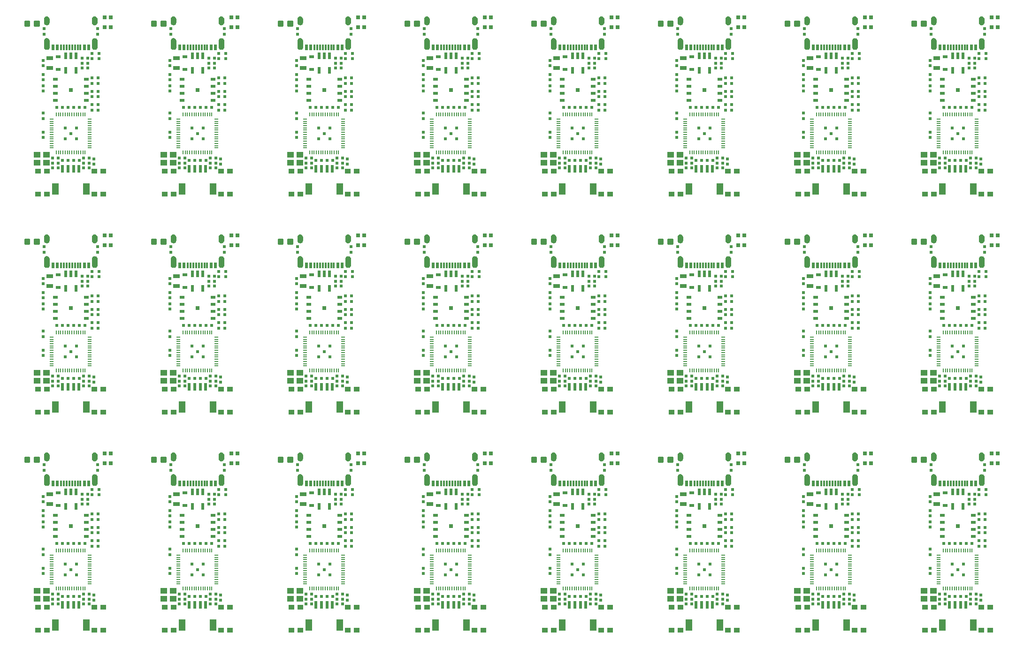
<source format=gtp>
G04 EAGLE Gerber RS-274X export*
G75*
%MOMM*%
%FSLAX34Y34*%
%LPD*%
%INSolderpaste Top*%
%IPPOS*%
%AMOC8*
5,1,8,0,0,1.08239X$1,22.5*%
G01*
%ADD10R,0.600000X0.600000*%
%ADD11C,0.300000*%
%ADD12R,1.200000X0.800000*%
%ADD13R,0.830000X0.630000*%
%ADD14R,0.550000X1.200000*%
%ADD15R,1.000000X0.900000*%
%ADD16R,1.200000X2.000000*%
%ADD17R,0.600000X1.350000*%
%ADD18R,0.300000X1.000000*%
%ADD19R,0.600000X1.000000*%
%ADD20R,0.650000X0.200000*%
%ADD21R,0.200000X0.650000*%
%ADD22R,1.200000X1.100000*%
%ADD23R,0.850000X0.500000*%
%ADD24R,0.800000X0.800000*%
%ADD25R,0.700000X0.700000*%

G36*
X1646104Y265155D02*
X1646104Y265155D01*
X1646107Y265151D01*
X1647215Y265321D01*
X1647221Y265327D01*
X1647226Y265324D01*
X1648268Y265736D01*
X1648272Y265743D01*
X1648277Y265741D01*
X1649202Y266375D01*
X1649204Y266383D01*
X1649210Y266382D01*
X1649970Y267206D01*
X1649971Y267214D01*
X1649977Y267214D01*
X1650534Y268186D01*
X1650534Y268190D01*
X1650535Y268191D01*
X1650533Y268193D01*
X1650533Y268194D01*
X1650539Y268196D01*
X1650866Y269268D01*
X1650865Y269273D01*
X1650867Y269274D01*
X1650865Y269277D01*
X1650868Y269279D01*
X1650949Y270396D01*
X1650948Y270399D01*
X1650949Y270400D01*
X1650949Y282400D01*
X1650944Y282407D01*
X1650948Y282411D01*
X1650729Y283355D01*
X1650723Y283361D01*
X1650725Y283366D01*
X1650302Y284238D01*
X1650294Y284241D01*
X1650296Y284247D01*
X1649689Y285003D01*
X1649681Y285005D01*
X1649681Y285011D01*
X1648921Y285612D01*
X1648912Y285612D01*
X1648911Y285618D01*
X1648036Y286036D01*
X1648028Y286034D01*
X1648026Y286039D01*
X1647080Y286252D01*
X1647073Y286248D01*
X1647069Y286253D01*
X1646100Y286249D01*
X1646099Y286249D01*
X1645031Y286230D01*
X1645030Y286230D01*
X1645024Y286226D01*
X1645020Y286229D01*
X1643983Y285973D01*
X1643978Y285966D01*
X1643972Y285969D01*
X1643018Y285488D01*
X1643015Y285481D01*
X1643009Y285482D01*
X1642186Y284801D01*
X1642184Y284793D01*
X1642178Y284793D01*
X1641527Y283946D01*
X1641527Y283938D01*
X1641521Y283937D01*
X1641074Y282966D01*
X1641076Y282958D01*
X1641071Y282956D01*
X1640852Y281910D01*
X1640855Y281903D01*
X1640851Y281900D01*
X1640851Y269900D01*
X1640854Y269895D01*
X1640851Y269892D01*
X1641031Y268797D01*
X1641037Y268791D01*
X1641034Y268786D01*
X1641453Y267758D01*
X1641460Y267754D01*
X1641458Y267749D01*
X1642096Y266840D01*
X1642103Y266838D01*
X1642103Y266832D01*
X1642926Y266088D01*
X1642934Y266087D01*
X1642935Y266081D01*
X1643903Y265539D01*
X1643912Y265540D01*
X1643914Y265534D01*
X1644978Y265221D01*
X1644986Y265224D01*
X1644989Y265219D01*
X1646097Y265151D01*
X1646104Y265155D01*
G37*
G36*
X1417504Y658855D02*
X1417504Y658855D01*
X1417507Y658851D01*
X1418615Y659021D01*
X1418621Y659027D01*
X1418626Y659024D01*
X1419668Y659436D01*
X1419672Y659443D01*
X1419677Y659441D01*
X1420602Y660075D01*
X1420604Y660083D01*
X1420610Y660082D01*
X1421370Y660906D01*
X1421371Y660914D01*
X1421377Y660914D01*
X1421934Y661886D01*
X1421934Y661890D01*
X1421935Y661891D01*
X1421933Y661893D01*
X1421933Y661894D01*
X1421939Y661896D01*
X1422266Y662968D01*
X1422265Y662973D01*
X1422267Y662974D01*
X1422265Y662977D01*
X1422268Y662979D01*
X1422349Y664096D01*
X1422348Y664099D01*
X1422349Y664100D01*
X1422349Y676100D01*
X1422344Y676107D01*
X1422348Y676111D01*
X1422129Y677055D01*
X1422123Y677061D01*
X1422125Y677066D01*
X1421702Y677938D01*
X1421694Y677941D01*
X1421696Y677947D01*
X1421089Y678703D01*
X1421081Y678705D01*
X1421081Y678711D01*
X1420321Y679312D01*
X1420312Y679312D01*
X1420311Y679318D01*
X1419436Y679736D01*
X1419428Y679734D01*
X1419426Y679739D01*
X1418480Y679952D01*
X1418473Y679948D01*
X1418469Y679953D01*
X1417500Y679949D01*
X1417499Y679949D01*
X1416431Y679930D01*
X1416430Y679930D01*
X1416424Y679926D01*
X1416420Y679929D01*
X1415383Y679673D01*
X1415378Y679666D01*
X1415372Y679669D01*
X1414418Y679188D01*
X1414415Y679181D01*
X1414409Y679182D01*
X1413586Y678501D01*
X1413584Y678493D01*
X1413578Y678493D01*
X1412927Y677646D01*
X1412927Y677638D01*
X1412921Y677637D01*
X1412474Y676666D01*
X1412476Y676658D01*
X1412471Y676656D01*
X1412252Y675610D01*
X1412255Y675603D01*
X1412251Y675600D01*
X1412251Y663600D01*
X1412254Y663595D01*
X1412251Y663592D01*
X1412431Y662497D01*
X1412437Y662491D01*
X1412434Y662486D01*
X1412853Y661458D01*
X1412860Y661454D01*
X1412858Y661449D01*
X1413496Y660540D01*
X1413503Y660538D01*
X1413503Y660532D01*
X1414326Y659788D01*
X1414334Y659787D01*
X1414335Y659781D01*
X1415303Y659239D01*
X1415312Y659240D01*
X1415314Y659234D01*
X1416378Y658921D01*
X1416386Y658924D01*
X1416389Y658919D01*
X1417497Y658851D01*
X1417504Y658855D01*
G37*
G36*
X731704Y658855D02*
X731704Y658855D01*
X731707Y658851D01*
X732815Y659021D01*
X732821Y659027D01*
X732826Y659024D01*
X733868Y659436D01*
X733872Y659443D01*
X733877Y659441D01*
X734802Y660075D01*
X734804Y660083D01*
X734810Y660082D01*
X735570Y660906D01*
X735571Y660914D01*
X735577Y660914D01*
X736134Y661886D01*
X736134Y661890D01*
X736135Y661891D01*
X736133Y661893D01*
X736133Y661894D01*
X736139Y661896D01*
X736466Y662968D01*
X736465Y662973D01*
X736467Y662974D01*
X736465Y662977D01*
X736468Y662979D01*
X736549Y664096D01*
X736548Y664099D01*
X736549Y664100D01*
X736549Y676100D01*
X736544Y676107D01*
X736548Y676111D01*
X736329Y677055D01*
X736323Y677061D01*
X736325Y677066D01*
X735902Y677938D01*
X735894Y677941D01*
X735896Y677947D01*
X735289Y678703D01*
X735281Y678705D01*
X735281Y678711D01*
X734521Y679312D01*
X734512Y679312D01*
X734511Y679318D01*
X733636Y679736D01*
X733628Y679734D01*
X733626Y679739D01*
X732680Y679952D01*
X732673Y679948D01*
X732669Y679953D01*
X731700Y679949D01*
X731699Y679949D01*
X730631Y679930D01*
X730630Y679930D01*
X730624Y679926D01*
X730620Y679929D01*
X729583Y679673D01*
X729578Y679666D01*
X729572Y679669D01*
X728618Y679188D01*
X728615Y679181D01*
X728609Y679182D01*
X727786Y678501D01*
X727784Y678493D01*
X727778Y678493D01*
X727127Y677646D01*
X727127Y677638D01*
X727121Y677637D01*
X726674Y676666D01*
X726676Y676658D01*
X726671Y676656D01*
X726452Y675610D01*
X726455Y675603D01*
X726451Y675600D01*
X726451Y663600D01*
X726454Y663595D01*
X726451Y663592D01*
X726631Y662497D01*
X726637Y662491D01*
X726634Y662486D01*
X727053Y661458D01*
X727060Y661454D01*
X727058Y661449D01*
X727696Y660540D01*
X727703Y660538D01*
X727703Y660532D01*
X728526Y659788D01*
X728534Y659787D01*
X728535Y659781D01*
X729503Y659239D01*
X729512Y659240D01*
X729514Y659234D01*
X730578Y658921D01*
X730586Y658924D01*
X730589Y658919D01*
X731697Y658851D01*
X731704Y658855D01*
G37*
G36*
X503104Y658855D02*
X503104Y658855D01*
X503107Y658851D01*
X504215Y659021D01*
X504221Y659027D01*
X504226Y659024D01*
X505268Y659436D01*
X505272Y659443D01*
X505277Y659441D01*
X506202Y660075D01*
X506204Y660083D01*
X506210Y660082D01*
X506970Y660906D01*
X506971Y660914D01*
X506977Y660914D01*
X507534Y661886D01*
X507534Y661890D01*
X507535Y661891D01*
X507533Y661893D01*
X507533Y661894D01*
X507539Y661896D01*
X507866Y662968D01*
X507865Y662973D01*
X507867Y662974D01*
X507865Y662977D01*
X507868Y662979D01*
X507949Y664096D01*
X507948Y664099D01*
X507949Y664100D01*
X507949Y676100D01*
X507944Y676107D01*
X507948Y676111D01*
X507729Y677055D01*
X507723Y677061D01*
X507725Y677066D01*
X507302Y677938D01*
X507294Y677941D01*
X507296Y677947D01*
X506689Y678703D01*
X506681Y678705D01*
X506681Y678711D01*
X505921Y679312D01*
X505912Y679312D01*
X505911Y679318D01*
X505036Y679736D01*
X505028Y679734D01*
X505026Y679739D01*
X504080Y679952D01*
X504073Y679948D01*
X504069Y679953D01*
X503100Y679949D01*
X503099Y679949D01*
X502031Y679930D01*
X502030Y679930D01*
X502024Y679926D01*
X502020Y679929D01*
X500983Y679673D01*
X500978Y679666D01*
X500972Y679669D01*
X500018Y679188D01*
X500015Y679181D01*
X500009Y679182D01*
X499186Y678501D01*
X499184Y678493D01*
X499178Y678493D01*
X498527Y677646D01*
X498527Y677638D01*
X498521Y677637D01*
X498074Y676666D01*
X498076Y676658D01*
X498071Y676656D01*
X497852Y675610D01*
X497855Y675603D01*
X497851Y675600D01*
X497851Y663600D01*
X497854Y663595D01*
X497851Y663592D01*
X498031Y662497D01*
X498037Y662491D01*
X498034Y662486D01*
X498453Y661458D01*
X498460Y661454D01*
X498458Y661449D01*
X499096Y660540D01*
X499103Y660538D01*
X499103Y660532D01*
X499926Y659788D01*
X499934Y659787D01*
X499935Y659781D01*
X500903Y659239D01*
X500912Y659240D01*
X500914Y659234D01*
X501978Y658921D01*
X501986Y658924D01*
X501989Y658919D01*
X503097Y658851D01*
X503104Y658855D01*
G37*
G36*
X45904Y658855D02*
X45904Y658855D01*
X45907Y658851D01*
X47015Y659021D01*
X47021Y659027D01*
X47026Y659024D01*
X48068Y659436D01*
X48072Y659443D01*
X48077Y659441D01*
X49002Y660075D01*
X49004Y660083D01*
X49010Y660082D01*
X49770Y660906D01*
X49771Y660914D01*
X49777Y660914D01*
X50334Y661886D01*
X50334Y661890D01*
X50335Y661891D01*
X50333Y661893D01*
X50333Y661894D01*
X50339Y661896D01*
X50666Y662968D01*
X50665Y662973D01*
X50667Y662974D01*
X50665Y662977D01*
X50668Y662979D01*
X50749Y664096D01*
X50748Y664099D01*
X50749Y664100D01*
X50749Y676100D01*
X50744Y676107D01*
X50748Y676111D01*
X50529Y677055D01*
X50523Y677061D01*
X50525Y677066D01*
X50102Y677938D01*
X50094Y677941D01*
X50096Y677947D01*
X49489Y678703D01*
X49481Y678705D01*
X49481Y678711D01*
X48721Y679312D01*
X48712Y679312D01*
X48711Y679318D01*
X47836Y679736D01*
X47828Y679734D01*
X47826Y679739D01*
X46880Y679952D01*
X46873Y679948D01*
X46869Y679953D01*
X45900Y679949D01*
X45899Y679949D01*
X44831Y679930D01*
X44830Y679930D01*
X44824Y679926D01*
X44820Y679929D01*
X43783Y679673D01*
X43778Y679666D01*
X43772Y679669D01*
X42818Y679188D01*
X42815Y679181D01*
X42809Y679182D01*
X41986Y678501D01*
X41984Y678493D01*
X41978Y678493D01*
X41327Y677646D01*
X41327Y677638D01*
X41321Y677637D01*
X40874Y676666D01*
X40876Y676658D01*
X40871Y676656D01*
X40652Y675610D01*
X40655Y675603D01*
X40651Y675600D01*
X40651Y663600D01*
X40654Y663595D01*
X40651Y663592D01*
X40831Y662497D01*
X40837Y662491D01*
X40834Y662486D01*
X41253Y661458D01*
X41260Y661454D01*
X41258Y661449D01*
X41896Y660540D01*
X41903Y660538D01*
X41903Y660532D01*
X42726Y659788D01*
X42734Y659787D01*
X42735Y659781D01*
X43703Y659239D01*
X43712Y659240D01*
X43714Y659234D01*
X44778Y658921D01*
X44786Y658924D01*
X44789Y658919D01*
X45897Y658851D01*
X45904Y658855D01*
G37*
G36*
X1188904Y658855D02*
X1188904Y658855D01*
X1188907Y658851D01*
X1190015Y659021D01*
X1190021Y659027D01*
X1190026Y659024D01*
X1191068Y659436D01*
X1191072Y659443D01*
X1191077Y659441D01*
X1192002Y660075D01*
X1192004Y660083D01*
X1192010Y660082D01*
X1192770Y660906D01*
X1192771Y660914D01*
X1192777Y660914D01*
X1193334Y661886D01*
X1193334Y661890D01*
X1193335Y661891D01*
X1193333Y661893D01*
X1193333Y661894D01*
X1193339Y661896D01*
X1193666Y662968D01*
X1193665Y662973D01*
X1193667Y662974D01*
X1193665Y662977D01*
X1193668Y662979D01*
X1193749Y664096D01*
X1193748Y664099D01*
X1193749Y664100D01*
X1193749Y676100D01*
X1193744Y676107D01*
X1193748Y676111D01*
X1193529Y677055D01*
X1193523Y677061D01*
X1193525Y677066D01*
X1193102Y677938D01*
X1193094Y677941D01*
X1193096Y677947D01*
X1192489Y678703D01*
X1192481Y678705D01*
X1192481Y678711D01*
X1191721Y679312D01*
X1191712Y679312D01*
X1191711Y679318D01*
X1190836Y679736D01*
X1190828Y679734D01*
X1190826Y679739D01*
X1189880Y679952D01*
X1189873Y679948D01*
X1189869Y679953D01*
X1188900Y679949D01*
X1188899Y679949D01*
X1187831Y679930D01*
X1187830Y679930D01*
X1187824Y679926D01*
X1187820Y679929D01*
X1186783Y679673D01*
X1186778Y679666D01*
X1186772Y679669D01*
X1185818Y679188D01*
X1185815Y679181D01*
X1185809Y679182D01*
X1184986Y678501D01*
X1184984Y678493D01*
X1184978Y678493D01*
X1184327Y677646D01*
X1184327Y677638D01*
X1184321Y677637D01*
X1183874Y676666D01*
X1183876Y676658D01*
X1183871Y676656D01*
X1183652Y675610D01*
X1183655Y675603D01*
X1183651Y675600D01*
X1183651Y663600D01*
X1183654Y663595D01*
X1183651Y663592D01*
X1183831Y662497D01*
X1183837Y662491D01*
X1183834Y662486D01*
X1184253Y661458D01*
X1184260Y661454D01*
X1184258Y661449D01*
X1184896Y660540D01*
X1184903Y660538D01*
X1184903Y660532D01*
X1185726Y659788D01*
X1185734Y659787D01*
X1185735Y659781D01*
X1186703Y659239D01*
X1186712Y659240D01*
X1186714Y659234D01*
X1187778Y658921D01*
X1187786Y658924D01*
X1187789Y658919D01*
X1188897Y658851D01*
X1188904Y658855D01*
G37*
G36*
X1646104Y658855D02*
X1646104Y658855D01*
X1646107Y658851D01*
X1647215Y659021D01*
X1647221Y659027D01*
X1647226Y659024D01*
X1648268Y659436D01*
X1648272Y659443D01*
X1648277Y659441D01*
X1649202Y660075D01*
X1649204Y660083D01*
X1649210Y660082D01*
X1649970Y660906D01*
X1649971Y660914D01*
X1649977Y660914D01*
X1650534Y661886D01*
X1650534Y661890D01*
X1650535Y661891D01*
X1650533Y661893D01*
X1650533Y661894D01*
X1650539Y661896D01*
X1650866Y662968D01*
X1650865Y662973D01*
X1650867Y662974D01*
X1650865Y662977D01*
X1650868Y662979D01*
X1650949Y664096D01*
X1650948Y664099D01*
X1650949Y664100D01*
X1650949Y676100D01*
X1650944Y676107D01*
X1650948Y676111D01*
X1650729Y677055D01*
X1650723Y677061D01*
X1650725Y677066D01*
X1650302Y677938D01*
X1650294Y677941D01*
X1650296Y677947D01*
X1649689Y678703D01*
X1649681Y678705D01*
X1649681Y678711D01*
X1648921Y679312D01*
X1648912Y679312D01*
X1648911Y679318D01*
X1648036Y679736D01*
X1648028Y679734D01*
X1648026Y679739D01*
X1647080Y679952D01*
X1647073Y679948D01*
X1647069Y679953D01*
X1646100Y679949D01*
X1646099Y679949D01*
X1645031Y679930D01*
X1645030Y679930D01*
X1645024Y679926D01*
X1645020Y679929D01*
X1643983Y679673D01*
X1643978Y679666D01*
X1643972Y679669D01*
X1643018Y679188D01*
X1643015Y679181D01*
X1643009Y679182D01*
X1642186Y678501D01*
X1642184Y678493D01*
X1642178Y678493D01*
X1641527Y677646D01*
X1641527Y677638D01*
X1641521Y677637D01*
X1641074Y676666D01*
X1641076Y676658D01*
X1641071Y676656D01*
X1640852Y675610D01*
X1640855Y675603D01*
X1640851Y675600D01*
X1640851Y663600D01*
X1640854Y663595D01*
X1640851Y663592D01*
X1641031Y662497D01*
X1641037Y662491D01*
X1641034Y662486D01*
X1641453Y661458D01*
X1641460Y661454D01*
X1641458Y661449D01*
X1642096Y660540D01*
X1642103Y660538D01*
X1642103Y660532D01*
X1642926Y659788D01*
X1642934Y659787D01*
X1642935Y659781D01*
X1643903Y659239D01*
X1643912Y659240D01*
X1643914Y659234D01*
X1644978Y658921D01*
X1644986Y658924D01*
X1644989Y658919D01*
X1646097Y658851D01*
X1646104Y658855D01*
G37*
G36*
X274504Y658855D02*
X274504Y658855D01*
X274507Y658851D01*
X275615Y659021D01*
X275621Y659027D01*
X275626Y659024D01*
X276668Y659436D01*
X276672Y659443D01*
X276677Y659441D01*
X277602Y660075D01*
X277604Y660083D01*
X277610Y660082D01*
X278370Y660906D01*
X278371Y660914D01*
X278377Y660914D01*
X278934Y661886D01*
X278934Y661890D01*
X278935Y661891D01*
X278933Y661893D01*
X278933Y661894D01*
X278939Y661896D01*
X279266Y662968D01*
X279265Y662973D01*
X279267Y662974D01*
X279265Y662977D01*
X279268Y662979D01*
X279349Y664096D01*
X279348Y664099D01*
X279349Y664100D01*
X279349Y676100D01*
X279344Y676107D01*
X279348Y676111D01*
X279129Y677055D01*
X279123Y677061D01*
X279125Y677066D01*
X278702Y677938D01*
X278694Y677941D01*
X278696Y677947D01*
X278089Y678703D01*
X278081Y678705D01*
X278081Y678711D01*
X277321Y679312D01*
X277312Y679312D01*
X277311Y679318D01*
X276436Y679736D01*
X276428Y679734D01*
X276426Y679739D01*
X275480Y679952D01*
X275473Y679948D01*
X275469Y679953D01*
X274500Y679949D01*
X274499Y679949D01*
X273431Y679930D01*
X273430Y679930D01*
X273424Y679926D01*
X273420Y679929D01*
X272383Y679673D01*
X272378Y679666D01*
X272372Y679669D01*
X271418Y679188D01*
X271415Y679181D01*
X271409Y679182D01*
X270586Y678501D01*
X270584Y678493D01*
X270578Y678493D01*
X269927Y677646D01*
X269927Y677638D01*
X269921Y677637D01*
X269474Y676666D01*
X269476Y676658D01*
X269471Y676656D01*
X269252Y675610D01*
X269255Y675603D01*
X269251Y675600D01*
X269251Y663600D01*
X269254Y663595D01*
X269251Y663592D01*
X269431Y662497D01*
X269437Y662491D01*
X269434Y662486D01*
X269853Y661458D01*
X269860Y661454D01*
X269858Y661449D01*
X270496Y660540D01*
X270503Y660538D01*
X270503Y660532D01*
X271326Y659788D01*
X271334Y659787D01*
X271335Y659781D01*
X272303Y659239D01*
X272312Y659240D01*
X272314Y659234D01*
X273378Y658921D01*
X273386Y658924D01*
X273389Y658919D01*
X274497Y658851D01*
X274504Y658855D01*
G37*
G36*
X45904Y265155D02*
X45904Y265155D01*
X45907Y265151D01*
X47015Y265321D01*
X47021Y265327D01*
X47026Y265324D01*
X48068Y265736D01*
X48072Y265743D01*
X48077Y265741D01*
X49002Y266375D01*
X49004Y266383D01*
X49010Y266382D01*
X49770Y267206D01*
X49771Y267214D01*
X49777Y267214D01*
X50334Y268186D01*
X50334Y268190D01*
X50335Y268191D01*
X50333Y268193D01*
X50333Y268194D01*
X50339Y268196D01*
X50666Y269268D01*
X50665Y269273D01*
X50667Y269274D01*
X50665Y269277D01*
X50668Y269279D01*
X50749Y270396D01*
X50748Y270399D01*
X50749Y270400D01*
X50749Y282400D01*
X50744Y282407D01*
X50748Y282411D01*
X50529Y283355D01*
X50523Y283361D01*
X50525Y283366D01*
X50102Y284238D01*
X50094Y284241D01*
X50096Y284247D01*
X49489Y285003D01*
X49481Y285005D01*
X49481Y285011D01*
X48721Y285612D01*
X48712Y285612D01*
X48711Y285618D01*
X47836Y286036D01*
X47828Y286034D01*
X47826Y286039D01*
X46880Y286252D01*
X46873Y286248D01*
X46869Y286253D01*
X45900Y286249D01*
X45899Y286249D01*
X44831Y286230D01*
X44830Y286230D01*
X44824Y286226D01*
X44820Y286229D01*
X43783Y285973D01*
X43778Y285966D01*
X43772Y285969D01*
X42818Y285488D01*
X42815Y285481D01*
X42809Y285482D01*
X41986Y284801D01*
X41984Y284793D01*
X41978Y284793D01*
X41327Y283946D01*
X41327Y283938D01*
X41321Y283937D01*
X40874Y282966D01*
X40876Y282958D01*
X40871Y282956D01*
X40652Y281910D01*
X40655Y281903D01*
X40651Y281900D01*
X40651Y269900D01*
X40654Y269895D01*
X40651Y269892D01*
X40831Y268797D01*
X40837Y268791D01*
X40834Y268786D01*
X41253Y267758D01*
X41260Y267754D01*
X41258Y267749D01*
X41896Y266840D01*
X41903Y266838D01*
X41903Y266832D01*
X42726Y266088D01*
X42734Y266087D01*
X42735Y266081D01*
X43703Y265539D01*
X43712Y265540D01*
X43714Y265534D01*
X44778Y265221D01*
X44786Y265224D01*
X44789Y265219D01*
X45897Y265151D01*
X45904Y265155D01*
G37*
G36*
X503104Y265155D02*
X503104Y265155D01*
X503107Y265151D01*
X504215Y265321D01*
X504221Y265327D01*
X504226Y265324D01*
X505268Y265736D01*
X505272Y265743D01*
X505277Y265741D01*
X506202Y266375D01*
X506204Y266383D01*
X506210Y266382D01*
X506970Y267206D01*
X506971Y267214D01*
X506977Y267214D01*
X507534Y268186D01*
X507534Y268190D01*
X507535Y268191D01*
X507533Y268193D01*
X507533Y268194D01*
X507539Y268196D01*
X507866Y269268D01*
X507865Y269273D01*
X507867Y269274D01*
X507865Y269277D01*
X507868Y269279D01*
X507949Y270396D01*
X507948Y270399D01*
X507949Y270400D01*
X507949Y282400D01*
X507944Y282407D01*
X507948Y282411D01*
X507729Y283355D01*
X507723Y283361D01*
X507725Y283366D01*
X507302Y284238D01*
X507294Y284241D01*
X507296Y284247D01*
X506689Y285003D01*
X506681Y285005D01*
X506681Y285011D01*
X505921Y285612D01*
X505912Y285612D01*
X505911Y285618D01*
X505036Y286036D01*
X505028Y286034D01*
X505026Y286039D01*
X504080Y286252D01*
X504073Y286248D01*
X504069Y286253D01*
X503100Y286249D01*
X503099Y286249D01*
X502031Y286230D01*
X502030Y286230D01*
X502024Y286226D01*
X502020Y286229D01*
X500983Y285973D01*
X500978Y285966D01*
X500972Y285969D01*
X500018Y285488D01*
X500015Y285481D01*
X500009Y285482D01*
X499186Y284801D01*
X499184Y284793D01*
X499178Y284793D01*
X498527Y283946D01*
X498527Y283938D01*
X498521Y283937D01*
X498074Y282966D01*
X498076Y282958D01*
X498071Y282956D01*
X497852Y281910D01*
X497855Y281903D01*
X497851Y281900D01*
X497851Y269900D01*
X497854Y269895D01*
X497851Y269892D01*
X498031Y268797D01*
X498037Y268791D01*
X498034Y268786D01*
X498453Y267758D01*
X498460Y267754D01*
X498458Y267749D01*
X499096Y266840D01*
X499103Y266838D01*
X499103Y266832D01*
X499926Y266088D01*
X499934Y266087D01*
X499935Y266081D01*
X500903Y265539D01*
X500912Y265540D01*
X500914Y265534D01*
X501978Y265221D01*
X501986Y265224D01*
X501989Y265219D01*
X503097Y265151D01*
X503104Y265155D01*
G37*
G36*
X1188904Y265155D02*
X1188904Y265155D01*
X1188907Y265151D01*
X1190015Y265321D01*
X1190021Y265327D01*
X1190026Y265324D01*
X1191068Y265736D01*
X1191072Y265743D01*
X1191077Y265741D01*
X1192002Y266375D01*
X1192004Y266383D01*
X1192010Y266382D01*
X1192770Y267206D01*
X1192771Y267214D01*
X1192777Y267214D01*
X1193334Y268186D01*
X1193334Y268190D01*
X1193335Y268191D01*
X1193333Y268193D01*
X1193333Y268194D01*
X1193339Y268196D01*
X1193666Y269268D01*
X1193665Y269273D01*
X1193667Y269274D01*
X1193665Y269277D01*
X1193668Y269279D01*
X1193749Y270396D01*
X1193748Y270399D01*
X1193749Y270400D01*
X1193749Y282400D01*
X1193744Y282407D01*
X1193748Y282411D01*
X1193529Y283355D01*
X1193523Y283361D01*
X1193525Y283366D01*
X1193102Y284238D01*
X1193094Y284241D01*
X1193096Y284247D01*
X1192489Y285003D01*
X1192481Y285005D01*
X1192481Y285011D01*
X1191721Y285612D01*
X1191712Y285612D01*
X1191711Y285618D01*
X1190836Y286036D01*
X1190828Y286034D01*
X1190826Y286039D01*
X1189880Y286252D01*
X1189873Y286248D01*
X1189869Y286253D01*
X1188900Y286249D01*
X1188899Y286249D01*
X1187831Y286230D01*
X1187830Y286230D01*
X1187824Y286226D01*
X1187820Y286229D01*
X1186783Y285973D01*
X1186778Y285966D01*
X1186772Y285969D01*
X1185818Y285488D01*
X1185815Y285481D01*
X1185809Y285482D01*
X1184986Y284801D01*
X1184984Y284793D01*
X1184978Y284793D01*
X1184327Y283946D01*
X1184327Y283938D01*
X1184321Y283937D01*
X1183874Y282966D01*
X1183876Y282958D01*
X1183871Y282956D01*
X1183652Y281910D01*
X1183655Y281903D01*
X1183651Y281900D01*
X1183651Y269900D01*
X1183654Y269895D01*
X1183651Y269892D01*
X1183831Y268797D01*
X1183837Y268791D01*
X1183834Y268786D01*
X1184253Y267758D01*
X1184260Y267754D01*
X1184258Y267749D01*
X1184896Y266840D01*
X1184903Y266838D01*
X1184903Y266832D01*
X1185726Y266088D01*
X1185734Y266087D01*
X1185735Y266081D01*
X1186703Y265539D01*
X1186712Y265540D01*
X1186714Y265534D01*
X1187778Y265221D01*
X1187786Y265224D01*
X1187789Y265219D01*
X1188897Y265151D01*
X1188904Y265155D01*
G37*
G36*
X274504Y265155D02*
X274504Y265155D01*
X274507Y265151D01*
X275615Y265321D01*
X275621Y265327D01*
X275626Y265324D01*
X276668Y265736D01*
X276672Y265743D01*
X276677Y265741D01*
X277602Y266375D01*
X277604Y266383D01*
X277610Y266382D01*
X278370Y267206D01*
X278371Y267214D01*
X278377Y267214D01*
X278934Y268186D01*
X278934Y268190D01*
X278935Y268191D01*
X278933Y268193D01*
X278933Y268194D01*
X278939Y268196D01*
X279266Y269268D01*
X279265Y269273D01*
X279267Y269274D01*
X279265Y269277D01*
X279268Y269279D01*
X279349Y270396D01*
X279348Y270399D01*
X279349Y270400D01*
X279349Y282400D01*
X279344Y282407D01*
X279348Y282411D01*
X279129Y283355D01*
X279123Y283361D01*
X279125Y283366D01*
X278702Y284238D01*
X278694Y284241D01*
X278696Y284247D01*
X278089Y285003D01*
X278081Y285005D01*
X278081Y285011D01*
X277321Y285612D01*
X277312Y285612D01*
X277311Y285618D01*
X276436Y286036D01*
X276428Y286034D01*
X276426Y286039D01*
X275480Y286252D01*
X275473Y286248D01*
X275469Y286253D01*
X274500Y286249D01*
X274499Y286249D01*
X273431Y286230D01*
X273430Y286230D01*
X273424Y286226D01*
X273420Y286229D01*
X272383Y285973D01*
X272378Y285966D01*
X272372Y285969D01*
X271418Y285488D01*
X271415Y285481D01*
X271409Y285482D01*
X270586Y284801D01*
X270584Y284793D01*
X270578Y284793D01*
X269927Y283946D01*
X269927Y283938D01*
X269921Y283937D01*
X269474Y282966D01*
X269476Y282958D01*
X269471Y282956D01*
X269252Y281910D01*
X269255Y281903D01*
X269251Y281900D01*
X269251Y269900D01*
X269254Y269895D01*
X269251Y269892D01*
X269431Y268797D01*
X269437Y268791D01*
X269434Y268786D01*
X269853Y267758D01*
X269860Y267754D01*
X269858Y267749D01*
X270496Y266840D01*
X270503Y266838D01*
X270503Y266832D01*
X271326Y266088D01*
X271334Y266087D01*
X271335Y266081D01*
X272303Y265539D01*
X272312Y265540D01*
X272314Y265534D01*
X273378Y265221D01*
X273386Y265224D01*
X273389Y265219D01*
X274497Y265151D01*
X274504Y265155D01*
G37*
G36*
X960304Y658855D02*
X960304Y658855D01*
X960307Y658851D01*
X961415Y659021D01*
X961421Y659027D01*
X961426Y659024D01*
X962468Y659436D01*
X962472Y659443D01*
X962477Y659441D01*
X963402Y660075D01*
X963404Y660083D01*
X963410Y660082D01*
X964170Y660906D01*
X964171Y660914D01*
X964177Y660914D01*
X964734Y661886D01*
X964734Y661890D01*
X964735Y661891D01*
X964733Y661893D01*
X964733Y661894D01*
X964739Y661896D01*
X965066Y662968D01*
X965065Y662973D01*
X965067Y662974D01*
X965065Y662977D01*
X965068Y662979D01*
X965149Y664096D01*
X965148Y664099D01*
X965149Y664100D01*
X965149Y676100D01*
X965144Y676107D01*
X965148Y676111D01*
X964929Y677055D01*
X964923Y677061D01*
X964925Y677066D01*
X964502Y677938D01*
X964494Y677941D01*
X964496Y677947D01*
X963889Y678703D01*
X963881Y678705D01*
X963881Y678711D01*
X963121Y679312D01*
X963112Y679312D01*
X963111Y679318D01*
X962236Y679736D01*
X962228Y679734D01*
X962226Y679739D01*
X961280Y679952D01*
X961273Y679948D01*
X961269Y679953D01*
X960300Y679949D01*
X960299Y679949D01*
X959231Y679930D01*
X959230Y679930D01*
X959224Y679926D01*
X959220Y679929D01*
X958183Y679673D01*
X958178Y679666D01*
X958172Y679669D01*
X957218Y679188D01*
X957215Y679181D01*
X957209Y679182D01*
X956386Y678501D01*
X956384Y678493D01*
X956378Y678493D01*
X955727Y677646D01*
X955727Y677638D01*
X955721Y677637D01*
X955274Y676666D01*
X955276Y676658D01*
X955271Y676656D01*
X955052Y675610D01*
X955055Y675603D01*
X955051Y675600D01*
X955051Y663600D01*
X955054Y663595D01*
X955051Y663592D01*
X955231Y662497D01*
X955237Y662491D01*
X955234Y662486D01*
X955653Y661458D01*
X955660Y661454D01*
X955658Y661449D01*
X956296Y660540D01*
X956303Y660538D01*
X956303Y660532D01*
X957126Y659788D01*
X957134Y659787D01*
X957135Y659781D01*
X958103Y659239D01*
X958112Y659240D01*
X958114Y659234D01*
X959178Y658921D01*
X959186Y658924D01*
X959189Y658919D01*
X960297Y658851D01*
X960304Y658855D01*
G37*
G36*
X1417504Y265155D02*
X1417504Y265155D01*
X1417507Y265151D01*
X1418615Y265321D01*
X1418621Y265327D01*
X1418626Y265324D01*
X1419668Y265736D01*
X1419672Y265743D01*
X1419677Y265741D01*
X1420602Y266375D01*
X1420604Y266383D01*
X1420610Y266382D01*
X1421370Y267206D01*
X1421371Y267214D01*
X1421377Y267214D01*
X1421934Y268186D01*
X1421934Y268190D01*
X1421935Y268191D01*
X1421933Y268193D01*
X1421933Y268194D01*
X1421939Y268196D01*
X1422266Y269268D01*
X1422265Y269273D01*
X1422267Y269274D01*
X1422265Y269277D01*
X1422268Y269279D01*
X1422349Y270396D01*
X1422348Y270399D01*
X1422349Y270400D01*
X1422349Y282400D01*
X1422344Y282407D01*
X1422348Y282411D01*
X1422129Y283355D01*
X1422123Y283361D01*
X1422125Y283366D01*
X1421702Y284238D01*
X1421694Y284241D01*
X1421696Y284247D01*
X1421089Y285003D01*
X1421081Y285005D01*
X1421081Y285011D01*
X1420321Y285612D01*
X1420312Y285612D01*
X1420311Y285618D01*
X1419436Y286036D01*
X1419428Y286034D01*
X1419426Y286039D01*
X1418480Y286252D01*
X1418473Y286248D01*
X1418469Y286253D01*
X1417500Y286249D01*
X1417499Y286249D01*
X1416431Y286230D01*
X1416430Y286230D01*
X1416424Y286226D01*
X1416420Y286229D01*
X1415383Y285973D01*
X1415378Y285966D01*
X1415372Y285969D01*
X1414418Y285488D01*
X1414415Y285481D01*
X1414409Y285482D01*
X1413586Y284801D01*
X1413584Y284793D01*
X1413578Y284793D01*
X1412927Y283946D01*
X1412927Y283938D01*
X1412921Y283937D01*
X1412474Y282966D01*
X1412476Y282958D01*
X1412471Y282956D01*
X1412252Y281910D01*
X1412255Y281903D01*
X1412251Y281900D01*
X1412251Y269900D01*
X1412254Y269895D01*
X1412251Y269892D01*
X1412431Y268797D01*
X1412437Y268791D01*
X1412434Y268786D01*
X1412853Y267758D01*
X1412860Y267754D01*
X1412858Y267749D01*
X1413496Y266840D01*
X1413503Y266838D01*
X1413503Y266832D01*
X1414326Y266088D01*
X1414334Y266087D01*
X1414335Y266081D01*
X1415303Y265539D01*
X1415312Y265540D01*
X1415314Y265534D01*
X1416378Y265221D01*
X1416386Y265224D01*
X1416389Y265219D01*
X1417497Y265151D01*
X1417504Y265155D01*
G37*
G36*
X731704Y265155D02*
X731704Y265155D01*
X731707Y265151D01*
X732815Y265321D01*
X732821Y265327D01*
X732826Y265324D01*
X733868Y265736D01*
X733872Y265743D01*
X733877Y265741D01*
X734802Y266375D01*
X734804Y266383D01*
X734810Y266382D01*
X735570Y267206D01*
X735571Y267214D01*
X735577Y267214D01*
X736134Y268186D01*
X736134Y268190D01*
X736135Y268191D01*
X736133Y268193D01*
X736133Y268194D01*
X736139Y268196D01*
X736466Y269268D01*
X736465Y269273D01*
X736467Y269274D01*
X736465Y269277D01*
X736468Y269279D01*
X736549Y270396D01*
X736548Y270399D01*
X736549Y270400D01*
X736549Y282400D01*
X736544Y282407D01*
X736548Y282411D01*
X736329Y283355D01*
X736323Y283361D01*
X736325Y283366D01*
X735902Y284238D01*
X735894Y284241D01*
X735896Y284247D01*
X735289Y285003D01*
X735281Y285005D01*
X735281Y285011D01*
X734521Y285612D01*
X734512Y285612D01*
X734511Y285618D01*
X733636Y286036D01*
X733628Y286034D01*
X733626Y286039D01*
X732680Y286252D01*
X732673Y286248D01*
X732669Y286253D01*
X731700Y286249D01*
X731699Y286249D01*
X730631Y286230D01*
X730630Y286230D01*
X730624Y286226D01*
X730620Y286229D01*
X729583Y285973D01*
X729578Y285966D01*
X729572Y285969D01*
X728618Y285488D01*
X728615Y285481D01*
X728609Y285482D01*
X727786Y284801D01*
X727784Y284793D01*
X727778Y284793D01*
X727127Y283946D01*
X727127Y283938D01*
X727121Y283937D01*
X726674Y282966D01*
X726676Y282958D01*
X726671Y282956D01*
X726452Y281910D01*
X726455Y281903D01*
X726451Y281900D01*
X726451Y269900D01*
X726454Y269895D01*
X726451Y269892D01*
X726631Y268797D01*
X726637Y268791D01*
X726634Y268786D01*
X727053Y267758D01*
X727060Y267754D01*
X727058Y267749D01*
X727696Y266840D01*
X727703Y266838D01*
X727703Y266832D01*
X728526Y266088D01*
X728534Y266087D01*
X728535Y266081D01*
X729503Y265539D01*
X729512Y265540D01*
X729514Y265534D01*
X730578Y265221D01*
X730586Y265224D01*
X730589Y265219D01*
X731697Y265151D01*
X731704Y265155D01*
G37*
G36*
X960304Y265155D02*
X960304Y265155D01*
X960307Y265151D01*
X961415Y265321D01*
X961421Y265327D01*
X961426Y265324D01*
X962468Y265736D01*
X962472Y265743D01*
X962477Y265741D01*
X963402Y266375D01*
X963404Y266383D01*
X963410Y266382D01*
X964170Y267206D01*
X964171Y267214D01*
X964177Y267214D01*
X964734Y268186D01*
X964734Y268190D01*
X964735Y268191D01*
X964733Y268193D01*
X964733Y268194D01*
X964739Y268196D01*
X965066Y269268D01*
X965065Y269273D01*
X965067Y269274D01*
X965065Y269277D01*
X965068Y269279D01*
X965149Y270396D01*
X965148Y270399D01*
X965149Y270400D01*
X965149Y282400D01*
X965144Y282407D01*
X965148Y282411D01*
X964929Y283355D01*
X964923Y283361D01*
X964925Y283366D01*
X964502Y284238D01*
X964494Y284241D01*
X964496Y284247D01*
X963889Y285003D01*
X963881Y285005D01*
X963881Y285011D01*
X963121Y285612D01*
X963112Y285612D01*
X963111Y285618D01*
X962236Y286036D01*
X962228Y286034D01*
X962226Y286039D01*
X961280Y286252D01*
X961273Y286248D01*
X961269Y286253D01*
X960300Y286249D01*
X960299Y286249D01*
X959231Y286230D01*
X959230Y286230D01*
X959224Y286226D01*
X959220Y286229D01*
X958183Y285973D01*
X958178Y285966D01*
X958172Y285969D01*
X957218Y285488D01*
X957215Y285481D01*
X957209Y285482D01*
X956386Y284801D01*
X956384Y284793D01*
X956378Y284793D01*
X955727Y283946D01*
X955727Y283938D01*
X955721Y283937D01*
X955274Y282966D01*
X955276Y282958D01*
X955271Y282956D01*
X955052Y281910D01*
X955055Y281903D01*
X955051Y281900D01*
X955051Y269900D01*
X955054Y269895D01*
X955051Y269892D01*
X955231Y268797D01*
X955237Y268791D01*
X955234Y268786D01*
X955653Y267758D01*
X955660Y267754D01*
X955658Y267749D01*
X956296Y266840D01*
X956303Y266838D01*
X956303Y266832D01*
X957126Y266088D01*
X957134Y266087D01*
X957135Y266081D01*
X958103Y265539D01*
X958112Y265540D01*
X958114Y265534D01*
X959178Y265221D01*
X959186Y265224D01*
X959189Y265219D01*
X960297Y265151D01*
X960304Y265155D01*
G37*
G36*
X45904Y1052555D02*
X45904Y1052555D01*
X45907Y1052551D01*
X47015Y1052721D01*
X47021Y1052727D01*
X47026Y1052724D01*
X48068Y1053136D01*
X48072Y1053143D01*
X48077Y1053141D01*
X49002Y1053775D01*
X49004Y1053783D01*
X49010Y1053782D01*
X49770Y1054606D01*
X49771Y1054614D01*
X49777Y1054614D01*
X50334Y1055586D01*
X50334Y1055590D01*
X50335Y1055591D01*
X50333Y1055593D01*
X50333Y1055594D01*
X50339Y1055596D01*
X50666Y1056668D01*
X50665Y1056673D01*
X50667Y1056674D01*
X50665Y1056677D01*
X50668Y1056679D01*
X50749Y1057796D01*
X50748Y1057799D01*
X50749Y1057800D01*
X50749Y1069800D01*
X50744Y1069807D01*
X50748Y1069811D01*
X50529Y1070755D01*
X50523Y1070761D01*
X50525Y1070766D01*
X50102Y1071638D01*
X50094Y1071641D01*
X50096Y1071647D01*
X49489Y1072403D01*
X49481Y1072405D01*
X49481Y1072411D01*
X48721Y1073012D01*
X48712Y1073012D01*
X48711Y1073018D01*
X47836Y1073436D01*
X47828Y1073434D01*
X47826Y1073439D01*
X46880Y1073652D01*
X46873Y1073648D01*
X46869Y1073653D01*
X45900Y1073649D01*
X45899Y1073649D01*
X44831Y1073630D01*
X44830Y1073630D01*
X44824Y1073626D01*
X44820Y1073629D01*
X43783Y1073373D01*
X43778Y1073366D01*
X43772Y1073369D01*
X42818Y1072888D01*
X42815Y1072881D01*
X42809Y1072882D01*
X41986Y1072201D01*
X41984Y1072193D01*
X41978Y1072193D01*
X41327Y1071346D01*
X41327Y1071338D01*
X41321Y1071337D01*
X40874Y1070366D01*
X40876Y1070358D01*
X40871Y1070356D01*
X40652Y1069310D01*
X40655Y1069303D01*
X40651Y1069300D01*
X40651Y1057300D01*
X40654Y1057295D01*
X40651Y1057292D01*
X40831Y1056197D01*
X40837Y1056191D01*
X40834Y1056186D01*
X41253Y1055158D01*
X41260Y1055154D01*
X41258Y1055149D01*
X41896Y1054240D01*
X41903Y1054238D01*
X41903Y1054232D01*
X42726Y1053488D01*
X42734Y1053487D01*
X42735Y1053481D01*
X43703Y1052939D01*
X43712Y1052940D01*
X43714Y1052934D01*
X44778Y1052621D01*
X44786Y1052624D01*
X44789Y1052619D01*
X45897Y1052551D01*
X45904Y1052555D01*
G37*
G36*
X1646104Y1052555D02*
X1646104Y1052555D01*
X1646107Y1052551D01*
X1647215Y1052721D01*
X1647221Y1052727D01*
X1647226Y1052724D01*
X1648268Y1053136D01*
X1648272Y1053143D01*
X1648277Y1053141D01*
X1649202Y1053775D01*
X1649204Y1053783D01*
X1649210Y1053782D01*
X1649970Y1054606D01*
X1649971Y1054614D01*
X1649977Y1054614D01*
X1650534Y1055586D01*
X1650534Y1055590D01*
X1650535Y1055591D01*
X1650533Y1055593D01*
X1650533Y1055594D01*
X1650539Y1055596D01*
X1650866Y1056668D01*
X1650865Y1056673D01*
X1650867Y1056674D01*
X1650865Y1056677D01*
X1650868Y1056679D01*
X1650949Y1057796D01*
X1650948Y1057799D01*
X1650949Y1057800D01*
X1650949Y1069800D01*
X1650944Y1069807D01*
X1650948Y1069811D01*
X1650729Y1070755D01*
X1650723Y1070761D01*
X1650725Y1070766D01*
X1650302Y1071638D01*
X1650294Y1071641D01*
X1650296Y1071647D01*
X1649689Y1072403D01*
X1649681Y1072405D01*
X1649681Y1072411D01*
X1648921Y1073012D01*
X1648912Y1073012D01*
X1648911Y1073018D01*
X1648036Y1073436D01*
X1648028Y1073434D01*
X1648026Y1073439D01*
X1647080Y1073652D01*
X1647073Y1073648D01*
X1647069Y1073653D01*
X1646100Y1073649D01*
X1646099Y1073649D01*
X1645031Y1073630D01*
X1645030Y1073630D01*
X1645024Y1073626D01*
X1645020Y1073629D01*
X1643983Y1073373D01*
X1643978Y1073366D01*
X1643972Y1073369D01*
X1643018Y1072888D01*
X1643015Y1072881D01*
X1643009Y1072882D01*
X1642186Y1072201D01*
X1642184Y1072193D01*
X1642178Y1072193D01*
X1641527Y1071346D01*
X1641527Y1071338D01*
X1641521Y1071337D01*
X1641074Y1070366D01*
X1641076Y1070358D01*
X1641071Y1070356D01*
X1640852Y1069310D01*
X1640855Y1069303D01*
X1640851Y1069300D01*
X1640851Y1057300D01*
X1640854Y1057295D01*
X1640851Y1057292D01*
X1641031Y1056197D01*
X1641037Y1056191D01*
X1641034Y1056186D01*
X1641453Y1055158D01*
X1641460Y1055154D01*
X1641458Y1055149D01*
X1642096Y1054240D01*
X1642103Y1054238D01*
X1642103Y1054232D01*
X1642926Y1053488D01*
X1642934Y1053487D01*
X1642935Y1053481D01*
X1643903Y1052939D01*
X1643912Y1052940D01*
X1643914Y1052934D01*
X1644978Y1052621D01*
X1644986Y1052624D01*
X1644989Y1052619D01*
X1646097Y1052551D01*
X1646104Y1052555D01*
G37*
G36*
X274504Y1052555D02*
X274504Y1052555D01*
X274507Y1052551D01*
X275615Y1052721D01*
X275621Y1052727D01*
X275626Y1052724D01*
X276668Y1053136D01*
X276672Y1053143D01*
X276677Y1053141D01*
X277602Y1053775D01*
X277604Y1053783D01*
X277610Y1053782D01*
X278370Y1054606D01*
X278371Y1054614D01*
X278377Y1054614D01*
X278934Y1055586D01*
X278934Y1055590D01*
X278935Y1055591D01*
X278933Y1055593D01*
X278933Y1055594D01*
X278939Y1055596D01*
X279266Y1056668D01*
X279265Y1056673D01*
X279267Y1056674D01*
X279265Y1056677D01*
X279268Y1056679D01*
X279349Y1057796D01*
X279348Y1057799D01*
X279349Y1057800D01*
X279349Y1069800D01*
X279344Y1069807D01*
X279348Y1069811D01*
X279129Y1070755D01*
X279123Y1070761D01*
X279125Y1070766D01*
X278702Y1071638D01*
X278694Y1071641D01*
X278696Y1071647D01*
X278089Y1072403D01*
X278081Y1072405D01*
X278081Y1072411D01*
X277321Y1073012D01*
X277312Y1073012D01*
X277311Y1073018D01*
X276436Y1073436D01*
X276428Y1073434D01*
X276426Y1073439D01*
X275480Y1073652D01*
X275473Y1073648D01*
X275469Y1073653D01*
X274500Y1073649D01*
X274499Y1073649D01*
X273431Y1073630D01*
X273430Y1073630D01*
X273424Y1073626D01*
X273420Y1073629D01*
X272383Y1073373D01*
X272378Y1073366D01*
X272372Y1073369D01*
X271418Y1072888D01*
X271415Y1072881D01*
X271409Y1072882D01*
X270586Y1072201D01*
X270584Y1072193D01*
X270578Y1072193D01*
X269927Y1071346D01*
X269927Y1071338D01*
X269921Y1071337D01*
X269474Y1070366D01*
X269476Y1070358D01*
X269471Y1070356D01*
X269252Y1069310D01*
X269255Y1069303D01*
X269251Y1069300D01*
X269251Y1057300D01*
X269254Y1057295D01*
X269251Y1057292D01*
X269431Y1056197D01*
X269437Y1056191D01*
X269434Y1056186D01*
X269853Y1055158D01*
X269860Y1055154D01*
X269858Y1055149D01*
X270496Y1054240D01*
X270503Y1054238D01*
X270503Y1054232D01*
X271326Y1053488D01*
X271334Y1053487D01*
X271335Y1053481D01*
X272303Y1052939D01*
X272312Y1052940D01*
X272314Y1052934D01*
X273378Y1052621D01*
X273386Y1052624D01*
X273389Y1052619D01*
X274497Y1052551D01*
X274504Y1052555D01*
G37*
G36*
X1188904Y1052555D02*
X1188904Y1052555D01*
X1188907Y1052551D01*
X1190015Y1052721D01*
X1190021Y1052727D01*
X1190026Y1052724D01*
X1191068Y1053136D01*
X1191072Y1053143D01*
X1191077Y1053141D01*
X1192002Y1053775D01*
X1192004Y1053783D01*
X1192010Y1053782D01*
X1192770Y1054606D01*
X1192771Y1054614D01*
X1192777Y1054614D01*
X1193334Y1055586D01*
X1193334Y1055590D01*
X1193335Y1055591D01*
X1193333Y1055593D01*
X1193333Y1055594D01*
X1193339Y1055596D01*
X1193666Y1056668D01*
X1193665Y1056673D01*
X1193667Y1056674D01*
X1193665Y1056677D01*
X1193668Y1056679D01*
X1193749Y1057796D01*
X1193748Y1057799D01*
X1193749Y1057800D01*
X1193749Y1069800D01*
X1193744Y1069807D01*
X1193748Y1069811D01*
X1193529Y1070755D01*
X1193523Y1070761D01*
X1193525Y1070766D01*
X1193102Y1071638D01*
X1193094Y1071641D01*
X1193096Y1071647D01*
X1192489Y1072403D01*
X1192481Y1072405D01*
X1192481Y1072411D01*
X1191721Y1073012D01*
X1191712Y1073012D01*
X1191711Y1073018D01*
X1190836Y1073436D01*
X1190828Y1073434D01*
X1190826Y1073439D01*
X1189880Y1073652D01*
X1189873Y1073648D01*
X1189869Y1073653D01*
X1188900Y1073649D01*
X1188899Y1073649D01*
X1187831Y1073630D01*
X1187830Y1073630D01*
X1187824Y1073626D01*
X1187820Y1073629D01*
X1186783Y1073373D01*
X1186778Y1073366D01*
X1186772Y1073369D01*
X1185818Y1072888D01*
X1185815Y1072881D01*
X1185809Y1072882D01*
X1184986Y1072201D01*
X1184984Y1072193D01*
X1184978Y1072193D01*
X1184327Y1071346D01*
X1184327Y1071338D01*
X1184321Y1071337D01*
X1183874Y1070366D01*
X1183876Y1070358D01*
X1183871Y1070356D01*
X1183652Y1069310D01*
X1183655Y1069303D01*
X1183651Y1069300D01*
X1183651Y1057300D01*
X1183654Y1057295D01*
X1183651Y1057292D01*
X1183831Y1056197D01*
X1183837Y1056191D01*
X1183834Y1056186D01*
X1184253Y1055158D01*
X1184260Y1055154D01*
X1184258Y1055149D01*
X1184896Y1054240D01*
X1184903Y1054238D01*
X1184903Y1054232D01*
X1185726Y1053488D01*
X1185734Y1053487D01*
X1185735Y1053481D01*
X1186703Y1052939D01*
X1186712Y1052940D01*
X1186714Y1052934D01*
X1187778Y1052621D01*
X1187786Y1052624D01*
X1187789Y1052619D01*
X1188897Y1052551D01*
X1188904Y1052555D01*
G37*
G36*
X1417504Y1052555D02*
X1417504Y1052555D01*
X1417507Y1052551D01*
X1418615Y1052721D01*
X1418621Y1052727D01*
X1418626Y1052724D01*
X1419668Y1053136D01*
X1419672Y1053143D01*
X1419677Y1053141D01*
X1420602Y1053775D01*
X1420604Y1053783D01*
X1420610Y1053782D01*
X1421370Y1054606D01*
X1421371Y1054614D01*
X1421377Y1054614D01*
X1421934Y1055586D01*
X1421934Y1055590D01*
X1421935Y1055591D01*
X1421933Y1055593D01*
X1421933Y1055594D01*
X1421939Y1055596D01*
X1422266Y1056668D01*
X1422265Y1056673D01*
X1422267Y1056674D01*
X1422265Y1056677D01*
X1422268Y1056679D01*
X1422349Y1057796D01*
X1422348Y1057799D01*
X1422349Y1057800D01*
X1422349Y1069800D01*
X1422344Y1069807D01*
X1422348Y1069811D01*
X1422129Y1070755D01*
X1422123Y1070761D01*
X1422125Y1070766D01*
X1421702Y1071638D01*
X1421694Y1071641D01*
X1421696Y1071647D01*
X1421089Y1072403D01*
X1421081Y1072405D01*
X1421081Y1072411D01*
X1420321Y1073012D01*
X1420312Y1073012D01*
X1420311Y1073018D01*
X1419436Y1073436D01*
X1419428Y1073434D01*
X1419426Y1073439D01*
X1418480Y1073652D01*
X1418473Y1073648D01*
X1418469Y1073653D01*
X1417500Y1073649D01*
X1417499Y1073649D01*
X1416431Y1073630D01*
X1416430Y1073630D01*
X1416424Y1073626D01*
X1416420Y1073629D01*
X1415383Y1073373D01*
X1415378Y1073366D01*
X1415372Y1073369D01*
X1414418Y1072888D01*
X1414415Y1072881D01*
X1414409Y1072882D01*
X1413586Y1072201D01*
X1413584Y1072193D01*
X1413578Y1072193D01*
X1412927Y1071346D01*
X1412927Y1071338D01*
X1412921Y1071337D01*
X1412474Y1070366D01*
X1412476Y1070358D01*
X1412471Y1070356D01*
X1412252Y1069310D01*
X1412255Y1069303D01*
X1412251Y1069300D01*
X1412251Y1057300D01*
X1412254Y1057295D01*
X1412251Y1057292D01*
X1412431Y1056197D01*
X1412437Y1056191D01*
X1412434Y1056186D01*
X1412853Y1055158D01*
X1412860Y1055154D01*
X1412858Y1055149D01*
X1413496Y1054240D01*
X1413503Y1054238D01*
X1413503Y1054232D01*
X1414326Y1053488D01*
X1414334Y1053487D01*
X1414335Y1053481D01*
X1415303Y1052939D01*
X1415312Y1052940D01*
X1415314Y1052934D01*
X1416378Y1052621D01*
X1416386Y1052624D01*
X1416389Y1052619D01*
X1417497Y1052551D01*
X1417504Y1052555D01*
G37*
G36*
X731704Y1052555D02*
X731704Y1052555D01*
X731707Y1052551D01*
X732815Y1052721D01*
X732821Y1052727D01*
X732826Y1052724D01*
X733868Y1053136D01*
X733872Y1053143D01*
X733877Y1053141D01*
X734802Y1053775D01*
X734804Y1053783D01*
X734810Y1053782D01*
X735570Y1054606D01*
X735571Y1054614D01*
X735577Y1054614D01*
X736134Y1055586D01*
X736134Y1055590D01*
X736135Y1055591D01*
X736133Y1055593D01*
X736133Y1055594D01*
X736139Y1055596D01*
X736466Y1056668D01*
X736465Y1056673D01*
X736467Y1056674D01*
X736465Y1056677D01*
X736468Y1056679D01*
X736549Y1057796D01*
X736548Y1057799D01*
X736549Y1057800D01*
X736549Y1069800D01*
X736544Y1069807D01*
X736548Y1069811D01*
X736329Y1070755D01*
X736323Y1070761D01*
X736325Y1070766D01*
X735902Y1071638D01*
X735894Y1071641D01*
X735896Y1071647D01*
X735289Y1072403D01*
X735281Y1072405D01*
X735281Y1072411D01*
X734521Y1073012D01*
X734512Y1073012D01*
X734511Y1073018D01*
X733636Y1073436D01*
X733628Y1073434D01*
X733626Y1073439D01*
X732680Y1073652D01*
X732673Y1073648D01*
X732669Y1073653D01*
X731700Y1073649D01*
X731699Y1073649D01*
X730631Y1073630D01*
X730630Y1073630D01*
X730624Y1073626D01*
X730620Y1073629D01*
X729583Y1073373D01*
X729578Y1073366D01*
X729572Y1073369D01*
X728618Y1072888D01*
X728615Y1072881D01*
X728609Y1072882D01*
X727786Y1072201D01*
X727784Y1072193D01*
X727778Y1072193D01*
X727127Y1071346D01*
X727127Y1071338D01*
X727121Y1071337D01*
X726674Y1070366D01*
X726676Y1070358D01*
X726671Y1070356D01*
X726452Y1069310D01*
X726455Y1069303D01*
X726451Y1069300D01*
X726451Y1057300D01*
X726454Y1057295D01*
X726451Y1057292D01*
X726631Y1056197D01*
X726637Y1056191D01*
X726634Y1056186D01*
X727053Y1055158D01*
X727060Y1055154D01*
X727058Y1055149D01*
X727696Y1054240D01*
X727703Y1054238D01*
X727703Y1054232D01*
X728526Y1053488D01*
X728534Y1053487D01*
X728535Y1053481D01*
X729503Y1052939D01*
X729512Y1052940D01*
X729514Y1052934D01*
X730578Y1052621D01*
X730586Y1052624D01*
X730589Y1052619D01*
X731697Y1052551D01*
X731704Y1052555D01*
G37*
G36*
X960304Y1052555D02*
X960304Y1052555D01*
X960307Y1052551D01*
X961415Y1052721D01*
X961421Y1052727D01*
X961426Y1052724D01*
X962468Y1053136D01*
X962472Y1053143D01*
X962477Y1053141D01*
X963402Y1053775D01*
X963404Y1053783D01*
X963410Y1053782D01*
X964170Y1054606D01*
X964171Y1054614D01*
X964177Y1054614D01*
X964734Y1055586D01*
X964734Y1055590D01*
X964735Y1055591D01*
X964733Y1055593D01*
X964733Y1055594D01*
X964739Y1055596D01*
X965066Y1056668D01*
X965065Y1056673D01*
X965067Y1056674D01*
X965065Y1056677D01*
X965068Y1056679D01*
X965149Y1057796D01*
X965148Y1057799D01*
X965149Y1057800D01*
X965149Y1069800D01*
X965144Y1069807D01*
X965148Y1069811D01*
X964929Y1070755D01*
X964923Y1070761D01*
X964925Y1070766D01*
X964502Y1071638D01*
X964494Y1071641D01*
X964496Y1071647D01*
X963889Y1072403D01*
X963881Y1072405D01*
X963881Y1072411D01*
X963121Y1073012D01*
X963112Y1073012D01*
X963111Y1073018D01*
X962236Y1073436D01*
X962228Y1073434D01*
X962226Y1073439D01*
X961280Y1073652D01*
X961273Y1073648D01*
X961269Y1073653D01*
X960300Y1073649D01*
X960299Y1073649D01*
X959231Y1073630D01*
X959230Y1073630D01*
X959224Y1073626D01*
X959220Y1073629D01*
X958183Y1073373D01*
X958178Y1073366D01*
X958172Y1073369D01*
X957218Y1072888D01*
X957215Y1072881D01*
X957209Y1072882D01*
X956386Y1072201D01*
X956384Y1072193D01*
X956378Y1072193D01*
X955727Y1071346D01*
X955727Y1071338D01*
X955721Y1071337D01*
X955274Y1070366D01*
X955276Y1070358D01*
X955271Y1070356D01*
X955052Y1069310D01*
X955055Y1069303D01*
X955051Y1069300D01*
X955051Y1057300D01*
X955054Y1057295D01*
X955051Y1057292D01*
X955231Y1056197D01*
X955237Y1056191D01*
X955234Y1056186D01*
X955653Y1055158D01*
X955660Y1055154D01*
X955658Y1055149D01*
X956296Y1054240D01*
X956303Y1054238D01*
X956303Y1054232D01*
X957126Y1053488D01*
X957134Y1053487D01*
X957135Y1053481D01*
X958103Y1052939D01*
X958112Y1052940D01*
X958114Y1052934D01*
X959178Y1052621D01*
X959186Y1052624D01*
X959189Y1052619D01*
X960297Y1052551D01*
X960304Y1052555D01*
G37*
G36*
X503104Y1052555D02*
X503104Y1052555D01*
X503107Y1052551D01*
X504215Y1052721D01*
X504221Y1052727D01*
X504226Y1052724D01*
X505268Y1053136D01*
X505272Y1053143D01*
X505277Y1053141D01*
X506202Y1053775D01*
X506204Y1053783D01*
X506210Y1053782D01*
X506970Y1054606D01*
X506971Y1054614D01*
X506977Y1054614D01*
X507534Y1055586D01*
X507534Y1055590D01*
X507535Y1055591D01*
X507533Y1055593D01*
X507533Y1055594D01*
X507539Y1055596D01*
X507866Y1056668D01*
X507865Y1056673D01*
X507867Y1056674D01*
X507865Y1056677D01*
X507868Y1056679D01*
X507949Y1057796D01*
X507948Y1057799D01*
X507949Y1057800D01*
X507949Y1069800D01*
X507944Y1069807D01*
X507948Y1069811D01*
X507729Y1070755D01*
X507723Y1070761D01*
X507725Y1070766D01*
X507302Y1071638D01*
X507294Y1071641D01*
X507296Y1071647D01*
X506689Y1072403D01*
X506681Y1072405D01*
X506681Y1072411D01*
X505921Y1073012D01*
X505912Y1073012D01*
X505911Y1073018D01*
X505036Y1073436D01*
X505028Y1073434D01*
X505026Y1073439D01*
X504080Y1073652D01*
X504073Y1073648D01*
X504069Y1073653D01*
X503100Y1073649D01*
X503099Y1073649D01*
X502031Y1073630D01*
X502030Y1073630D01*
X502024Y1073626D01*
X502020Y1073629D01*
X500983Y1073373D01*
X500978Y1073366D01*
X500972Y1073369D01*
X500018Y1072888D01*
X500015Y1072881D01*
X500009Y1072882D01*
X499186Y1072201D01*
X499184Y1072193D01*
X499178Y1072193D01*
X498527Y1071346D01*
X498527Y1071338D01*
X498521Y1071337D01*
X498074Y1070366D01*
X498076Y1070358D01*
X498071Y1070356D01*
X497852Y1069310D01*
X497855Y1069303D01*
X497851Y1069300D01*
X497851Y1057300D01*
X497854Y1057295D01*
X497851Y1057292D01*
X498031Y1056197D01*
X498037Y1056191D01*
X498034Y1056186D01*
X498453Y1055158D01*
X498460Y1055154D01*
X498458Y1055149D01*
X499096Y1054240D01*
X499103Y1054238D01*
X499103Y1054232D01*
X499926Y1053488D01*
X499934Y1053487D01*
X499935Y1053481D01*
X500903Y1052939D01*
X500912Y1052940D01*
X500914Y1052934D01*
X501978Y1052621D01*
X501986Y1052624D01*
X501989Y1052619D01*
X503097Y1052551D01*
X503104Y1052555D01*
G37*
G36*
X1046802Y1052554D02*
X1046802Y1052554D01*
X1046806Y1052551D01*
X1047851Y1052669D01*
X1047857Y1052675D01*
X1047862Y1052671D01*
X1048856Y1053019D01*
X1048860Y1053026D01*
X1048865Y1053024D01*
X1049757Y1053584D01*
X1049760Y1053591D01*
X1049765Y1053591D01*
X1050509Y1054335D01*
X1050511Y1054343D01*
X1050516Y1054343D01*
X1051076Y1055235D01*
X1051076Y1055242D01*
X1051077Y1055243D01*
X1051081Y1055244D01*
X1051429Y1056238D01*
X1051426Y1056246D01*
X1051431Y1056249D01*
X1051549Y1057295D01*
X1051547Y1057298D01*
X1051549Y1057300D01*
X1051549Y1069300D01*
X1051546Y1069305D01*
X1051549Y1069308D01*
X1051391Y1070304D01*
X1051385Y1070310D01*
X1051388Y1070315D01*
X1051013Y1071251D01*
X1051006Y1071255D01*
X1051008Y1071261D01*
X1050434Y1072090D01*
X1050426Y1072093D01*
X1050427Y1072098D01*
X1049683Y1072779D01*
X1049674Y1072780D01*
X1049674Y1072786D01*
X1048797Y1073284D01*
X1048789Y1073283D01*
X1048786Y1073288D01*
X1047821Y1073579D01*
X1047813Y1073576D01*
X1047810Y1073581D01*
X1046803Y1073649D01*
X1046801Y1073648D01*
X1046800Y1073649D01*
X1045719Y1073640D01*
X1045712Y1073635D01*
X1045708Y1073639D01*
X1044656Y1073390D01*
X1044651Y1073383D01*
X1044646Y1073386D01*
X1043676Y1072909D01*
X1043673Y1072901D01*
X1043667Y1072903D01*
X1042828Y1072222D01*
X1042826Y1072214D01*
X1042820Y1072214D01*
X1042154Y1071364D01*
X1042153Y1071355D01*
X1042148Y1071354D01*
X1041687Y1070377D01*
X1041689Y1070369D01*
X1041684Y1070366D01*
X1041452Y1069311D01*
X1041455Y1069303D01*
X1041451Y1069300D01*
X1041451Y1057300D01*
X1041455Y1057295D01*
X1041451Y1057292D01*
X1041644Y1056186D01*
X1041650Y1056181D01*
X1041647Y1056176D01*
X1042080Y1055141D01*
X1042087Y1055137D01*
X1042085Y1055132D01*
X1042738Y1054219D01*
X1042746Y1054217D01*
X1042745Y1054211D01*
X1043584Y1053467D01*
X1043593Y1053466D01*
X1043593Y1053461D01*
X1044577Y1052922D01*
X1044585Y1052923D01*
X1044587Y1052918D01*
X1045666Y1052611D01*
X1045674Y1052614D01*
X1045677Y1052609D01*
X1046797Y1052551D01*
X1046802Y1052554D01*
G37*
G36*
X132402Y265154D02*
X132402Y265154D01*
X132406Y265151D01*
X133451Y265269D01*
X133457Y265275D01*
X133462Y265271D01*
X134456Y265619D01*
X134460Y265626D01*
X134465Y265624D01*
X135357Y266184D01*
X135360Y266191D01*
X135365Y266191D01*
X136109Y266935D01*
X136111Y266943D01*
X136116Y266943D01*
X136676Y267835D01*
X136676Y267842D01*
X136677Y267843D01*
X136681Y267844D01*
X137029Y268838D01*
X137026Y268846D01*
X137031Y268849D01*
X137149Y269895D01*
X137147Y269898D01*
X137149Y269900D01*
X137149Y281900D01*
X137146Y281905D01*
X137149Y281908D01*
X136991Y282904D01*
X136985Y282910D01*
X136988Y282915D01*
X136613Y283851D01*
X136606Y283855D01*
X136608Y283861D01*
X136034Y284690D01*
X136026Y284693D01*
X136027Y284698D01*
X135283Y285379D01*
X135274Y285380D01*
X135274Y285386D01*
X134397Y285884D01*
X134389Y285883D01*
X134386Y285888D01*
X133421Y286179D01*
X133413Y286176D01*
X133410Y286181D01*
X132403Y286249D01*
X132401Y286248D01*
X132400Y286249D01*
X131319Y286240D01*
X131312Y286235D01*
X131308Y286239D01*
X130256Y285990D01*
X130251Y285983D01*
X130246Y285986D01*
X129276Y285509D01*
X129273Y285501D01*
X129267Y285503D01*
X128428Y284822D01*
X128426Y284814D01*
X128420Y284814D01*
X127754Y283964D01*
X127753Y283955D01*
X127748Y283954D01*
X127287Y282977D01*
X127289Y282969D01*
X127284Y282966D01*
X127052Y281911D01*
X127055Y281903D01*
X127051Y281900D01*
X127051Y269900D01*
X127055Y269895D01*
X127051Y269892D01*
X127244Y268786D01*
X127250Y268781D01*
X127247Y268776D01*
X127680Y267741D01*
X127687Y267737D01*
X127685Y267732D01*
X128338Y266819D01*
X128346Y266817D01*
X128345Y266811D01*
X129184Y266067D01*
X129193Y266066D01*
X129193Y266061D01*
X130177Y265522D01*
X130185Y265523D01*
X130187Y265518D01*
X131266Y265211D01*
X131274Y265214D01*
X131277Y265209D01*
X132397Y265151D01*
X132402Y265154D01*
G37*
G36*
X1504002Y658854D02*
X1504002Y658854D01*
X1504006Y658851D01*
X1505051Y658969D01*
X1505057Y658975D01*
X1505062Y658971D01*
X1506056Y659319D01*
X1506060Y659326D01*
X1506065Y659324D01*
X1506957Y659884D01*
X1506960Y659891D01*
X1506965Y659891D01*
X1507709Y660635D01*
X1507711Y660643D01*
X1507716Y660643D01*
X1508276Y661535D01*
X1508276Y661542D01*
X1508277Y661543D01*
X1508281Y661544D01*
X1508629Y662538D01*
X1508626Y662546D01*
X1508631Y662549D01*
X1508749Y663595D01*
X1508747Y663598D01*
X1508749Y663600D01*
X1508749Y675600D01*
X1508746Y675605D01*
X1508749Y675608D01*
X1508591Y676604D01*
X1508585Y676610D01*
X1508588Y676615D01*
X1508213Y677551D01*
X1508206Y677555D01*
X1508208Y677561D01*
X1507634Y678390D01*
X1507626Y678393D01*
X1507627Y678398D01*
X1506883Y679079D01*
X1506874Y679080D01*
X1506874Y679086D01*
X1505997Y679584D01*
X1505989Y679583D01*
X1505986Y679588D01*
X1505021Y679879D01*
X1505013Y679876D01*
X1505010Y679881D01*
X1504003Y679949D01*
X1504001Y679948D01*
X1504000Y679949D01*
X1502919Y679940D01*
X1502912Y679935D01*
X1502908Y679939D01*
X1501856Y679690D01*
X1501851Y679683D01*
X1501846Y679686D01*
X1500876Y679209D01*
X1500873Y679201D01*
X1500867Y679203D01*
X1500028Y678522D01*
X1500026Y678514D01*
X1500020Y678514D01*
X1499354Y677664D01*
X1499353Y677655D01*
X1499348Y677654D01*
X1498887Y676677D01*
X1498889Y676669D01*
X1498884Y676666D01*
X1498652Y675611D01*
X1498655Y675603D01*
X1498651Y675600D01*
X1498651Y663600D01*
X1498655Y663595D01*
X1498651Y663592D01*
X1498844Y662486D01*
X1498850Y662481D01*
X1498847Y662476D01*
X1499280Y661441D01*
X1499287Y661437D01*
X1499285Y661432D01*
X1499938Y660519D01*
X1499946Y660517D01*
X1499945Y660511D01*
X1500784Y659767D01*
X1500793Y659766D01*
X1500793Y659761D01*
X1501777Y659222D01*
X1501785Y659223D01*
X1501787Y659218D01*
X1502866Y658911D01*
X1502874Y658914D01*
X1502877Y658909D01*
X1503997Y658851D01*
X1504002Y658854D01*
G37*
G36*
X589602Y658854D02*
X589602Y658854D01*
X589606Y658851D01*
X590651Y658969D01*
X590657Y658975D01*
X590662Y658971D01*
X591656Y659319D01*
X591660Y659326D01*
X591665Y659324D01*
X592557Y659884D01*
X592560Y659891D01*
X592565Y659891D01*
X593309Y660635D01*
X593311Y660643D01*
X593316Y660643D01*
X593876Y661535D01*
X593876Y661542D01*
X593877Y661543D01*
X593881Y661544D01*
X594229Y662538D01*
X594226Y662546D01*
X594231Y662549D01*
X594349Y663595D01*
X594347Y663598D01*
X594349Y663600D01*
X594349Y675600D01*
X594346Y675605D01*
X594349Y675608D01*
X594191Y676604D01*
X594185Y676610D01*
X594188Y676615D01*
X593813Y677551D01*
X593806Y677555D01*
X593808Y677561D01*
X593234Y678390D01*
X593226Y678393D01*
X593227Y678398D01*
X592483Y679079D01*
X592474Y679080D01*
X592474Y679086D01*
X591597Y679584D01*
X591589Y679583D01*
X591586Y679588D01*
X590621Y679879D01*
X590613Y679876D01*
X590610Y679881D01*
X589603Y679949D01*
X589601Y679948D01*
X589600Y679949D01*
X588519Y679940D01*
X588512Y679935D01*
X588508Y679939D01*
X587456Y679690D01*
X587451Y679683D01*
X587446Y679686D01*
X586476Y679209D01*
X586473Y679201D01*
X586467Y679203D01*
X585628Y678522D01*
X585626Y678514D01*
X585620Y678514D01*
X584954Y677664D01*
X584953Y677655D01*
X584948Y677654D01*
X584487Y676677D01*
X584489Y676669D01*
X584484Y676666D01*
X584252Y675611D01*
X584255Y675603D01*
X584251Y675600D01*
X584251Y663600D01*
X584255Y663595D01*
X584251Y663592D01*
X584444Y662486D01*
X584450Y662481D01*
X584447Y662476D01*
X584880Y661441D01*
X584887Y661437D01*
X584885Y661432D01*
X585538Y660519D01*
X585546Y660517D01*
X585545Y660511D01*
X586384Y659767D01*
X586393Y659766D01*
X586393Y659761D01*
X587377Y659222D01*
X587385Y659223D01*
X587387Y659218D01*
X588466Y658911D01*
X588474Y658914D01*
X588477Y658909D01*
X589597Y658851D01*
X589602Y658854D01*
G37*
G36*
X361002Y658854D02*
X361002Y658854D01*
X361006Y658851D01*
X362051Y658969D01*
X362057Y658975D01*
X362062Y658971D01*
X363056Y659319D01*
X363060Y659326D01*
X363065Y659324D01*
X363957Y659884D01*
X363960Y659891D01*
X363965Y659891D01*
X364709Y660635D01*
X364711Y660643D01*
X364716Y660643D01*
X365276Y661535D01*
X365276Y661542D01*
X365277Y661543D01*
X365281Y661544D01*
X365629Y662538D01*
X365626Y662546D01*
X365631Y662549D01*
X365749Y663595D01*
X365747Y663598D01*
X365749Y663600D01*
X365749Y675600D01*
X365746Y675605D01*
X365749Y675608D01*
X365591Y676604D01*
X365585Y676610D01*
X365588Y676615D01*
X365213Y677551D01*
X365206Y677555D01*
X365208Y677561D01*
X364634Y678390D01*
X364626Y678393D01*
X364627Y678398D01*
X363883Y679079D01*
X363874Y679080D01*
X363874Y679086D01*
X362997Y679584D01*
X362989Y679583D01*
X362986Y679588D01*
X362021Y679879D01*
X362013Y679876D01*
X362010Y679881D01*
X361003Y679949D01*
X361001Y679948D01*
X361000Y679949D01*
X359919Y679940D01*
X359912Y679935D01*
X359908Y679939D01*
X358856Y679690D01*
X358851Y679683D01*
X358846Y679686D01*
X357876Y679209D01*
X357873Y679201D01*
X357867Y679203D01*
X357028Y678522D01*
X357026Y678514D01*
X357020Y678514D01*
X356354Y677664D01*
X356353Y677655D01*
X356348Y677654D01*
X355887Y676677D01*
X355889Y676669D01*
X355884Y676666D01*
X355652Y675611D01*
X355655Y675603D01*
X355651Y675600D01*
X355651Y663600D01*
X355655Y663595D01*
X355651Y663592D01*
X355844Y662486D01*
X355850Y662481D01*
X355847Y662476D01*
X356280Y661441D01*
X356287Y661437D01*
X356285Y661432D01*
X356938Y660519D01*
X356946Y660517D01*
X356945Y660511D01*
X357784Y659767D01*
X357793Y659766D01*
X357793Y659761D01*
X358777Y659222D01*
X358785Y659223D01*
X358787Y659218D01*
X359866Y658911D01*
X359874Y658914D01*
X359877Y658909D01*
X360997Y658851D01*
X361002Y658854D01*
G37*
G36*
X1275402Y658854D02*
X1275402Y658854D01*
X1275406Y658851D01*
X1276451Y658969D01*
X1276457Y658975D01*
X1276462Y658971D01*
X1277456Y659319D01*
X1277460Y659326D01*
X1277465Y659324D01*
X1278357Y659884D01*
X1278360Y659891D01*
X1278365Y659891D01*
X1279109Y660635D01*
X1279111Y660643D01*
X1279116Y660643D01*
X1279676Y661535D01*
X1279676Y661542D01*
X1279677Y661543D01*
X1279681Y661544D01*
X1280029Y662538D01*
X1280026Y662546D01*
X1280031Y662549D01*
X1280149Y663595D01*
X1280147Y663598D01*
X1280149Y663600D01*
X1280149Y675600D01*
X1280146Y675605D01*
X1280149Y675608D01*
X1279991Y676604D01*
X1279985Y676610D01*
X1279988Y676615D01*
X1279613Y677551D01*
X1279606Y677555D01*
X1279608Y677561D01*
X1279034Y678390D01*
X1279026Y678393D01*
X1279027Y678398D01*
X1278283Y679079D01*
X1278274Y679080D01*
X1278274Y679086D01*
X1277397Y679584D01*
X1277389Y679583D01*
X1277386Y679588D01*
X1276421Y679879D01*
X1276413Y679876D01*
X1276410Y679881D01*
X1275403Y679949D01*
X1275401Y679948D01*
X1275400Y679949D01*
X1274319Y679940D01*
X1274312Y679935D01*
X1274308Y679939D01*
X1273256Y679690D01*
X1273251Y679683D01*
X1273246Y679686D01*
X1272276Y679209D01*
X1272273Y679201D01*
X1272267Y679203D01*
X1271428Y678522D01*
X1271426Y678514D01*
X1271420Y678514D01*
X1270754Y677664D01*
X1270753Y677655D01*
X1270748Y677654D01*
X1270287Y676677D01*
X1270289Y676669D01*
X1270284Y676666D01*
X1270052Y675611D01*
X1270055Y675603D01*
X1270051Y675600D01*
X1270051Y663600D01*
X1270055Y663595D01*
X1270051Y663592D01*
X1270244Y662486D01*
X1270250Y662481D01*
X1270247Y662476D01*
X1270680Y661441D01*
X1270687Y661437D01*
X1270685Y661432D01*
X1271338Y660519D01*
X1271346Y660517D01*
X1271345Y660511D01*
X1272184Y659767D01*
X1272193Y659766D01*
X1272193Y659761D01*
X1273177Y659222D01*
X1273185Y659223D01*
X1273187Y659218D01*
X1274266Y658911D01*
X1274274Y658914D01*
X1274277Y658909D01*
X1275397Y658851D01*
X1275402Y658854D01*
G37*
G36*
X132402Y658854D02*
X132402Y658854D01*
X132406Y658851D01*
X133451Y658969D01*
X133457Y658975D01*
X133462Y658971D01*
X134456Y659319D01*
X134460Y659326D01*
X134465Y659324D01*
X135357Y659884D01*
X135360Y659891D01*
X135365Y659891D01*
X136109Y660635D01*
X136111Y660643D01*
X136116Y660643D01*
X136676Y661535D01*
X136676Y661542D01*
X136677Y661543D01*
X136681Y661544D01*
X137029Y662538D01*
X137026Y662546D01*
X137031Y662549D01*
X137149Y663595D01*
X137147Y663598D01*
X137149Y663600D01*
X137149Y675600D01*
X137146Y675605D01*
X137149Y675608D01*
X136991Y676604D01*
X136985Y676610D01*
X136988Y676615D01*
X136613Y677551D01*
X136606Y677555D01*
X136608Y677561D01*
X136034Y678390D01*
X136026Y678393D01*
X136027Y678398D01*
X135283Y679079D01*
X135274Y679080D01*
X135274Y679086D01*
X134397Y679584D01*
X134389Y679583D01*
X134386Y679588D01*
X133421Y679879D01*
X133413Y679876D01*
X133410Y679881D01*
X132403Y679949D01*
X132401Y679948D01*
X132400Y679949D01*
X131319Y679940D01*
X131312Y679935D01*
X131308Y679939D01*
X130256Y679690D01*
X130251Y679683D01*
X130246Y679686D01*
X129276Y679209D01*
X129273Y679201D01*
X129267Y679203D01*
X128428Y678522D01*
X128426Y678514D01*
X128420Y678514D01*
X127754Y677664D01*
X127753Y677655D01*
X127748Y677654D01*
X127287Y676677D01*
X127289Y676669D01*
X127284Y676666D01*
X127052Y675611D01*
X127055Y675603D01*
X127051Y675600D01*
X127051Y663600D01*
X127055Y663595D01*
X127051Y663592D01*
X127244Y662486D01*
X127250Y662481D01*
X127247Y662476D01*
X127680Y661441D01*
X127687Y661437D01*
X127685Y661432D01*
X128338Y660519D01*
X128346Y660517D01*
X128345Y660511D01*
X129184Y659767D01*
X129193Y659766D01*
X129193Y659761D01*
X130177Y659222D01*
X130185Y659223D01*
X130187Y659218D01*
X131266Y658911D01*
X131274Y658914D01*
X131277Y658909D01*
X132397Y658851D01*
X132402Y658854D01*
G37*
G36*
X818202Y658854D02*
X818202Y658854D01*
X818206Y658851D01*
X819251Y658969D01*
X819257Y658975D01*
X819262Y658971D01*
X820256Y659319D01*
X820260Y659326D01*
X820265Y659324D01*
X821157Y659884D01*
X821160Y659891D01*
X821165Y659891D01*
X821909Y660635D01*
X821911Y660643D01*
X821916Y660643D01*
X822476Y661535D01*
X822476Y661542D01*
X822477Y661543D01*
X822481Y661544D01*
X822829Y662538D01*
X822826Y662546D01*
X822831Y662549D01*
X822949Y663595D01*
X822947Y663598D01*
X822949Y663600D01*
X822949Y675600D01*
X822946Y675605D01*
X822949Y675608D01*
X822791Y676604D01*
X822785Y676610D01*
X822788Y676615D01*
X822413Y677551D01*
X822406Y677555D01*
X822408Y677561D01*
X821834Y678390D01*
X821826Y678393D01*
X821827Y678398D01*
X821083Y679079D01*
X821074Y679080D01*
X821074Y679086D01*
X820197Y679584D01*
X820189Y679583D01*
X820186Y679588D01*
X819221Y679879D01*
X819213Y679876D01*
X819210Y679881D01*
X818203Y679949D01*
X818201Y679948D01*
X818200Y679949D01*
X817119Y679940D01*
X817112Y679935D01*
X817108Y679939D01*
X816056Y679690D01*
X816051Y679683D01*
X816046Y679686D01*
X815076Y679209D01*
X815073Y679201D01*
X815067Y679203D01*
X814228Y678522D01*
X814226Y678514D01*
X814220Y678514D01*
X813554Y677664D01*
X813553Y677655D01*
X813548Y677654D01*
X813087Y676677D01*
X813089Y676669D01*
X813084Y676666D01*
X812852Y675611D01*
X812855Y675603D01*
X812851Y675600D01*
X812851Y663600D01*
X812855Y663595D01*
X812851Y663592D01*
X813044Y662486D01*
X813050Y662481D01*
X813047Y662476D01*
X813480Y661441D01*
X813487Y661437D01*
X813485Y661432D01*
X814138Y660519D01*
X814146Y660517D01*
X814145Y660511D01*
X814984Y659767D01*
X814993Y659766D01*
X814993Y659761D01*
X815977Y659222D01*
X815985Y659223D01*
X815987Y659218D01*
X817066Y658911D01*
X817074Y658914D01*
X817077Y658909D01*
X818197Y658851D01*
X818202Y658854D01*
G37*
G36*
X1732602Y658854D02*
X1732602Y658854D01*
X1732606Y658851D01*
X1733651Y658969D01*
X1733657Y658975D01*
X1733662Y658971D01*
X1734656Y659319D01*
X1734660Y659326D01*
X1734665Y659324D01*
X1735557Y659884D01*
X1735560Y659891D01*
X1735565Y659891D01*
X1736309Y660635D01*
X1736311Y660643D01*
X1736316Y660643D01*
X1736876Y661535D01*
X1736876Y661542D01*
X1736877Y661543D01*
X1736881Y661544D01*
X1737229Y662538D01*
X1737226Y662546D01*
X1737231Y662549D01*
X1737349Y663595D01*
X1737347Y663598D01*
X1737349Y663600D01*
X1737349Y675600D01*
X1737346Y675605D01*
X1737349Y675608D01*
X1737191Y676604D01*
X1737185Y676610D01*
X1737188Y676615D01*
X1736813Y677551D01*
X1736806Y677555D01*
X1736808Y677561D01*
X1736234Y678390D01*
X1736226Y678393D01*
X1736227Y678398D01*
X1735483Y679079D01*
X1735474Y679080D01*
X1735474Y679086D01*
X1734597Y679584D01*
X1734589Y679583D01*
X1734586Y679588D01*
X1733621Y679879D01*
X1733613Y679876D01*
X1733610Y679881D01*
X1732603Y679949D01*
X1732601Y679948D01*
X1732600Y679949D01*
X1731519Y679940D01*
X1731512Y679935D01*
X1731508Y679939D01*
X1730456Y679690D01*
X1730451Y679683D01*
X1730446Y679686D01*
X1729476Y679209D01*
X1729473Y679201D01*
X1729467Y679203D01*
X1728628Y678522D01*
X1728626Y678514D01*
X1728620Y678514D01*
X1727954Y677664D01*
X1727953Y677655D01*
X1727948Y677654D01*
X1727487Y676677D01*
X1727489Y676669D01*
X1727484Y676666D01*
X1727252Y675611D01*
X1727255Y675603D01*
X1727251Y675600D01*
X1727251Y663600D01*
X1727255Y663595D01*
X1727251Y663592D01*
X1727444Y662486D01*
X1727450Y662481D01*
X1727447Y662476D01*
X1727880Y661441D01*
X1727887Y661437D01*
X1727885Y661432D01*
X1728538Y660519D01*
X1728546Y660517D01*
X1728545Y660511D01*
X1729384Y659767D01*
X1729393Y659766D01*
X1729393Y659761D01*
X1730377Y659222D01*
X1730385Y659223D01*
X1730387Y659218D01*
X1731466Y658911D01*
X1731474Y658914D01*
X1731477Y658909D01*
X1732597Y658851D01*
X1732602Y658854D01*
G37*
G36*
X589602Y265154D02*
X589602Y265154D01*
X589606Y265151D01*
X590651Y265269D01*
X590657Y265275D01*
X590662Y265271D01*
X591656Y265619D01*
X591660Y265626D01*
X591665Y265624D01*
X592557Y266184D01*
X592560Y266191D01*
X592565Y266191D01*
X593309Y266935D01*
X593311Y266943D01*
X593316Y266943D01*
X593876Y267835D01*
X593876Y267842D01*
X593877Y267843D01*
X593881Y267844D01*
X594229Y268838D01*
X594226Y268846D01*
X594231Y268849D01*
X594349Y269895D01*
X594347Y269898D01*
X594349Y269900D01*
X594349Y281900D01*
X594346Y281905D01*
X594349Y281908D01*
X594191Y282904D01*
X594185Y282910D01*
X594188Y282915D01*
X593813Y283851D01*
X593806Y283855D01*
X593808Y283861D01*
X593234Y284690D01*
X593226Y284693D01*
X593227Y284698D01*
X592483Y285379D01*
X592474Y285380D01*
X592474Y285386D01*
X591597Y285884D01*
X591589Y285883D01*
X591586Y285888D01*
X590621Y286179D01*
X590613Y286176D01*
X590610Y286181D01*
X589603Y286249D01*
X589601Y286248D01*
X589600Y286249D01*
X588519Y286240D01*
X588512Y286235D01*
X588508Y286239D01*
X587456Y285990D01*
X587451Y285983D01*
X587446Y285986D01*
X586476Y285509D01*
X586473Y285501D01*
X586467Y285503D01*
X585628Y284822D01*
X585626Y284814D01*
X585620Y284814D01*
X584954Y283964D01*
X584953Y283955D01*
X584948Y283954D01*
X584487Y282977D01*
X584489Y282969D01*
X584484Y282966D01*
X584252Y281911D01*
X584255Y281903D01*
X584251Y281900D01*
X584251Y269900D01*
X584255Y269895D01*
X584251Y269892D01*
X584444Y268786D01*
X584450Y268781D01*
X584447Y268776D01*
X584880Y267741D01*
X584887Y267737D01*
X584885Y267732D01*
X585538Y266819D01*
X585546Y266817D01*
X585545Y266811D01*
X586384Y266067D01*
X586393Y266066D01*
X586393Y266061D01*
X587377Y265522D01*
X587385Y265523D01*
X587387Y265518D01*
X588466Y265211D01*
X588474Y265214D01*
X588477Y265209D01*
X589597Y265151D01*
X589602Y265154D01*
G37*
G36*
X1046802Y265154D02*
X1046802Y265154D01*
X1046806Y265151D01*
X1047851Y265269D01*
X1047857Y265275D01*
X1047862Y265271D01*
X1048856Y265619D01*
X1048860Y265626D01*
X1048865Y265624D01*
X1049757Y266184D01*
X1049760Y266191D01*
X1049765Y266191D01*
X1050509Y266935D01*
X1050511Y266943D01*
X1050516Y266943D01*
X1051076Y267835D01*
X1051076Y267842D01*
X1051077Y267843D01*
X1051081Y267844D01*
X1051429Y268838D01*
X1051426Y268846D01*
X1051431Y268849D01*
X1051549Y269895D01*
X1051547Y269898D01*
X1051549Y269900D01*
X1051549Y281900D01*
X1051546Y281905D01*
X1051549Y281908D01*
X1051391Y282904D01*
X1051385Y282910D01*
X1051388Y282915D01*
X1051013Y283851D01*
X1051006Y283855D01*
X1051008Y283861D01*
X1050434Y284690D01*
X1050426Y284693D01*
X1050427Y284698D01*
X1049683Y285379D01*
X1049674Y285380D01*
X1049674Y285386D01*
X1048797Y285884D01*
X1048789Y285883D01*
X1048786Y285888D01*
X1047821Y286179D01*
X1047813Y286176D01*
X1047810Y286181D01*
X1046803Y286249D01*
X1046801Y286248D01*
X1046800Y286249D01*
X1045719Y286240D01*
X1045712Y286235D01*
X1045708Y286239D01*
X1044656Y285990D01*
X1044651Y285983D01*
X1044646Y285986D01*
X1043676Y285509D01*
X1043673Y285501D01*
X1043667Y285503D01*
X1042828Y284822D01*
X1042826Y284814D01*
X1042820Y284814D01*
X1042154Y283964D01*
X1042153Y283955D01*
X1042148Y283954D01*
X1041687Y282977D01*
X1041689Y282969D01*
X1041684Y282966D01*
X1041452Y281911D01*
X1041455Y281903D01*
X1041451Y281900D01*
X1041451Y269900D01*
X1041455Y269895D01*
X1041451Y269892D01*
X1041644Y268786D01*
X1041650Y268781D01*
X1041647Y268776D01*
X1042080Y267741D01*
X1042087Y267737D01*
X1042085Y267732D01*
X1042738Y266819D01*
X1042746Y266817D01*
X1042745Y266811D01*
X1043584Y266067D01*
X1043593Y266066D01*
X1043593Y266061D01*
X1044577Y265522D01*
X1044585Y265523D01*
X1044587Y265518D01*
X1045666Y265211D01*
X1045674Y265214D01*
X1045677Y265209D01*
X1046797Y265151D01*
X1046802Y265154D01*
G37*
G36*
X1732602Y265154D02*
X1732602Y265154D01*
X1732606Y265151D01*
X1733651Y265269D01*
X1733657Y265275D01*
X1733662Y265271D01*
X1734656Y265619D01*
X1734660Y265626D01*
X1734665Y265624D01*
X1735557Y266184D01*
X1735560Y266191D01*
X1735565Y266191D01*
X1736309Y266935D01*
X1736311Y266943D01*
X1736316Y266943D01*
X1736876Y267835D01*
X1736876Y267842D01*
X1736877Y267843D01*
X1736881Y267844D01*
X1737229Y268838D01*
X1737226Y268846D01*
X1737231Y268849D01*
X1737349Y269895D01*
X1737347Y269898D01*
X1737349Y269900D01*
X1737349Y281900D01*
X1737346Y281905D01*
X1737349Y281908D01*
X1737191Y282904D01*
X1737185Y282910D01*
X1737188Y282915D01*
X1736813Y283851D01*
X1736806Y283855D01*
X1736808Y283861D01*
X1736234Y284690D01*
X1736226Y284693D01*
X1736227Y284698D01*
X1735483Y285379D01*
X1735474Y285380D01*
X1735474Y285386D01*
X1734597Y285884D01*
X1734589Y285883D01*
X1734586Y285888D01*
X1733621Y286179D01*
X1733613Y286176D01*
X1733610Y286181D01*
X1732603Y286249D01*
X1732601Y286248D01*
X1732600Y286249D01*
X1731519Y286240D01*
X1731512Y286235D01*
X1731508Y286239D01*
X1730456Y285990D01*
X1730451Y285983D01*
X1730446Y285986D01*
X1729476Y285509D01*
X1729473Y285501D01*
X1729467Y285503D01*
X1728628Y284822D01*
X1728626Y284814D01*
X1728620Y284814D01*
X1727954Y283964D01*
X1727953Y283955D01*
X1727948Y283954D01*
X1727487Y282977D01*
X1727489Y282969D01*
X1727484Y282966D01*
X1727252Y281911D01*
X1727255Y281903D01*
X1727251Y281900D01*
X1727251Y269900D01*
X1727255Y269895D01*
X1727251Y269892D01*
X1727444Y268786D01*
X1727450Y268781D01*
X1727447Y268776D01*
X1727880Y267741D01*
X1727887Y267737D01*
X1727885Y267732D01*
X1728538Y266819D01*
X1728546Y266817D01*
X1728545Y266811D01*
X1729384Y266067D01*
X1729393Y266066D01*
X1729393Y266061D01*
X1730377Y265522D01*
X1730385Y265523D01*
X1730387Y265518D01*
X1731466Y265211D01*
X1731474Y265214D01*
X1731477Y265209D01*
X1732597Y265151D01*
X1732602Y265154D01*
G37*
G36*
X1046802Y658854D02*
X1046802Y658854D01*
X1046806Y658851D01*
X1047851Y658969D01*
X1047857Y658975D01*
X1047862Y658971D01*
X1048856Y659319D01*
X1048860Y659326D01*
X1048865Y659324D01*
X1049757Y659884D01*
X1049760Y659891D01*
X1049765Y659891D01*
X1050509Y660635D01*
X1050511Y660643D01*
X1050516Y660643D01*
X1051076Y661535D01*
X1051076Y661542D01*
X1051077Y661543D01*
X1051081Y661544D01*
X1051429Y662538D01*
X1051426Y662546D01*
X1051431Y662549D01*
X1051549Y663595D01*
X1051547Y663598D01*
X1051549Y663600D01*
X1051549Y675600D01*
X1051546Y675605D01*
X1051549Y675608D01*
X1051391Y676604D01*
X1051385Y676610D01*
X1051388Y676615D01*
X1051013Y677551D01*
X1051006Y677555D01*
X1051008Y677561D01*
X1050434Y678390D01*
X1050426Y678393D01*
X1050427Y678398D01*
X1049683Y679079D01*
X1049674Y679080D01*
X1049674Y679086D01*
X1048797Y679584D01*
X1048789Y679583D01*
X1048786Y679588D01*
X1047821Y679879D01*
X1047813Y679876D01*
X1047810Y679881D01*
X1046803Y679949D01*
X1046801Y679948D01*
X1046800Y679949D01*
X1045719Y679940D01*
X1045712Y679935D01*
X1045708Y679939D01*
X1044656Y679690D01*
X1044651Y679683D01*
X1044646Y679686D01*
X1043676Y679209D01*
X1043673Y679201D01*
X1043667Y679203D01*
X1042828Y678522D01*
X1042826Y678514D01*
X1042820Y678514D01*
X1042154Y677664D01*
X1042153Y677655D01*
X1042148Y677654D01*
X1041687Y676677D01*
X1041689Y676669D01*
X1041684Y676666D01*
X1041452Y675611D01*
X1041455Y675603D01*
X1041451Y675600D01*
X1041451Y663600D01*
X1041455Y663595D01*
X1041451Y663592D01*
X1041644Y662486D01*
X1041650Y662481D01*
X1041647Y662476D01*
X1042080Y661441D01*
X1042087Y661437D01*
X1042085Y661432D01*
X1042738Y660519D01*
X1042746Y660517D01*
X1042745Y660511D01*
X1043584Y659767D01*
X1043593Y659766D01*
X1043593Y659761D01*
X1044577Y659222D01*
X1044585Y659223D01*
X1044587Y659218D01*
X1045666Y658911D01*
X1045674Y658914D01*
X1045677Y658909D01*
X1046797Y658851D01*
X1046802Y658854D01*
G37*
G36*
X1275402Y265154D02*
X1275402Y265154D01*
X1275406Y265151D01*
X1276451Y265269D01*
X1276457Y265275D01*
X1276462Y265271D01*
X1277456Y265619D01*
X1277460Y265626D01*
X1277465Y265624D01*
X1278357Y266184D01*
X1278360Y266191D01*
X1278365Y266191D01*
X1279109Y266935D01*
X1279111Y266943D01*
X1279116Y266943D01*
X1279676Y267835D01*
X1279676Y267842D01*
X1279677Y267843D01*
X1279681Y267844D01*
X1280029Y268838D01*
X1280026Y268846D01*
X1280031Y268849D01*
X1280149Y269895D01*
X1280147Y269898D01*
X1280149Y269900D01*
X1280149Y281900D01*
X1280146Y281905D01*
X1280149Y281908D01*
X1279991Y282904D01*
X1279985Y282910D01*
X1279988Y282915D01*
X1279613Y283851D01*
X1279606Y283855D01*
X1279608Y283861D01*
X1279034Y284690D01*
X1279026Y284693D01*
X1279027Y284698D01*
X1278283Y285379D01*
X1278274Y285380D01*
X1278274Y285386D01*
X1277397Y285884D01*
X1277389Y285883D01*
X1277386Y285888D01*
X1276421Y286179D01*
X1276413Y286176D01*
X1276410Y286181D01*
X1275403Y286249D01*
X1275401Y286248D01*
X1275400Y286249D01*
X1274319Y286240D01*
X1274312Y286235D01*
X1274308Y286239D01*
X1273256Y285990D01*
X1273251Y285983D01*
X1273246Y285986D01*
X1272276Y285509D01*
X1272273Y285501D01*
X1272267Y285503D01*
X1271428Y284822D01*
X1271426Y284814D01*
X1271420Y284814D01*
X1270754Y283964D01*
X1270753Y283955D01*
X1270748Y283954D01*
X1270287Y282977D01*
X1270289Y282969D01*
X1270284Y282966D01*
X1270052Y281911D01*
X1270055Y281903D01*
X1270051Y281900D01*
X1270051Y269900D01*
X1270055Y269895D01*
X1270051Y269892D01*
X1270244Y268786D01*
X1270250Y268781D01*
X1270247Y268776D01*
X1270680Y267741D01*
X1270687Y267737D01*
X1270685Y267732D01*
X1271338Y266819D01*
X1271346Y266817D01*
X1271345Y266811D01*
X1272184Y266067D01*
X1272193Y266066D01*
X1272193Y266061D01*
X1273177Y265522D01*
X1273185Y265523D01*
X1273187Y265518D01*
X1274266Y265211D01*
X1274274Y265214D01*
X1274277Y265209D01*
X1275397Y265151D01*
X1275402Y265154D01*
G37*
G36*
X1504002Y265154D02*
X1504002Y265154D01*
X1504006Y265151D01*
X1505051Y265269D01*
X1505057Y265275D01*
X1505062Y265271D01*
X1506056Y265619D01*
X1506060Y265626D01*
X1506065Y265624D01*
X1506957Y266184D01*
X1506960Y266191D01*
X1506965Y266191D01*
X1507709Y266935D01*
X1507711Y266943D01*
X1507716Y266943D01*
X1508276Y267835D01*
X1508276Y267842D01*
X1508277Y267843D01*
X1508281Y267844D01*
X1508629Y268838D01*
X1508626Y268846D01*
X1508631Y268849D01*
X1508749Y269895D01*
X1508747Y269898D01*
X1508749Y269900D01*
X1508749Y281900D01*
X1508746Y281905D01*
X1508749Y281908D01*
X1508591Y282904D01*
X1508585Y282910D01*
X1508588Y282915D01*
X1508213Y283851D01*
X1508206Y283855D01*
X1508208Y283861D01*
X1507634Y284690D01*
X1507626Y284693D01*
X1507627Y284698D01*
X1506883Y285379D01*
X1506874Y285380D01*
X1506874Y285386D01*
X1505997Y285884D01*
X1505989Y285883D01*
X1505986Y285888D01*
X1505021Y286179D01*
X1505013Y286176D01*
X1505010Y286181D01*
X1504003Y286249D01*
X1504001Y286248D01*
X1504000Y286249D01*
X1502919Y286240D01*
X1502912Y286235D01*
X1502908Y286239D01*
X1501856Y285990D01*
X1501851Y285983D01*
X1501846Y285986D01*
X1500876Y285509D01*
X1500873Y285501D01*
X1500867Y285503D01*
X1500028Y284822D01*
X1500026Y284814D01*
X1500020Y284814D01*
X1499354Y283964D01*
X1499353Y283955D01*
X1499348Y283954D01*
X1498887Y282977D01*
X1498889Y282969D01*
X1498884Y282966D01*
X1498652Y281911D01*
X1498655Y281903D01*
X1498651Y281900D01*
X1498651Y269900D01*
X1498655Y269895D01*
X1498651Y269892D01*
X1498844Y268786D01*
X1498850Y268781D01*
X1498847Y268776D01*
X1499280Y267741D01*
X1499287Y267737D01*
X1499285Y267732D01*
X1499938Y266819D01*
X1499946Y266817D01*
X1499945Y266811D01*
X1500784Y266067D01*
X1500793Y266066D01*
X1500793Y266061D01*
X1501777Y265522D01*
X1501785Y265523D01*
X1501787Y265518D01*
X1502866Y265211D01*
X1502874Y265214D01*
X1502877Y265209D01*
X1503997Y265151D01*
X1504002Y265154D01*
G37*
G36*
X818202Y265154D02*
X818202Y265154D01*
X818206Y265151D01*
X819251Y265269D01*
X819257Y265275D01*
X819262Y265271D01*
X820256Y265619D01*
X820260Y265626D01*
X820265Y265624D01*
X821157Y266184D01*
X821160Y266191D01*
X821165Y266191D01*
X821909Y266935D01*
X821911Y266943D01*
X821916Y266943D01*
X822476Y267835D01*
X822476Y267842D01*
X822477Y267843D01*
X822481Y267844D01*
X822829Y268838D01*
X822826Y268846D01*
X822831Y268849D01*
X822949Y269895D01*
X822947Y269898D01*
X822949Y269900D01*
X822949Y281900D01*
X822946Y281905D01*
X822949Y281908D01*
X822791Y282904D01*
X822785Y282910D01*
X822788Y282915D01*
X822413Y283851D01*
X822406Y283855D01*
X822408Y283861D01*
X821834Y284690D01*
X821826Y284693D01*
X821827Y284698D01*
X821083Y285379D01*
X821074Y285380D01*
X821074Y285386D01*
X820197Y285884D01*
X820189Y285883D01*
X820186Y285888D01*
X819221Y286179D01*
X819213Y286176D01*
X819210Y286181D01*
X818203Y286249D01*
X818201Y286248D01*
X818200Y286249D01*
X817119Y286240D01*
X817112Y286235D01*
X817108Y286239D01*
X816056Y285990D01*
X816051Y285983D01*
X816046Y285986D01*
X815076Y285509D01*
X815073Y285501D01*
X815067Y285503D01*
X814228Y284822D01*
X814226Y284814D01*
X814220Y284814D01*
X813554Y283964D01*
X813553Y283955D01*
X813548Y283954D01*
X813087Y282977D01*
X813089Y282969D01*
X813084Y282966D01*
X812852Y281911D01*
X812855Y281903D01*
X812851Y281900D01*
X812851Y269900D01*
X812855Y269895D01*
X812851Y269892D01*
X813044Y268786D01*
X813050Y268781D01*
X813047Y268776D01*
X813480Y267741D01*
X813487Y267737D01*
X813485Y267732D01*
X814138Y266819D01*
X814146Y266817D01*
X814145Y266811D01*
X814984Y266067D01*
X814993Y266066D01*
X814993Y266061D01*
X815977Y265522D01*
X815985Y265523D01*
X815987Y265518D01*
X817066Y265211D01*
X817074Y265214D01*
X817077Y265209D01*
X818197Y265151D01*
X818202Y265154D01*
G37*
G36*
X361002Y265154D02*
X361002Y265154D01*
X361006Y265151D01*
X362051Y265269D01*
X362057Y265275D01*
X362062Y265271D01*
X363056Y265619D01*
X363060Y265626D01*
X363065Y265624D01*
X363957Y266184D01*
X363960Y266191D01*
X363965Y266191D01*
X364709Y266935D01*
X364711Y266943D01*
X364716Y266943D01*
X365276Y267835D01*
X365276Y267842D01*
X365277Y267843D01*
X365281Y267844D01*
X365629Y268838D01*
X365626Y268846D01*
X365631Y268849D01*
X365749Y269895D01*
X365747Y269898D01*
X365749Y269900D01*
X365749Y281900D01*
X365746Y281905D01*
X365749Y281908D01*
X365591Y282904D01*
X365585Y282910D01*
X365588Y282915D01*
X365213Y283851D01*
X365206Y283855D01*
X365208Y283861D01*
X364634Y284690D01*
X364626Y284693D01*
X364627Y284698D01*
X363883Y285379D01*
X363874Y285380D01*
X363874Y285386D01*
X362997Y285884D01*
X362989Y285883D01*
X362986Y285888D01*
X362021Y286179D01*
X362013Y286176D01*
X362010Y286181D01*
X361003Y286249D01*
X361001Y286248D01*
X361000Y286249D01*
X359919Y286240D01*
X359912Y286235D01*
X359908Y286239D01*
X358856Y285990D01*
X358851Y285983D01*
X358846Y285986D01*
X357876Y285509D01*
X357873Y285501D01*
X357867Y285503D01*
X357028Y284822D01*
X357026Y284814D01*
X357020Y284814D01*
X356354Y283964D01*
X356353Y283955D01*
X356348Y283954D01*
X355887Y282977D01*
X355889Y282969D01*
X355884Y282966D01*
X355652Y281911D01*
X355655Y281903D01*
X355651Y281900D01*
X355651Y269900D01*
X355655Y269895D01*
X355651Y269892D01*
X355844Y268786D01*
X355850Y268781D01*
X355847Y268776D01*
X356280Y267741D01*
X356287Y267737D01*
X356285Y267732D01*
X356938Y266819D01*
X356946Y266817D01*
X356945Y266811D01*
X357784Y266067D01*
X357793Y266066D01*
X357793Y266061D01*
X358777Y265522D01*
X358785Y265523D01*
X358787Y265518D01*
X359866Y265211D01*
X359874Y265214D01*
X359877Y265209D01*
X360997Y265151D01*
X361002Y265154D01*
G37*
G36*
X589602Y1052554D02*
X589602Y1052554D01*
X589606Y1052551D01*
X590651Y1052669D01*
X590657Y1052675D01*
X590662Y1052671D01*
X591656Y1053019D01*
X591660Y1053026D01*
X591665Y1053024D01*
X592557Y1053584D01*
X592560Y1053591D01*
X592565Y1053591D01*
X593309Y1054335D01*
X593311Y1054343D01*
X593316Y1054343D01*
X593876Y1055235D01*
X593876Y1055242D01*
X593877Y1055243D01*
X593881Y1055244D01*
X594229Y1056238D01*
X594226Y1056246D01*
X594231Y1056249D01*
X594349Y1057295D01*
X594347Y1057298D01*
X594349Y1057300D01*
X594349Y1069300D01*
X594346Y1069305D01*
X594349Y1069308D01*
X594191Y1070304D01*
X594185Y1070310D01*
X594188Y1070315D01*
X593813Y1071251D01*
X593806Y1071255D01*
X593808Y1071261D01*
X593234Y1072090D01*
X593226Y1072093D01*
X593227Y1072098D01*
X592483Y1072779D01*
X592474Y1072780D01*
X592474Y1072786D01*
X591597Y1073284D01*
X591589Y1073283D01*
X591586Y1073288D01*
X590621Y1073579D01*
X590613Y1073576D01*
X590610Y1073581D01*
X589603Y1073649D01*
X589601Y1073648D01*
X589600Y1073649D01*
X588519Y1073640D01*
X588512Y1073635D01*
X588508Y1073639D01*
X587456Y1073390D01*
X587451Y1073383D01*
X587446Y1073386D01*
X586476Y1072909D01*
X586473Y1072901D01*
X586467Y1072903D01*
X585628Y1072222D01*
X585626Y1072214D01*
X585620Y1072214D01*
X584954Y1071364D01*
X584953Y1071355D01*
X584948Y1071354D01*
X584487Y1070377D01*
X584489Y1070369D01*
X584484Y1070366D01*
X584252Y1069311D01*
X584255Y1069303D01*
X584251Y1069300D01*
X584251Y1057300D01*
X584255Y1057295D01*
X584251Y1057292D01*
X584444Y1056186D01*
X584450Y1056181D01*
X584447Y1056176D01*
X584880Y1055141D01*
X584887Y1055137D01*
X584885Y1055132D01*
X585538Y1054219D01*
X585546Y1054217D01*
X585545Y1054211D01*
X586384Y1053467D01*
X586393Y1053466D01*
X586393Y1053461D01*
X587377Y1052922D01*
X587385Y1052923D01*
X587387Y1052918D01*
X588466Y1052611D01*
X588474Y1052614D01*
X588477Y1052609D01*
X589597Y1052551D01*
X589602Y1052554D01*
G37*
G36*
X1504002Y1052554D02*
X1504002Y1052554D01*
X1504006Y1052551D01*
X1505051Y1052669D01*
X1505057Y1052675D01*
X1505062Y1052671D01*
X1506056Y1053019D01*
X1506060Y1053026D01*
X1506065Y1053024D01*
X1506957Y1053584D01*
X1506960Y1053591D01*
X1506965Y1053591D01*
X1507709Y1054335D01*
X1507711Y1054343D01*
X1507716Y1054343D01*
X1508276Y1055235D01*
X1508276Y1055242D01*
X1508277Y1055243D01*
X1508281Y1055244D01*
X1508629Y1056238D01*
X1508626Y1056246D01*
X1508631Y1056249D01*
X1508749Y1057295D01*
X1508747Y1057298D01*
X1508749Y1057300D01*
X1508749Y1069300D01*
X1508746Y1069305D01*
X1508749Y1069308D01*
X1508591Y1070304D01*
X1508585Y1070310D01*
X1508588Y1070315D01*
X1508213Y1071251D01*
X1508206Y1071255D01*
X1508208Y1071261D01*
X1507634Y1072090D01*
X1507626Y1072093D01*
X1507627Y1072098D01*
X1506883Y1072779D01*
X1506874Y1072780D01*
X1506874Y1072786D01*
X1505997Y1073284D01*
X1505989Y1073283D01*
X1505986Y1073288D01*
X1505021Y1073579D01*
X1505013Y1073576D01*
X1505010Y1073581D01*
X1504003Y1073649D01*
X1504001Y1073648D01*
X1504000Y1073649D01*
X1502919Y1073640D01*
X1502912Y1073635D01*
X1502908Y1073639D01*
X1501856Y1073390D01*
X1501851Y1073383D01*
X1501846Y1073386D01*
X1500876Y1072909D01*
X1500873Y1072901D01*
X1500867Y1072903D01*
X1500028Y1072222D01*
X1500026Y1072214D01*
X1500020Y1072214D01*
X1499354Y1071364D01*
X1499353Y1071355D01*
X1499348Y1071354D01*
X1498887Y1070377D01*
X1498889Y1070369D01*
X1498884Y1070366D01*
X1498652Y1069311D01*
X1498655Y1069303D01*
X1498651Y1069300D01*
X1498651Y1057300D01*
X1498655Y1057295D01*
X1498651Y1057292D01*
X1498844Y1056186D01*
X1498850Y1056181D01*
X1498847Y1056176D01*
X1499280Y1055141D01*
X1499287Y1055137D01*
X1499285Y1055132D01*
X1499938Y1054219D01*
X1499946Y1054217D01*
X1499945Y1054211D01*
X1500784Y1053467D01*
X1500793Y1053466D01*
X1500793Y1053461D01*
X1501777Y1052922D01*
X1501785Y1052923D01*
X1501787Y1052918D01*
X1502866Y1052611D01*
X1502874Y1052614D01*
X1502877Y1052609D01*
X1503997Y1052551D01*
X1504002Y1052554D01*
G37*
G36*
X132402Y1052554D02*
X132402Y1052554D01*
X132406Y1052551D01*
X133451Y1052669D01*
X133457Y1052675D01*
X133462Y1052671D01*
X134456Y1053019D01*
X134460Y1053026D01*
X134465Y1053024D01*
X135357Y1053584D01*
X135360Y1053591D01*
X135365Y1053591D01*
X136109Y1054335D01*
X136111Y1054343D01*
X136116Y1054343D01*
X136676Y1055235D01*
X136676Y1055242D01*
X136677Y1055243D01*
X136681Y1055244D01*
X137029Y1056238D01*
X137026Y1056246D01*
X137031Y1056249D01*
X137149Y1057295D01*
X137147Y1057298D01*
X137149Y1057300D01*
X137149Y1069300D01*
X137146Y1069305D01*
X137149Y1069308D01*
X136991Y1070304D01*
X136985Y1070310D01*
X136988Y1070315D01*
X136613Y1071251D01*
X136606Y1071255D01*
X136608Y1071261D01*
X136034Y1072090D01*
X136026Y1072093D01*
X136027Y1072098D01*
X135283Y1072779D01*
X135274Y1072780D01*
X135274Y1072786D01*
X134397Y1073284D01*
X134389Y1073283D01*
X134386Y1073288D01*
X133421Y1073579D01*
X133413Y1073576D01*
X133410Y1073581D01*
X132403Y1073649D01*
X132401Y1073648D01*
X132400Y1073649D01*
X131319Y1073640D01*
X131312Y1073635D01*
X131308Y1073639D01*
X130256Y1073390D01*
X130251Y1073383D01*
X130246Y1073386D01*
X129276Y1072909D01*
X129273Y1072901D01*
X129267Y1072903D01*
X128428Y1072222D01*
X128426Y1072214D01*
X128420Y1072214D01*
X127754Y1071364D01*
X127753Y1071355D01*
X127748Y1071354D01*
X127287Y1070377D01*
X127289Y1070369D01*
X127284Y1070366D01*
X127052Y1069311D01*
X127055Y1069303D01*
X127051Y1069300D01*
X127051Y1057300D01*
X127055Y1057295D01*
X127051Y1057292D01*
X127244Y1056186D01*
X127250Y1056181D01*
X127247Y1056176D01*
X127680Y1055141D01*
X127687Y1055137D01*
X127685Y1055132D01*
X128338Y1054219D01*
X128346Y1054217D01*
X128345Y1054211D01*
X129184Y1053467D01*
X129193Y1053466D01*
X129193Y1053461D01*
X130177Y1052922D01*
X130185Y1052923D01*
X130187Y1052918D01*
X131266Y1052611D01*
X131274Y1052614D01*
X131277Y1052609D01*
X132397Y1052551D01*
X132402Y1052554D01*
G37*
G36*
X1275402Y1052554D02*
X1275402Y1052554D01*
X1275406Y1052551D01*
X1276451Y1052669D01*
X1276457Y1052675D01*
X1276462Y1052671D01*
X1277456Y1053019D01*
X1277460Y1053026D01*
X1277465Y1053024D01*
X1278357Y1053584D01*
X1278360Y1053591D01*
X1278365Y1053591D01*
X1279109Y1054335D01*
X1279111Y1054343D01*
X1279116Y1054343D01*
X1279676Y1055235D01*
X1279676Y1055242D01*
X1279677Y1055243D01*
X1279681Y1055244D01*
X1280029Y1056238D01*
X1280026Y1056246D01*
X1280031Y1056249D01*
X1280149Y1057295D01*
X1280147Y1057298D01*
X1280149Y1057300D01*
X1280149Y1069300D01*
X1280146Y1069305D01*
X1280149Y1069308D01*
X1279991Y1070304D01*
X1279985Y1070310D01*
X1279988Y1070315D01*
X1279613Y1071251D01*
X1279606Y1071255D01*
X1279608Y1071261D01*
X1279034Y1072090D01*
X1279026Y1072093D01*
X1279027Y1072098D01*
X1278283Y1072779D01*
X1278274Y1072780D01*
X1278274Y1072786D01*
X1277397Y1073284D01*
X1277389Y1073283D01*
X1277386Y1073288D01*
X1276421Y1073579D01*
X1276413Y1073576D01*
X1276410Y1073581D01*
X1275403Y1073649D01*
X1275401Y1073648D01*
X1275400Y1073649D01*
X1274319Y1073640D01*
X1274312Y1073635D01*
X1274308Y1073639D01*
X1273256Y1073390D01*
X1273251Y1073383D01*
X1273246Y1073386D01*
X1272276Y1072909D01*
X1272273Y1072901D01*
X1272267Y1072903D01*
X1271428Y1072222D01*
X1271426Y1072214D01*
X1271420Y1072214D01*
X1270754Y1071364D01*
X1270753Y1071355D01*
X1270748Y1071354D01*
X1270287Y1070377D01*
X1270289Y1070369D01*
X1270284Y1070366D01*
X1270052Y1069311D01*
X1270055Y1069303D01*
X1270051Y1069300D01*
X1270051Y1057300D01*
X1270055Y1057295D01*
X1270051Y1057292D01*
X1270244Y1056186D01*
X1270250Y1056181D01*
X1270247Y1056176D01*
X1270680Y1055141D01*
X1270687Y1055137D01*
X1270685Y1055132D01*
X1271338Y1054219D01*
X1271346Y1054217D01*
X1271345Y1054211D01*
X1272184Y1053467D01*
X1272193Y1053466D01*
X1272193Y1053461D01*
X1273177Y1052922D01*
X1273185Y1052923D01*
X1273187Y1052918D01*
X1274266Y1052611D01*
X1274274Y1052614D01*
X1274277Y1052609D01*
X1275397Y1052551D01*
X1275402Y1052554D01*
G37*
G36*
X1732602Y1052554D02*
X1732602Y1052554D01*
X1732606Y1052551D01*
X1733651Y1052669D01*
X1733657Y1052675D01*
X1733662Y1052671D01*
X1734656Y1053019D01*
X1734660Y1053026D01*
X1734665Y1053024D01*
X1735557Y1053584D01*
X1735560Y1053591D01*
X1735565Y1053591D01*
X1736309Y1054335D01*
X1736311Y1054343D01*
X1736316Y1054343D01*
X1736876Y1055235D01*
X1736876Y1055242D01*
X1736877Y1055243D01*
X1736881Y1055244D01*
X1737229Y1056238D01*
X1737226Y1056246D01*
X1737231Y1056249D01*
X1737349Y1057295D01*
X1737347Y1057298D01*
X1737349Y1057300D01*
X1737349Y1069300D01*
X1737346Y1069305D01*
X1737349Y1069308D01*
X1737191Y1070304D01*
X1737185Y1070310D01*
X1737188Y1070315D01*
X1736813Y1071251D01*
X1736806Y1071255D01*
X1736808Y1071261D01*
X1736234Y1072090D01*
X1736226Y1072093D01*
X1736227Y1072098D01*
X1735483Y1072779D01*
X1735474Y1072780D01*
X1735474Y1072786D01*
X1734597Y1073284D01*
X1734589Y1073283D01*
X1734586Y1073288D01*
X1733621Y1073579D01*
X1733613Y1073576D01*
X1733610Y1073581D01*
X1732603Y1073649D01*
X1732601Y1073648D01*
X1732600Y1073649D01*
X1731519Y1073640D01*
X1731512Y1073635D01*
X1731508Y1073639D01*
X1730456Y1073390D01*
X1730451Y1073383D01*
X1730446Y1073386D01*
X1729476Y1072909D01*
X1729473Y1072901D01*
X1729467Y1072903D01*
X1728628Y1072222D01*
X1728626Y1072214D01*
X1728620Y1072214D01*
X1727954Y1071364D01*
X1727953Y1071355D01*
X1727948Y1071354D01*
X1727487Y1070377D01*
X1727489Y1070369D01*
X1727484Y1070366D01*
X1727252Y1069311D01*
X1727255Y1069303D01*
X1727251Y1069300D01*
X1727251Y1057300D01*
X1727255Y1057295D01*
X1727251Y1057292D01*
X1727444Y1056186D01*
X1727450Y1056181D01*
X1727447Y1056176D01*
X1727880Y1055141D01*
X1727887Y1055137D01*
X1727885Y1055132D01*
X1728538Y1054219D01*
X1728546Y1054217D01*
X1728545Y1054211D01*
X1729384Y1053467D01*
X1729393Y1053466D01*
X1729393Y1053461D01*
X1730377Y1052922D01*
X1730385Y1052923D01*
X1730387Y1052918D01*
X1731466Y1052611D01*
X1731474Y1052614D01*
X1731477Y1052609D01*
X1732597Y1052551D01*
X1732602Y1052554D01*
G37*
G36*
X361002Y1052554D02*
X361002Y1052554D01*
X361006Y1052551D01*
X362051Y1052669D01*
X362057Y1052675D01*
X362062Y1052671D01*
X363056Y1053019D01*
X363060Y1053026D01*
X363065Y1053024D01*
X363957Y1053584D01*
X363960Y1053591D01*
X363965Y1053591D01*
X364709Y1054335D01*
X364711Y1054343D01*
X364716Y1054343D01*
X365276Y1055235D01*
X365276Y1055242D01*
X365277Y1055243D01*
X365281Y1055244D01*
X365629Y1056238D01*
X365626Y1056246D01*
X365631Y1056249D01*
X365749Y1057295D01*
X365747Y1057298D01*
X365749Y1057300D01*
X365749Y1069300D01*
X365746Y1069305D01*
X365749Y1069308D01*
X365591Y1070304D01*
X365585Y1070310D01*
X365588Y1070315D01*
X365213Y1071251D01*
X365206Y1071255D01*
X365208Y1071261D01*
X364634Y1072090D01*
X364626Y1072093D01*
X364627Y1072098D01*
X363883Y1072779D01*
X363874Y1072780D01*
X363874Y1072786D01*
X362997Y1073284D01*
X362989Y1073283D01*
X362986Y1073288D01*
X362021Y1073579D01*
X362013Y1073576D01*
X362010Y1073581D01*
X361003Y1073649D01*
X361001Y1073648D01*
X361000Y1073649D01*
X359919Y1073640D01*
X359912Y1073635D01*
X359908Y1073639D01*
X358856Y1073390D01*
X358851Y1073383D01*
X358846Y1073386D01*
X357876Y1072909D01*
X357873Y1072901D01*
X357867Y1072903D01*
X357028Y1072222D01*
X357026Y1072214D01*
X357020Y1072214D01*
X356354Y1071364D01*
X356353Y1071355D01*
X356348Y1071354D01*
X355887Y1070377D01*
X355889Y1070369D01*
X355884Y1070366D01*
X355652Y1069311D01*
X355655Y1069303D01*
X355651Y1069300D01*
X355651Y1057300D01*
X355655Y1057295D01*
X355651Y1057292D01*
X355844Y1056186D01*
X355850Y1056181D01*
X355847Y1056176D01*
X356280Y1055141D01*
X356287Y1055137D01*
X356285Y1055132D01*
X356938Y1054219D01*
X356946Y1054217D01*
X356945Y1054211D01*
X357784Y1053467D01*
X357793Y1053466D01*
X357793Y1053461D01*
X358777Y1052922D01*
X358785Y1052923D01*
X358787Y1052918D01*
X359866Y1052611D01*
X359874Y1052614D01*
X359877Y1052609D01*
X360997Y1052551D01*
X361002Y1052554D01*
G37*
G36*
X818202Y1052554D02*
X818202Y1052554D01*
X818206Y1052551D01*
X819251Y1052669D01*
X819257Y1052675D01*
X819262Y1052671D01*
X820256Y1053019D01*
X820260Y1053026D01*
X820265Y1053024D01*
X821157Y1053584D01*
X821160Y1053591D01*
X821165Y1053591D01*
X821909Y1054335D01*
X821911Y1054343D01*
X821916Y1054343D01*
X822476Y1055235D01*
X822476Y1055242D01*
X822477Y1055243D01*
X822481Y1055244D01*
X822829Y1056238D01*
X822826Y1056246D01*
X822831Y1056249D01*
X822949Y1057295D01*
X822947Y1057298D01*
X822949Y1057300D01*
X822949Y1069300D01*
X822946Y1069305D01*
X822949Y1069308D01*
X822791Y1070304D01*
X822785Y1070310D01*
X822788Y1070315D01*
X822413Y1071251D01*
X822406Y1071255D01*
X822408Y1071261D01*
X821834Y1072090D01*
X821826Y1072093D01*
X821827Y1072098D01*
X821083Y1072779D01*
X821074Y1072780D01*
X821074Y1072786D01*
X820197Y1073284D01*
X820189Y1073283D01*
X820186Y1073288D01*
X819221Y1073579D01*
X819213Y1073576D01*
X819210Y1073581D01*
X818203Y1073649D01*
X818201Y1073648D01*
X818200Y1073649D01*
X817119Y1073640D01*
X817112Y1073635D01*
X817108Y1073639D01*
X816056Y1073390D01*
X816051Y1073383D01*
X816046Y1073386D01*
X815076Y1072909D01*
X815073Y1072901D01*
X815067Y1072903D01*
X814228Y1072222D01*
X814226Y1072214D01*
X814220Y1072214D01*
X813554Y1071364D01*
X813553Y1071355D01*
X813548Y1071354D01*
X813087Y1070377D01*
X813089Y1070369D01*
X813084Y1070366D01*
X812852Y1069311D01*
X812855Y1069303D01*
X812851Y1069300D01*
X812851Y1057300D01*
X812855Y1057295D01*
X812851Y1057292D01*
X813044Y1056186D01*
X813050Y1056181D01*
X813047Y1056176D01*
X813480Y1055141D01*
X813487Y1055137D01*
X813485Y1055132D01*
X814138Y1054219D01*
X814146Y1054217D01*
X814145Y1054211D01*
X814984Y1053467D01*
X814993Y1053466D01*
X814993Y1053461D01*
X815977Y1052922D01*
X815985Y1052923D01*
X815987Y1052918D01*
X817066Y1052611D01*
X817074Y1052614D01*
X817077Y1052609D01*
X818197Y1052551D01*
X818202Y1052554D01*
G37*
G36*
X731704Y1097056D02*
X731704Y1097056D01*
X731709Y1097052D01*
X732846Y1097259D01*
X732852Y1097265D01*
X732857Y1097262D01*
X733919Y1097717D01*
X733923Y1097724D01*
X733929Y1097722D01*
X734864Y1098402D01*
X734866Y1098410D01*
X734872Y1098409D01*
X735632Y1099280D01*
X735632Y1099288D01*
X735638Y1099289D01*
X736185Y1100308D01*
X736184Y1100316D01*
X736189Y1100318D01*
X736195Y1100337D01*
X736208Y1100386D01*
X736222Y1100436D01*
X736235Y1100485D01*
X736249Y1100534D01*
X736262Y1100583D01*
X736263Y1100583D01*
X736262Y1100583D01*
X736276Y1100633D01*
X736290Y1100682D01*
X736303Y1100731D01*
X736317Y1100780D01*
X736330Y1100830D01*
X736344Y1100879D01*
X736357Y1100928D01*
X736371Y1100977D01*
X736385Y1101027D01*
X736398Y1101076D01*
X736412Y1101125D01*
X736496Y1101432D01*
X736493Y1101440D01*
X736498Y1101443D01*
X736549Y1102598D01*
X736548Y1102599D01*
X736549Y1102600D01*
X736549Y1108600D01*
X736545Y1108606D01*
X736548Y1108609D01*
X736336Y1109690D01*
X736330Y1109695D01*
X736333Y1109700D01*
X735886Y1110706D01*
X735879Y1110710D01*
X735881Y1110716D01*
X735221Y1111597D01*
X735213Y1111600D01*
X735213Y1111605D01*
X734374Y1112318D01*
X734366Y1112318D01*
X734365Y1112324D01*
X733388Y1112832D01*
X733380Y1112831D01*
X733378Y1112836D01*
X732313Y1113114D01*
X732305Y1113111D01*
X732302Y1113115D01*
X731202Y1113149D01*
X731196Y1113146D01*
X731193Y1113149D01*
X730118Y1112994D01*
X730112Y1112988D01*
X730107Y1112991D01*
X729093Y1112601D01*
X729089Y1112594D01*
X729083Y1112596D01*
X728181Y1111989D01*
X728179Y1111981D01*
X728173Y1111982D01*
X727429Y1111190D01*
X727428Y1111182D01*
X727422Y1111182D01*
X726873Y1110244D01*
X726874Y1110236D01*
X726868Y1110234D01*
X726541Y1109198D01*
X726544Y1109190D01*
X726539Y1109187D01*
X726451Y1108104D01*
X726453Y1108101D01*
X726451Y1108100D01*
X726451Y1102100D01*
X726454Y1102096D01*
X726451Y1102094D01*
X726601Y1100961D01*
X726607Y1100955D01*
X726604Y1100950D01*
X727002Y1099880D01*
X727009Y1099876D01*
X727007Y1099870D01*
X727634Y1098915D01*
X727642Y1098912D01*
X727641Y1098907D01*
X728464Y1098115D01*
X728472Y1098114D01*
X728473Y1098108D01*
X729452Y1097519D01*
X729460Y1097520D01*
X729462Y1097515D01*
X730547Y1097159D01*
X730555Y1097162D01*
X730558Y1097157D01*
X731695Y1097051D01*
X731704Y1097056D01*
G37*
G36*
X1188904Y1097056D02*
X1188904Y1097056D01*
X1188909Y1097052D01*
X1190046Y1097259D01*
X1190052Y1097265D01*
X1190057Y1097262D01*
X1191119Y1097717D01*
X1191123Y1097724D01*
X1191129Y1097722D01*
X1192064Y1098402D01*
X1192066Y1098410D01*
X1192072Y1098409D01*
X1192832Y1099280D01*
X1192832Y1099288D01*
X1192838Y1099289D01*
X1193385Y1100308D01*
X1193384Y1100316D01*
X1193389Y1100318D01*
X1193395Y1100337D01*
X1193408Y1100386D01*
X1193422Y1100436D01*
X1193435Y1100485D01*
X1193449Y1100534D01*
X1193462Y1100583D01*
X1193463Y1100583D01*
X1193462Y1100583D01*
X1193476Y1100633D01*
X1193490Y1100682D01*
X1193503Y1100731D01*
X1193517Y1100780D01*
X1193530Y1100830D01*
X1193544Y1100879D01*
X1193557Y1100928D01*
X1193571Y1100977D01*
X1193585Y1101027D01*
X1193598Y1101076D01*
X1193612Y1101125D01*
X1193696Y1101432D01*
X1193693Y1101440D01*
X1193698Y1101443D01*
X1193749Y1102598D01*
X1193748Y1102599D01*
X1193749Y1102600D01*
X1193749Y1108600D01*
X1193745Y1108606D01*
X1193748Y1108609D01*
X1193536Y1109690D01*
X1193530Y1109695D01*
X1193533Y1109700D01*
X1193086Y1110706D01*
X1193079Y1110710D01*
X1193081Y1110716D01*
X1192421Y1111597D01*
X1192413Y1111600D01*
X1192413Y1111605D01*
X1191574Y1112318D01*
X1191566Y1112318D01*
X1191565Y1112324D01*
X1190588Y1112832D01*
X1190580Y1112831D01*
X1190578Y1112836D01*
X1189513Y1113114D01*
X1189505Y1113111D01*
X1189502Y1113115D01*
X1188402Y1113149D01*
X1188396Y1113146D01*
X1188393Y1113149D01*
X1187318Y1112994D01*
X1187312Y1112988D01*
X1187307Y1112991D01*
X1186293Y1112601D01*
X1186289Y1112594D01*
X1186283Y1112596D01*
X1185381Y1111989D01*
X1185379Y1111981D01*
X1185373Y1111982D01*
X1184629Y1111190D01*
X1184628Y1111182D01*
X1184622Y1111182D01*
X1184073Y1110244D01*
X1184074Y1110236D01*
X1184068Y1110234D01*
X1183741Y1109198D01*
X1183744Y1109190D01*
X1183739Y1109187D01*
X1183651Y1108104D01*
X1183653Y1108101D01*
X1183651Y1108100D01*
X1183651Y1102100D01*
X1183654Y1102096D01*
X1183651Y1102094D01*
X1183801Y1100961D01*
X1183807Y1100955D01*
X1183804Y1100950D01*
X1184202Y1099880D01*
X1184209Y1099876D01*
X1184207Y1099870D01*
X1184834Y1098915D01*
X1184842Y1098912D01*
X1184841Y1098907D01*
X1185664Y1098115D01*
X1185672Y1098114D01*
X1185673Y1098108D01*
X1186652Y1097519D01*
X1186660Y1097520D01*
X1186662Y1097515D01*
X1187747Y1097159D01*
X1187755Y1097162D01*
X1187758Y1097157D01*
X1188895Y1097051D01*
X1188904Y1097056D01*
G37*
G36*
X274504Y1097056D02*
X274504Y1097056D01*
X274509Y1097052D01*
X275646Y1097259D01*
X275652Y1097265D01*
X275657Y1097262D01*
X276719Y1097717D01*
X276723Y1097724D01*
X276729Y1097722D01*
X277664Y1098402D01*
X277666Y1098410D01*
X277672Y1098409D01*
X278432Y1099280D01*
X278432Y1099288D01*
X278438Y1099289D01*
X278985Y1100308D01*
X278984Y1100316D01*
X278989Y1100318D01*
X278995Y1100337D01*
X279008Y1100386D01*
X279022Y1100436D01*
X279035Y1100485D01*
X279049Y1100534D01*
X279062Y1100583D01*
X279063Y1100583D01*
X279062Y1100583D01*
X279076Y1100633D01*
X279090Y1100682D01*
X279103Y1100731D01*
X279117Y1100780D01*
X279130Y1100830D01*
X279144Y1100879D01*
X279157Y1100928D01*
X279171Y1100977D01*
X279185Y1101027D01*
X279198Y1101076D01*
X279212Y1101125D01*
X279296Y1101432D01*
X279293Y1101440D01*
X279298Y1101443D01*
X279349Y1102598D01*
X279348Y1102599D01*
X279349Y1102600D01*
X279349Y1108600D01*
X279345Y1108606D01*
X279348Y1108609D01*
X279136Y1109690D01*
X279130Y1109695D01*
X279133Y1109700D01*
X278686Y1110706D01*
X278679Y1110710D01*
X278681Y1110716D01*
X278021Y1111597D01*
X278013Y1111600D01*
X278013Y1111605D01*
X277174Y1112318D01*
X277166Y1112318D01*
X277165Y1112324D01*
X276188Y1112832D01*
X276180Y1112831D01*
X276178Y1112836D01*
X275113Y1113114D01*
X275105Y1113111D01*
X275102Y1113115D01*
X274002Y1113149D01*
X273996Y1113146D01*
X273993Y1113149D01*
X272918Y1112994D01*
X272912Y1112988D01*
X272907Y1112991D01*
X271893Y1112601D01*
X271889Y1112594D01*
X271883Y1112596D01*
X270981Y1111989D01*
X270979Y1111981D01*
X270973Y1111982D01*
X270229Y1111190D01*
X270228Y1111182D01*
X270222Y1111182D01*
X269673Y1110244D01*
X269674Y1110236D01*
X269668Y1110234D01*
X269341Y1109198D01*
X269344Y1109190D01*
X269339Y1109187D01*
X269251Y1108104D01*
X269253Y1108101D01*
X269251Y1108100D01*
X269251Y1102100D01*
X269254Y1102096D01*
X269251Y1102094D01*
X269401Y1100961D01*
X269407Y1100955D01*
X269404Y1100950D01*
X269802Y1099880D01*
X269809Y1099876D01*
X269807Y1099870D01*
X270434Y1098915D01*
X270442Y1098912D01*
X270441Y1098907D01*
X271264Y1098115D01*
X271272Y1098114D01*
X271273Y1098108D01*
X272252Y1097519D01*
X272260Y1097520D01*
X272262Y1097515D01*
X273347Y1097159D01*
X273355Y1097162D01*
X273358Y1097157D01*
X274495Y1097051D01*
X274504Y1097056D01*
G37*
G36*
X45904Y1097056D02*
X45904Y1097056D01*
X45909Y1097052D01*
X47046Y1097259D01*
X47052Y1097265D01*
X47057Y1097262D01*
X48119Y1097717D01*
X48123Y1097724D01*
X48129Y1097722D01*
X49064Y1098402D01*
X49066Y1098410D01*
X49072Y1098409D01*
X49832Y1099280D01*
X49832Y1099288D01*
X49838Y1099289D01*
X50385Y1100308D01*
X50384Y1100316D01*
X50389Y1100318D01*
X50395Y1100337D01*
X50408Y1100386D01*
X50422Y1100436D01*
X50435Y1100485D01*
X50449Y1100534D01*
X50462Y1100583D01*
X50463Y1100583D01*
X50462Y1100583D01*
X50476Y1100633D01*
X50490Y1100682D01*
X50503Y1100731D01*
X50517Y1100780D01*
X50530Y1100830D01*
X50544Y1100879D01*
X50557Y1100928D01*
X50571Y1100977D01*
X50585Y1101027D01*
X50598Y1101076D01*
X50612Y1101125D01*
X50696Y1101432D01*
X50693Y1101440D01*
X50698Y1101443D01*
X50749Y1102598D01*
X50748Y1102599D01*
X50749Y1102600D01*
X50749Y1108600D01*
X50745Y1108606D01*
X50748Y1108609D01*
X50536Y1109690D01*
X50530Y1109695D01*
X50533Y1109700D01*
X50086Y1110706D01*
X50079Y1110710D01*
X50081Y1110716D01*
X49421Y1111597D01*
X49413Y1111600D01*
X49413Y1111605D01*
X48574Y1112318D01*
X48566Y1112318D01*
X48565Y1112324D01*
X47588Y1112832D01*
X47580Y1112831D01*
X47578Y1112836D01*
X46513Y1113114D01*
X46505Y1113111D01*
X46502Y1113115D01*
X45402Y1113149D01*
X45396Y1113146D01*
X45393Y1113149D01*
X44318Y1112994D01*
X44312Y1112988D01*
X44307Y1112991D01*
X43293Y1112601D01*
X43289Y1112594D01*
X43283Y1112596D01*
X42381Y1111989D01*
X42379Y1111981D01*
X42373Y1111982D01*
X41629Y1111190D01*
X41628Y1111182D01*
X41622Y1111182D01*
X41073Y1110244D01*
X41074Y1110236D01*
X41068Y1110234D01*
X40741Y1109198D01*
X40744Y1109190D01*
X40739Y1109187D01*
X40651Y1108104D01*
X40653Y1108101D01*
X40651Y1108100D01*
X40651Y1102100D01*
X40654Y1102096D01*
X40651Y1102094D01*
X40801Y1100961D01*
X40807Y1100955D01*
X40804Y1100950D01*
X41202Y1099880D01*
X41209Y1099876D01*
X41207Y1099870D01*
X41834Y1098915D01*
X41842Y1098912D01*
X41841Y1098907D01*
X42664Y1098115D01*
X42672Y1098114D01*
X42673Y1098108D01*
X43652Y1097519D01*
X43660Y1097520D01*
X43662Y1097515D01*
X44747Y1097159D01*
X44755Y1097162D01*
X44758Y1097157D01*
X45895Y1097051D01*
X45904Y1097056D01*
G37*
G36*
X503104Y1097056D02*
X503104Y1097056D01*
X503109Y1097052D01*
X504246Y1097259D01*
X504252Y1097265D01*
X504257Y1097262D01*
X505319Y1097717D01*
X505323Y1097724D01*
X505329Y1097722D01*
X506264Y1098402D01*
X506266Y1098410D01*
X506272Y1098409D01*
X507032Y1099280D01*
X507032Y1099288D01*
X507038Y1099289D01*
X507585Y1100308D01*
X507584Y1100316D01*
X507589Y1100318D01*
X507595Y1100337D01*
X507608Y1100386D01*
X507622Y1100436D01*
X507635Y1100485D01*
X507649Y1100534D01*
X507662Y1100583D01*
X507663Y1100583D01*
X507662Y1100583D01*
X507676Y1100633D01*
X507690Y1100682D01*
X507703Y1100731D01*
X507717Y1100780D01*
X507730Y1100830D01*
X507744Y1100879D01*
X507757Y1100928D01*
X507771Y1100977D01*
X507785Y1101027D01*
X507798Y1101076D01*
X507812Y1101125D01*
X507896Y1101432D01*
X507893Y1101440D01*
X507898Y1101443D01*
X507949Y1102598D01*
X507948Y1102599D01*
X507949Y1102600D01*
X507949Y1108600D01*
X507945Y1108606D01*
X507948Y1108609D01*
X507736Y1109690D01*
X507730Y1109695D01*
X507733Y1109700D01*
X507286Y1110706D01*
X507279Y1110710D01*
X507281Y1110716D01*
X506621Y1111597D01*
X506613Y1111600D01*
X506613Y1111605D01*
X505774Y1112318D01*
X505766Y1112318D01*
X505765Y1112324D01*
X504788Y1112832D01*
X504780Y1112831D01*
X504778Y1112836D01*
X503713Y1113114D01*
X503705Y1113111D01*
X503702Y1113115D01*
X502602Y1113149D01*
X502596Y1113146D01*
X502593Y1113149D01*
X501518Y1112994D01*
X501512Y1112988D01*
X501507Y1112991D01*
X500493Y1112601D01*
X500489Y1112594D01*
X500483Y1112596D01*
X499581Y1111989D01*
X499579Y1111981D01*
X499573Y1111982D01*
X498829Y1111190D01*
X498828Y1111182D01*
X498822Y1111182D01*
X498273Y1110244D01*
X498274Y1110236D01*
X498268Y1110234D01*
X497941Y1109198D01*
X497944Y1109190D01*
X497939Y1109187D01*
X497851Y1108104D01*
X497853Y1108101D01*
X497851Y1108100D01*
X497851Y1102100D01*
X497854Y1102096D01*
X497851Y1102094D01*
X498001Y1100961D01*
X498007Y1100955D01*
X498004Y1100950D01*
X498402Y1099880D01*
X498409Y1099876D01*
X498407Y1099870D01*
X499034Y1098915D01*
X499042Y1098912D01*
X499041Y1098907D01*
X499864Y1098115D01*
X499872Y1098114D01*
X499873Y1098108D01*
X500852Y1097519D01*
X500860Y1097520D01*
X500862Y1097515D01*
X501947Y1097159D01*
X501955Y1097162D01*
X501958Y1097157D01*
X503095Y1097051D01*
X503104Y1097056D01*
G37*
G36*
X1646104Y1097056D02*
X1646104Y1097056D01*
X1646109Y1097052D01*
X1647246Y1097259D01*
X1647252Y1097265D01*
X1647257Y1097262D01*
X1648319Y1097717D01*
X1648323Y1097724D01*
X1648329Y1097722D01*
X1649264Y1098402D01*
X1649266Y1098410D01*
X1649272Y1098409D01*
X1650032Y1099280D01*
X1650032Y1099288D01*
X1650038Y1099289D01*
X1650585Y1100308D01*
X1650584Y1100316D01*
X1650589Y1100318D01*
X1650595Y1100337D01*
X1650608Y1100386D01*
X1650622Y1100436D01*
X1650635Y1100485D01*
X1650649Y1100534D01*
X1650662Y1100583D01*
X1650663Y1100583D01*
X1650662Y1100583D01*
X1650676Y1100633D01*
X1650690Y1100682D01*
X1650703Y1100731D01*
X1650717Y1100780D01*
X1650730Y1100830D01*
X1650744Y1100879D01*
X1650757Y1100928D01*
X1650771Y1100977D01*
X1650785Y1101027D01*
X1650798Y1101076D01*
X1650812Y1101125D01*
X1650896Y1101432D01*
X1650893Y1101440D01*
X1650898Y1101443D01*
X1650949Y1102598D01*
X1650948Y1102599D01*
X1650949Y1102600D01*
X1650949Y1108600D01*
X1650945Y1108606D01*
X1650948Y1108609D01*
X1650736Y1109690D01*
X1650730Y1109695D01*
X1650733Y1109700D01*
X1650286Y1110706D01*
X1650279Y1110710D01*
X1650281Y1110716D01*
X1649621Y1111597D01*
X1649613Y1111600D01*
X1649613Y1111605D01*
X1648774Y1112318D01*
X1648766Y1112318D01*
X1648765Y1112324D01*
X1647788Y1112832D01*
X1647780Y1112831D01*
X1647778Y1112836D01*
X1646713Y1113114D01*
X1646705Y1113111D01*
X1646702Y1113115D01*
X1645602Y1113149D01*
X1645596Y1113146D01*
X1645593Y1113149D01*
X1644518Y1112994D01*
X1644512Y1112988D01*
X1644507Y1112991D01*
X1643493Y1112601D01*
X1643489Y1112594D01*
X1643483Y1112596D01*
X1642581Y1111989D01*
X1642579Y1111981D01*
X1642573Y1111982D01*
X1641829Y1111190D01*
X1641828Y1111182D01*
X1641822Y1111182D01*
X1641273Y1110244D01*
X1641274Y1110236D01*
X1641268Y1110234D01*
X1640941Y1109198D01*
X1640944Y1109190D01*
X1640939Y1109187D01*
X1640851Y1108104D01*
X1640853Y1108101D01*
X1640851Y1108100D01*
X1640851Y1102100D01*
X1640854Y1102096D01*
X1640851Y1102094D01*
X1641001Y1100961D01*
X1641007Y1100955D01*
X1641004Y1100950D01*
X1641402Y1099880D01*
X1641409Y1099876D01*
X1641407Y1099870D01*
X1642034Y1098915D01*
X1642042Y1098912D01*
X1642041Y1098907D01*
X1642864Y1098115D01*
X1642872Y1098114D01*
X1642873Y1098108D01*
X1643852Y1097519D01*
X1643860Y1097520D01*
X1643862Y1097515D01*
X1644947Y1097159D01*
X1644955Y1097162D01*
X1644958Y1097157D01*
X1646095Y1097051D01*
X1646104Y1097056D01*
G37*
G36*
X960304Y1097056D02*
X960304Y1097056D01*
X960309Y1097052D01*
X961446Y1097259D01*
X961452Y1097265D01*
X961457Y1097262D01*
X962519Y1097717D01*
X962523Y1097724D01*
X962529Y1097722D01*
X963464Y1098402D01*
X963466Y1098410D01*
X963472Y1098409D01*
X964232Y1099280D01*
X964232Y1099288D01*
X964238Y1099289D01*
X964785Y1100308D01*
X964784Y1100316D01*
X964789Y1100318D01*
X964795Y1100337D01*
X964808Y1100386D01*
X964822Y1100436D01*
X964835Y1100485D01*
X964849Y1100534D01*
X964862Y1100583D01*
X964863Y1100583D01*
X964862Y1100583D01*
X964876Y1100633D01*
X964890Y1100682D01*
X964903Y1100731D01*
X964917Y1100780D01*
X964930Y1100830D01*
X964944Y1100879D01*
X964957Y1100928D01*
X964971Y1100977D01*
X964985Y1101027D01*
X964998Y1101076D01*
X965012Y1101125D01*
X965096Y1101432D01*
X965093Y1101440D01*
X965098Y1101443D01*
X965149Y1102598D01*
X965148Y1102599D01*
X965149Y1102600D01*
X965149Y1108600D01*
X965145Y1108606D01*
X965148Y1108609D01*
X964936Y1109690D01*
X964930Y1109695D01*
X964933Y1109700D01*
X964486Y1110706D01*
X964479Y1110710D01*
X964481Y1110716D01*
X963821Y1111597D01*
X963813Y1111600D01*
X963813Y1111605D01*
X962974Y1112318D01*
X962966Y1112318D01*
X962965Y1112324D01*
X961988Y1112832D01*
X961980Y1112831D01*
X961978Y1112836D01*
X960913Y1113114D01*
X960905Y1113111D01*
X960902Y1113115D01*
X959802Y1113149D01*
X959796Y1113146D01*
X959793Y1113149D01*
X958718Y1112994D01*
X958712Y1112988D01*
X958707Y1112991D01*
X957693Y1112601D01*
X957689Y1112594D01*
X957683Y1112596D01*
X956781Y1111989D01*
X956779Y1111981D01*
X956773Y1111982D01*
X956029Y1111190D01*
X956028Y1111182D01*
X956022Y1111182D01*
X955473Y1110244D01*
X955474Y1110236D01*
X955468Y1110234D01*
X955141Y1109198D01*
X955144Y1109190D01*
X955139Y1109187D01*
X955051Y1108104D01*
X955053Y1108101D01*
X955051Y1108100D01*
X955051Y1102100D01*
X955054Y1102096D01*
X955051Y1102094D01*
X955201Y1100961D01*
X955207Y1100955D01*
X955204Y1100950D01*
X955602Y1099880D01*
X955609Y1099876D01*
X955607Y1099870D01*
X956234Y1098915D01*
X956242Y1098912D01*
X956241Y1098907D01*
X957064Y1098115D01*
X957072Y1098114D01*
X957073Y1098108D01*
X958052Y1097519D01*
X958060Y1097520D01*
X958062Y1097515D01*
X959147Y1097159D01*
X959155Y1097162D01*
X959158Y1097157D01*
X960295Y1097051D01*
X960304Y1097056D01*
G37*
G36*
X731704Y309656D02*
X731704Y309656D01*
X731709Y309652D01*
X732846Y309859D01*
X732852Y309865D01*
X732857Y309862D01*
X733919Y310317D01*
X733923Y310324D01*
X733929Y310322D01*
X734864Y311002D01*
X734866Y311010D01*
X734872Y311009D01*
X735632Y311880D01*
X735632Y311888D01*
X735638Y311889D01*
X736185Y312908D01*
X736184Y312916D01*
X736189Y312918D01*
X736195Y312937D01*
X736208Y312986D01*
X736222Y313036D01*
X736235Y313085D01*
X736249Y313134D01*
X736262Y313183D01*
X736263Y313183D01*
X736262Y313183D01*
X736276Y313233D01*
X736290Y313282D01*
X736303Y313331D01*
X736317Y313380D01*
X736330Y313430D01*
X736344Y313479D01*
X736357Y313528D01*
X736371Y313577D01*
X736385Y313627D01*
X736398Y313676D01*
X736412Y313725D01*
X736496Y314032D01*
X736493Y314040D01*
X736498Y314043D01*
X736549Y315198D01*
X736548Y315199D01*
X736549Y315200D01*
X736549Y321200D01*
X736545Y321206D01*
X736548Y321209D01*
X736336Y322290D01*
X736330Y322295D01*
X736333Y322300D01*
X735886Y323306D01*
X735879Y323310D01*
X735881Y323316D01*
X735221Y324197D01*
X735213Y324200D01*
X735213Y324205D01*
X734374Y324918D01*
X734366Y324918D01*
X734365Y324924D01*
X733388Y325432D01*
X733380Y325431D01*
X733378Y325436D01*
X732313Y325714D01*
X732305Y325711D01*
X732302Y325715D01*
X731202Y325749D01*
X731196Y325746D01*
X731193Y325749D01*
X730118Y325594D01*
X730112Y325588D01*
X730107Y325591D01*
X729093Y325201D01*
X729089Y325194D01*
X729083Y325196D01*
X728181Y324589D01*
X728179Y324581D01*
X728173Y324582D01*
X727429Y323790D01*
X727428Y323782D01*
X727422Y323782D01*
X726873Y322844D01*
X726874Y322836D01*
X726868Y322834D01*
X726541Y321798D01*
X726544Y321790D01*
X726539Y321787D01*
X726451Y320704D01*
X726453Y320701D01*
X726451Y320700D01*
X726451Y314700D01*
X726454Y314696D01*
X726451Y314694D01*
X726601Y313561D01*
X726607Y313555D01*
X726604Y313550D01*
X727002Y312480D01*
X727009Y312476D01*
X727007Y312470D01*
X727634Y311515D01*
X727642Y311512D01*
X727641Y311507D01*
X728464Y310715D01*
X728472Y310714D01*
X728473Y310708D01*
X729452Y310119D01*
X729460Y310120D01*
X729462Y310115D01*
X730547Y309759D01*
X730555Y309762D01*
X730558Y309757D01*
X731695Y309651D01*
X731704Y309656D01*
G37*
G36*
X1188904Y703356D02*
X1188904Y703356D01*
X1188909Y703352D01*
X1190046Y703559D01*
X1190052Y703565D01*
X1190057Y703562D01*
X1191119Y704017D01*
X1191123Y704024D01*
X1191129Y704022D01*
X1192064Y704702D01*
X1192066Y704710D01*
X1192072Y704709D01*
X1192832Y705580D01*
X1192832Y705588D01*
X1192838Y705589D01*
X1193385Y706608D01*
X1193384Y706616D01*
X1193389Y706618D01*
X1193395Y706637D01*
X1193408Y706686D01*
X1193422Y706736D01*
X1193435Y706785D01*
X1193449Y706834D01*
X1193462Y706883D01*
X1193463Y706883D01*
X1193462Y706883D01*
X1193476Y706933D01*
X1193490Y706982D01*
X1193503Y707031D01*
X1193517Y707080D01*
X1193530Y707130D01*
X1193544Y707179D01*
X1193557Y707228D01*
X1193571Y707277D01*
X1193585Y707327D01*
X1193598Y707376D01*
X1193612Y707425D01*
X1193696Y707732D01*
X1193693Y707740D01*
X1193698Y707743D01*
X1193749Y708898D01*
X1193748Y708899D01*
X1193749Y708900D01*
X1193749Y714900D01*
X1193745Y714906D01*
X1193748Y714909D01*
X1193536Y715990D01*
X1193530Y715995D01*
X1193533Y716000D01*
X1193086Y717006D01*
X1193079Y717010D01*
X1193081Y717016D01*
X1192421Y717897D01*
X1192413Y717900D01*
X1192413Y717905D01*
X1191574Y718618D01*
X1191566Y718618D01*
X1191565Y718624D01*
X1190588Y719132D01*
X1190580Y719131D01*
X1190578Y719136D01*
X1189513Y719414D01*
X1189505Y719411D01*
X1189502Y719415D01*
X1188402Y719449D01*
X1188396Y719446D01*
X1188393Y719449D01*
X1187318Y719294D01*
X1187312Y719288D01*
X1187307Y719291D01*
X1186293Y718901D01*
X1186289Y718894D01*
X1186283Y718896D01*
X1185381Y718289D01*
X1185379Y718281D01*
X1185373Y718282D01*
X1184629Y717490D01*
X1184628Y717482D01*
X1184622Y717482D01*
X1184073Y716544D01*
X1184074Y716536D01*
X1184068Y716534D01*
X1183741Y715498D01*
X1183744Y715490D01*
X1183739Y715487D01*
X1183651Y714404D01*
X1183653Y714401D01*
X1183651Y714400D01*
X1183651Y708400D01*
X1183654Y708396D01*
X1183651Y708394D01*
X1183801Y707261D01*
X1183807Y707255D01*
X1183804Y707250D01*
X1184202Y706180D01*
X1184209Y706176D01*
X1184207Y706170D01*
X1184834Y705215D01*
X1184842Y705212D01*
X1184841Y705207D01*
X1185664Y704415D01*
X1185672Y704414D01*
X1185673Y704408D01*
X1186652Y703819D01*
X1186660Y703820D01*
X1186662Y703815D01*
X1187747Y703459D01*
X1187755Y703462D01*
X1187758Y703457D01*
X1188895Y703351D01*
X1188904Y703356D01*
G37*
G36*
X731704Y703356D02*
X731704Y703356D01*
X731709Y703352D01*
X732846Y703559D01*
X732852Y703565D01*
X732857Y703562D01*
X733919Y704017D01*
X733923Y704024D01*
X733929Y704022D01*
X734864Y704702D01*
X734866Y704710D01*
X734872Y704709D01*
X735632Y705580D01*
X735632Y705588D01*
X735638Y705589D01*
X736185Y706608D01*
X736184Y706616D01*
X736189Y706618D01*
X736195Y706637D01*
X736208Y706686D01*
X736222Y706736D01*
X736235Y706785D01*
X736249Y706834D01*
X736262Y706883D01*
X736263Y706883D01*
X736262Y706883D01*
X736276Y706933D01*
X736290Y706982D01*
X736303Y707031D01*
X736317Y707080D01*
X736330Y707130D01*
X736344Y707179D01*
X736357Y707228D01*
X736371Y707277D01*
X736385Y707327D01*
X736398Y707376D01*
X736412Y707425D01*
X736496Y707732D01*
X736493Y707740D01*
X736498Y707743D01*
X736549Y708898D01*
X736548Y708899D01*
X736549Y708900D01*
X736549Y714900D01*
X736545Y714906D01*
X736548Y714909D01*
X736336Y715990D01*
X736330Y715995D01*
X736333Y716000D01*
X735886Y717006D01*
X735879Y717010D01*
X735881Y717016D01*
X735221Y717897D01*
X735213Y717900D01*
X735213Y717905D01*
X734374Y718618D01*
X734366Y718618D01*
X734365Y718624D01*
X733388Y719132D01*
X733380Y719131D01*
X733378Y719136D01*
X732313Y719414D01*
X732305Y719411D01*
X732302Y719415D01*
X731202Y719449D01*
X731196Y719446D01*
X731193Y719449D01*
X730118Y719294D01*
X730112Y719288D01*
X730107Y719291D01*
X729093Y718901D01*
X729089Y718894D01*
X729083Y718896D01*
X728181Y718289D01*
X728179Y718281D01*
X728173Y718282D01*
X727429Y717490D01*
X727428Y717482D01*
X727422Y717482D01*
X726873Y716544D01*
X726874Y716536D01*
X726868Y716534D01*
X726541Y715498D01*
X726544Y715490D01*
X726539Y715487D01*
X726451Y714404D01*
X726453Y714401D01*
X726451Y714400D01*
X726451Y708400D01*
X726454Y708396D01*
X726451Y708394D01*
X726601Y707261D01*
X726607Y707255D01*
X726604Y707250D01*
X727002Y706180D01*
X727009Y706176D01*
X727007Y706170D01*
X727634Y705215D01*
X727642Y705212D01*
X727641Y705207D01*
X728464Y704415D01*
X728472Y704414D01*
X728473Y704408D01*
X729452Y703819D01*
X729460Y703820D01*
X729462Y703815D01*
X730547Y703459D01*
X730555Y703462D01*
X730558Y703457D01*
X731695Y703351D01*
X731704Y703356D01*
G37*
G36*
X45904Y703356D02*
X45904Y703356D01*
X45909Y703352D01*
X47046Y703559D01*
X47052Y703565D01*
X47057Y703562D01*
X48119Y704017D01*
X48123Y704024D01*
X48129Y704022D01*
X49064Y704702D01*
X49066Y704710D01*
X49072Y704709D01*
X49832Y705580D01*
X49832Y705588D01*
X49838Y705589D01*
X50385Y706608D01*
X50384Y706616D01*
X50389Y706618D01*
X50395Y706637D01*
X50408Y706686D01*
X50422Y706736D01*
X50435Y706785D01*
X50449Y706834D01*
X50462Y706883D01*
X50463Y706883D01*
X50462Y706883D01*
X50476Y706933D01*
X50490Y706982D01*
X50503Y707031D01*
X50517Y707080D01*
X50530Y707130D01*
X50544Y707179D01*
X50557Y707228D01*
X50571Y707277D01*
X50585Y707327D01*
X50598Y707376D01*
X50612Y707425D01*
X50696Y707732D01*
X50693Y707740D01*
X50698Y707743D01*
X50749Y708898D01*
X50748Y708899D01*
X50749Y708900D01*
X50749Y714900D01*
X50745Y714906D01*
X50748Y714909D01*
X50536Y715990D01*
X50530Y715995D01*
X50533Y716000D01*
X50086Y717006D01*
X50079Y717010D01*
X50081Y717016D01*
X49421Y717897D01*
X49413Y717900D01*
X49413Y717905D01*
X48574Y718618D01*
X48566Y718618D01*
X48565Y718624D01*
X47588Y719132D01*
X47580Y719131D01*
X47578Y719136D01*
X46513Y719414D01*
X46505Y719411D01*
X46502Y719415D01*
X45402Y719449D01*
X45396Y719446D01*
X45393Y719449D01*
X44318Y719294D01*
X44312Y719288D01*
X44307Y719291D01*
X43293Y718901D01*
X43289Y718894D01*
X43283Y718896D01*
X42381Y718289D01*
X42379Y718281D01*
X42373Y718282D01*
X41629Y717490D01*
X41628Y717482D01*
X41622Y717482D01*
X41073Y716544D01*
X41074Y716536D01*
X41068Y716534D01*
X40741Y715498D01*
X40744Y715490D01*
X40739Y715487D01*
X40651Y714404D01*
X40653Y714401D01*
X40651Y714400D01*
X40651Y708400D01*
X40654Y708396D01*
X40651Y708394D01*
X40801Y707261D01*
X40807Y707255D01*
X40804Y707250D01*
X41202Y706180D01*
X41209Y706176D01*
X41207Y706170D01*
X41834Y705215D01*
X41842Y705212D01*
X41841Y705207D01*
X42664Y704415D01*
X42672Y704414D01*
X42673Y704408D01*
X43652Y703819D01*
X43660Y703820D01*
X43662Y703815D01*
X44747Y703459D01*
X44755Y703462D01*
X44758Y703457D01*
X45895Y703351D01*
X45904Y703356D01*
G37*
G36*
X1417504Y1097056D02*
X1417504Y1097056D01*
X1417509Y1097052D01*
X1418646Y1097259D01*
X1418652Y1097265D01*
X1418657Y1097262D01*
X1419719Y1097717D01*
X1419723Y1097724D01*
X1419729Y1097722D01*
X1420664Y1098402D01*
X1420666Y1098410D01*
X1420672Y1098409D01*
X1421432Y1099280D01*
X1421432Y1099288D01*
X1421438Y1099289D01*
X1421985Y1100308D01*
X1421984Y1100316D01*
X1421989Y1100318D01*
X1421995Y1100337D01*
X1422008Y1100386D01*
X1422022Y1100436D01*
X1422035Y1100485D01*
X1422049Y1100534D01*
X1422062Y1100583D01*
X1422063Y1100583D01*
X1422062Y1100583D01*
X1422076Y1100633D01*
X1422090Y1100682D01*
X1422103Y1100731D01*
X1422117Y1100780D01*
X1422130Y1100830D01*
X1422144Y1100879D01*
X1422157Y1100928D01*
X1422171Y1100977D01*
X1422185Y1101027D01*
X1422198Y1101076D01*
X1422212Y1101125D01*
X1422296Y1101432D01*
X1422293Y1101440D01*
X1422298Y1101443D01*
X1422349Y1102598D01*
X1422348Y1102599D01*
X1422349Y1102600D01*
X1422349Y1108600D01*
X1422345Y1108606D01*
X1422348Y1108609D01*
X1422136Y1109690D01*
X1422130Y1109695D01*
X1422133Y1109700D01*
X1421686Y1110706D01*
X1421679Y1110710D01*
X1421681Y1110716D01*
X1421021Y1111597D01*
X1421013Y1111600D01*
X1421013Y1111605D01*
X1420174Y1112318D01*
X1420166Y1112318D01*
X1420165Y1112324D01*
X1419188Y1112832D01*
X1419180Y1112831D01*
X1419178Y1112836D01*
X1418113Y1113114D01*
X1418105Y1113111D01*
X1418102Y1113115D01*
X1417002Y1113149D01*
X1416996Y1113146D01*
X1416993Y1113149D01*
X1415918Y1112994D01*
X1415912Y1112988D01*
X1415907Y1112991D01*
X1414893Y1112601D01*
X1414889Y1112594D01*
X1414883Y1112596D01*
X1413981Y1111989D01*
X1413979Y1111981D01*
X1413973Y1111982D01*
X1413229Y1111190D01*
X1413228Y1111182D01*
X1413222Y1111182D01*
X1412673Y1110244D01*
X1412674Y1110236D01*
X1412668Y1110234D01*
X1412341Y1109198D01*
X1412344Y1109190D01*
X1412339Y1109187D01*
X1412251Y1108104D01*
X1412253Y1108101D01*
X1412251Y1108100D01*
X1412251Y1102100D01*
X1412254Y1102096D01*
X1412251Y1102094D01*
X1412401Y1100961D01*
X1412407Y1100955D01*
X1412404Y1100950D01*
X1412802Y1099880D01*
X1412809Y1099876D01*
X1412807Y1099870D01*
X1413434Y1098915D01*
X1413442Y1098912D01*
X1413441Y1098907D01*
X1414264Y1098115D01*
X1414272Y1098114D01*
X1414273Y1098108D01*
X1415252Y1097519D01*
X1415260Y1097520D01*
X1415262Y1097515D01*
X1416347Y1097159D01*
X1416355Y1097162D01*
X1416358Y1097157D01*
X1417495Y1097051D01*
X1417504Y1097056D01*
G37*
G36*
X960304Y703356D02*
X960304Y703356D01*
X960309Y703352D01*
X961446Y703559D01*
X961452Y703565D01*
X961457Y703562D01*
X962519Y704017D01*
X962523Y704024D01*
X962529Y704022D01*
X963464Y704702D01*
X963466Y704710D01*
X963472Y704709D01*
X964232Y705580D01*
X964232Y705588D01*
X964238Y705589D01*
X964785Y706608D01*
X964784Y706616D01*
X964789Y706618D01*
X964795Y706637D01*
X964808Y706686D01*
X964822Y706736D01*
X964835Y706785D01*
X964849Y706834D01*
X964862Y706883D01*
X964863Y706883D01*
X964862Y706883D01*
X964876Y706933D01*
X964890Y706982D01*
X964903Y707031D01*
X964917Y707080D01*
X964930Y707130D01*
X964944Y707179D01*
X964957Y707228D01*
X964971Y707277D01*
X964985Y707327D01*
X964998Y707376D01*
X965012Y707425D01*
X965096Y707732D01*
X965093Y707740D01*
X965098Y707743D01*
X965149Y708898D01*
X965148Y708899D01*
X965149Y708900D01*
X965149Y714900D01*
X965145Y714906D01*
X965148Y714909D01*
X964936Y715990D01*
X964930Y715995D01*
X964933Y716000D01*
X964486Y717006D01*
X964479Y717010D01*
X964481Y717016D01*
X963821Y717897D01*
X963813Y717900D01*
X963813Y717905D01*
X962974Y718618D01*
X962966Y718618D01*
X962965Y718624D01*
X961988Y719132D01*
X961980Y719131D01*
X961978Y719136D01*
X960913Y719414D01*
X960905Y719411D01*
X960902Y719415D01*
X959802Y719449D01*
X959796Y719446D01*
X959793Y719449D01*
X958718Y719294D01*
X958712Y719288D01*
X958707Y719291D01*
X957693Y718901D01*
X957689Y718894D01*
X957683Y718896D01*
X956781Y718289D01*
X956779Y718281D01*
X956773Y718282D01*
X956029Y717490D01*
X956028Y717482D01*
X956022Y717482D01*
X955473Y716544D01*
X955474Y716536D01*
X955468Y716534D01*
X955141Y715498D01*
X955144Y715490D01*
X955139Y715487D01*
X955051Y714404D01*
X955053Y714401D01*
X955051Y714400D01*
X955051Y708400D01*
X955054Y708396D01*
X955051Y708394D01*
X955201Y707261D01*
X955207Y707255D01*
X955204Y707250D01*
X955602Y706180D01*
X955609Y706176D01*
X955607Y706170D01*
X956234Y705215D01*
X956242Y705212D01*
X956241Y705207D01*
X957064Y704415D01*
X957072Y704414D01*
X957073Y704408D01*
X958052Y703819D01*
X958060Y703820D01*
X958062Y703815D01*
X959147Y703459D01*
X959155Y703462D01*
X959158Y703457D01*
X960295Y703351D01*
X960304Y703356D01*
G37*
G36*
X274504Y703356D02*
X274504Y703356D01*
X274509Y703352D01*
X275646Y703559D01*
X275652Y703565D01*
X275657Y703562D01*
X276719Y704017D01*
X276723Y704024D01*
X276729Y704022D01*
X277664Y704702D01*
X277666Y704710D01*
X277672Y704709D01*
X278432Y705580D01*
X278432Y705588D01*
X278438Y705589D01*
X278985Y706608D01*
X278984Y706616D01*
X278989Y706618D01*
X278995Y706637D01*
X279008Y706686D01*
X279022Y706736D01*
X279035Y706785D01*
X279049Y706834D01*
X279062Y706883D01*
X279063Y706883D01*
X279062Y706883D01*
X279076Y706933D01*
X279090Y706982D01*
X279103Y707031D01*
X279117Y707080D01*
X279130Y707130D01*
X279144Y707179D01*
X279157Y707228D01*
X279171Y707277D01*
X279185Y707327D01*
X279198Y707376D01*
X279212Y707425D01*
X279296Y707732D01*
X279293Y707740D01*
X279298Y707743D01*
X279349Y708898D01*
X279348Y708899D01*
X279349Y708900D01*
X279349Y714900D01*
X279345Y714906D01*
X279348Y714909D01*
X279136Y715990D01*
X279130Y715995D01*
X279133Y716000D01*
X278686Y717006D01*
X278679Y717010D01*
X278681Y717016D01*
X278021Y717897D01*
X278013Y717900D01*
X278013Y717905D01*
X277174Y718618D01*
X277166Y718618D01*
X277165Y718624D01*
X276188Y719132D01*
X276180Y719131D01*
X276178Y719136D01*
X275113Y719414D01*
X275105Y719411D01*
X275102Y719415D01*
X274002Y719449D01*
X273996Y719446D01*
X273993Y719449D01*
X272918Y719294D01*
X272912Y719288D01*
X272907Y719291D01*
X271893Y718901D01*
X271889Y718894D01*
X271883Y718896D01*
X270981Y718289D01*
X270979Y718281D01*
X270973Y718282D01*
X270229Y717490D01*
X270228Y717482D01*
X270222Y717482D01*
X269673Y716544D01*
X269674Y716536D01*
X269668Y716534D01*
X269341Y715498D01*
X269344Y715490D01*
X269339Y715487D01*
X269251Y714404D01*
X269253Y714401D01*
X269251Y714400D01*
X269251Y708400D01*
X269254Y708396D01*
X269251Y708394D01*
X269401Y707261D01*
X269407Y707255D01*
X269404Y707250D01*
X269802Y706180D01*
X269809Y706176D01*
X269807Y706170D01*
X270434Y705215D01*
X270442Y705212D01*
X270441Y705207D01*
X271264Y704415D01*
X271272Y704414D01*
X271273Y704408D01*
X272252Y703819D01*
X272260Y703820D01*
X272262Y703815D01*
X273347Y703459D01*
X273355Y703462D01*
X273358Y703457D01*
X274495Y703351D01*
X274504Y703356D01*
G37*
G36*
X503104Y703356D02*
X503104Y703356D01*
X503109Y703352D01*
X504246Y703559D01*
X504252Y703565D01*
X504257Y703562D01*
X505319Y704017D01*
X505323Y704024D01*
X505329Y704022D01*
X506264Y704702D01*
X506266Y704710D01*
X506272Y704709D01*
X507032Y705580D01*
X507032Y705588D01*
X507038Y705589D01*
X507585Y706608D01*
X507584Y706616D01*
X507589Y706618D01*
X507595Y706637D01*
X507608Y706686D01*
X507622Y706736D01*
X507635Y706785D01*
X507649Y706834D01*
X507662Y706883D01*
X507663Y706883D01*
X507662Y706883D01*
X507676Y706933D01*
X507690Y706982D01*
X507703Y707031D01*
X507717Y707080D01*
X507730Y707130D01*
X507744Y707179D01*
X507757Y707228D01*
X507771Y707277D01*
X507785Y707327D01*
X507798Y707376D01*
X507812Y707425D01*
X507896Y707732D01*
X507893Y707740D01*
X507898Y707743D01*
X507949Y708898D01*
X507948Y708899D01*
X507949Y708900D01*
X507949Y714900D01*
X507945Y714906D01*
X507948Y714909D01*
X507736Y715990D01*
X507730Y715995D01*
X507733Y716000D01*
X507286Y717006D01*
X507279Y717010D01*
X507281Y717016D01*
X506621Y717897D01*
X506613Y717900D01*
X506613Y717905D01*
X505774Y718618D01*
X505766Y718618D01*
X505765Y718624D01*
X504788Y719132D01*
X504780Y719131D01*
X504778Y719136D01*
X503713Y719414D01*
X503705Y719411D01*
X503702Y719415D01*
X502602Y719449D01*
X502596Y719446D01*
X502593Y719449D01*
X501518Y719294D01*
X501512Y719288D01*
X501507Y719291D01*
X500493Y718901D01*
X500489Y718894D01*
X500483Y718896D01*
X499581Y718289D01*
X499579Y718281D01*
X499573Y718282D01*
X498829Y717490D01*
X498828Y717482D01*
X498822Y717482D01*
X498273Y716544D01*
X498274Y716536D01*
X498268Y716534D01*
X497941Y715498D01*
X497944Y715490D01*
X497939Y715487D01*
X497851Y714404D01*
X497853Y714401D01*
X497851Y714400D01*
X497851Y708400D01*
X497854Y708396D01*
X497851Y708394D01*
X498001Y707261D01*
X498007Y707255D01*
X498004Y707250D01*
X498402Y706180D01*
X498409Y706176D01*
X498407Y706170D01*
X499034Y705215D01*
X499042Y705212D01*
X499041Y705207D01*
X499864Y704415D01*
X499872Y704414D01*
X499873Y704408D01*
X500852Y703819D01*
X500860Y703820D01*
X500862Y703815D01*
X501947Y703459D01*
X501955Y703462D01*
X501958Y703457D01*
X503095Y703351D01*
X503104Y703356D01*
G37*
G36*
X1646104Y703356D02*
X1646104Y703356D01*
X1646109Y703352D01*
X1647246Y703559D01*
X1647252Y703565D01*
X1647257Y703562D01*
X1648319Y704017D01*
X1648323Y704024D01*
X1648329Y704022D01*
X1649264Y704702D01*
X1649266Y704710D01*
X1649272Y704709D01*
X1650032Y705580D01*
X1650032Y705588D01*
X1650038Y705589D01*
X1650585Y706608D01*
X1650584Y706616D01*
X1650589Y706618D01*
X1650595Y706637D01*
X1650608Y706686D01*
X1650622Y706736D01*
X1650635Y706785D01*
X1650649Y706834D01*
X1650662Y706883D01*
X1650663Y706883D01*
X1650662Y706883D01*
X1650676Y706933D01*
X1650690Y706982D01*
X1650703Y707031D01*
X1650717Y707080D01*
X1650730Y707130D01*
X1650744Y707179D01*
X1650757Y707228D01*
X1650771Y707277D01*
X1650785Y707327D01*
X1650798Y707376D01*
X1650812Y707425D01*
X1650896Y707732D01*
X1650893Y707740D01*
X1650898Y707743D01*
X1650949Y708898D01*
X1650948Y708899D01*
X1650949Y708900D01*
X1650949Y714900D01*
X1650945Y714906D01*
X1650948Y714909D01*
X1650736Y715990D01*
X1650730Y715995D01*
X1650733Y716000D01*
X1650286Y717006D01*
X1650279Y717010D01*
X1650281Y717016D01*
X1649621Y717897D01*
X1649613Y717900D01*
X1649613Y717905D01*
X1648774Y718618D01*
X1648766Y718618D01*
X1648765Y718624D01*
X1647788Y719132D01*
X1647780Y719131D01*
X1647778Y719136D01*
X1646713Y719414D01*
X1646705Y719411D01*
X1646702Y719415D01*
X1645602Y719449D01*
X1645596Y719446D01*
X1645593Y719449D01*
X1644518Y719294D01*
X1644512Y719288D01*
X1644507Y719291D01*
X1643493Y718901D01*
X1643489Y718894D01*
X1643483Y718896D01*
X1642581Y718289D01*
X1642579Y718281D01*
X1642573Y718282D01*
X1641829Y717490D01*
X1641828Y717482D01*
X1641822Y717482D01*
X1641273Y716544D01*
X1641274Y716536D01*
X1641268Y716534D01*
X1640941Y715498D01*
X1640944Y715490D01*
X1640939Y715487D01*
X1640851Y714404D01*
X1640853Y714401D01*
X1640851Y714400D01*
X1640851Y708400D01*
X1640854Y708396D01*
X1640851Y708394D01*
X1641001Y707261D01*
X1641007Y707255D01*
X1641004Y707250D01*
X1641402Y706180D01*
X1641409Y706176D01*
X1641407Y706170D01*
X1642034Y705215D01*
X1642042Y705212D01*
X1642041Y705207D01*
X1642864Y704415D01*
X1642872Y704414D01*
X1642873Y704408D01*
X1643852Y703819D01*
X1643860Y703820D01*
X1643862Y703815D01*
X1644947Y703459D01*
X1644955Y703462D01*
X1644958Y703457D01*
X1646095Y703351D01*
X1646104Y703356D01*
G37*
G36*
X503104Y309656D02*
X503104Y309656D01*
X503109Y309652D01*
X504246Y309859D01*
X504252Y309865D01*
X504257Y309862D01*
X505319Y310317D01*
X505323Y310324D01*
X505329Y310322D01*
X506264Y311002D01*
X506266Y311010D01*
X506272Y311009D01*
X507032Y311880D01*
X507032Y311888D01*
X507038Y311889D01*
X507585Y312908D01*
X507584Y312916D01*
X507589Y312918D01*
X507595Y312937D01*
X507608Y312986D01*
X507622Y313036D01*
X507635Y313085D01*
X507649Y313134D01*
X507662Y313183D01*
X507663Y313183D01*
X507662Y313183D01*
X507676Y313233D01*
X507690Y313282D01*
X507703Y313331D01*
X507717Y313380D01*
X507730Y313430D01*
X507744Y313479D01*
X507757Y313528D01*
X507771Y313577D01*
X507785Y313627D01*
X507798Y313676D01*
X507812Y313725D01*
X507896Y314032D01*
X507893Y314040D01*
X507898Y314043D01*
X507949Y315198D01*
X507948Y315199D01*
X507949Y315200D01*
X507949Y321200D01*
X507945Y321206D01*
X507948Y321209D01*
X507736Y322290D01*
X507730Y322295D01*
X507733Y322300D01*
X507286Y323306D01*
X507279Y323310D01*
X507281Y323316D01*
X506621Y324197D01*
X506613Y324200D01*
X506613Y324205D01*
X505774Y324918D01*
X505766Y324918D01*
X505765Y324924D01*
X504788Y325432D01*
X504780Y325431D01*
X504778Y325436D01*
X503713Y325714D01*
X503705Y325711D01*
X503702Y325715D01*
X502602Y325749D01*
X502596Y325746D01*
X502593Y325749D01*
X501518Y325594D01*
X501512Y325588D01*
X501507Y325591D01*
X500493Y325201D01*
X500489Y325194D01*
X500483Y325196D01*
X499581Y324589D01*
X499579Y324581D01*
X499573Y324582D01*
X498829Y323790D01*
X498828Y323782D01*
X498822Y323782D01*
X498273Y322844D01*
X498274Y322836D01*
X498268Y322834D01*
X497941Y321798D01*
X497944Y321790D01*
X497939Y321787D01*
X497851Y320704D01*
X497853Y320701D01*
X497851Y320700D01*
X497851Y314700D01*
X497854Y314696D01*
X497851Y314694D01*
X498001Y313561D01*
X498007Y313555D01*
X498004Y313550D01*
X498402Y312480D01*
X498409Y312476D01*
X498407Y312470D01*
X499034Y311515D01*
X499042Y311512D01*
X499041Y311507D01*
X499864Y310715D01*
X499872Y310714D01*
X499873Y310708D01*
X500852Y310119D01*
X500860Y310120D01*
X500862Y310115D01*
X501947Y309759D01*
X501955Y309762D01*
X501958Y309757D01*
X503095Y309651D01*
X503104Y309656D01*
G37*
G36*
X960304Y309656D02*
X960304Y309656D01*
X960309Y309652D01*
X961446Y309859D01*
X961452Y309865D01*
X961457Y309862D01*
X962519Y310317D01*
X962523Y310324D01*
X962529Y310322D01*
X963464Y311002D01*
X963466Y311010D01*
X963472Y311009D01*
X964232Y311880D01*
X964232Y311888D01*
X964238Y311889D01*
X964785Y312908D01*
X964784Y312916D01*
X964789Y312918D01*
X964795Y312937D01*
X964808Y312986D01*
X964822Y313036D01*
X964835Y313085D01*
X964849Y313134D01*
X964862Y313183D01*
X964863Y313183D01*
X964862Y313183D01*
X964876Y313233D01*
X964890Y313282D01*
X964903Y313331D01*
X964917Y313380D01*
X964930Y313430D01*
X964944Y313479D01*
X964957Y313528D01*
X964971Y313577D01*
X964985Y313627D01*
X964998Y313676D01*
X965012Y313725D01*
X965096Y314032D01*
X965093Y314040D01*
X965098Y314043D01*
X965149Y315198D01*
X965148Y315199D01*
X965149Y315200D01*
X965149Y321200D01*
X965145Y321206D01*
X965148Y321209D01*
X964936Y322290D01*
X964930Y322295D01*
X964933Y322300D01*
X964486Y323306D01*
X964479Y323310D01*
X964481Y323316D01*
X963821Y324197D01*
X963813Y324200D01*
X963813Y324205D01*
X962974Y324918D01*
X962966Y324918D01*
X962965Y324924D01*
X961988Y325432D01*
X961980Y325431D01*
X961978Y325436D01*
X960913Y325714D01*
X960905Y325711D01*
X960902Y325715D01*
X959802Y325749D01*
X959796Y325746D01*
X959793Y325749D01*
X958718Y325594D01*
X958712Y325588D01*
X958707Y325591D01*
X957693Y325201D01*
X957689Y325194D01*
X957683Y325196D01*
X956781Y324589D01*
X956779Y324581D01*
X956773Y324582D01*
X956029Y323790D01*
X956028Y323782D01*
X956022Y323782D01*
X955473Y322844D01*
X955474Y322836D01*
X955468Y322834D01*
X955141Y321798D01*
X955144Y321790D01*
X955139Y321787D01*
X955051Y320704D01*
X955053Y320701D01*
X955051Y320700D01*
X955051Y314700D01*
X955054Y314696D01*
X955051Y314694D01*
X955201Y313561D01*
X955207Y313555D01*
X955204Y313550D01*
X955602Y312480D01*
X955609Y312476D01*
X955607Y312470D01*
X956234Y311515D01*
X956242Y311512D01*
X956241Y311507D01*
X957064Y310715D01*
X957072Y310714D01*
X957073Y310708D01*
X958052Y310119D01*
X958060Y310120D01*
X958062Y310115D01*
X959147Y309759D01*
X959155Y309762D01*
X959158Y309757D01*
X960295Y309651D01*
X960304Y309656D01*
G37*
G36*
X1188904Y309656D02*
X1188904Y309656D01*
X1188909Y309652D01*
X1190046Y309859D01*
X1190052Y309865D01*
X1190057Y309862D01*
X1191119Y310317D01*
X1191123Y310324D01*
X1191129Y310322D01*
X1192064Y311002D01*
X1192066Y311010D01*
X1192072Y311009D01*
X1192832Y311880D01*
X1192832Y311888D01*
X1192838Y311889D01*
X1193385Y312908D01*
X1193384Y312916D01*
X1193389Y312918D01*
X1193395Y312937D01*
X1193408Y312986D01*
X1193422Y313036D01*
X1193435Y313085D01*
X1193449Y313134D01*
X1193462Y313183D01*
X1193463Y313183D01*
X1193462Y313183D01*
X1193476Y313233D01*
X1193490Y313282D01*
X1193503Y313331D01*
X1193517Y313380D01*
X1193530Y313430D01*
X1193544Y313479D01*
X1193557Y313528D01*
X1193571Y313577D01*
X1193585Y313627D01*
X1193598Y313676D01*
X1193612Y313725D01*
X1193696Y314032D01*
X1193693Y314040D01*
X1193698Y314043D01*
X1193749Y315198D01*
X1193748Y315199D01*
X1193749Y315200D01*
X1193749Y321200D01*
X1193745Y321206D01*
X1193748Y321209D01*
X1193536Y322290D01*
X1193530Y322295D01*
X1193533Y322300D01*
X1193086Y323306D01*
X1193079Y323310D01*
X1193081Y323316D01*
X1192421Y324197D01*
X1192413Y324200D01*
X1192413Y324205D01*
X1191574Y324918D01*
X1191566Y324918D01*
X1191565Y324924D01*
X1190588Y325432D01*
X1190580Y325431D01*
X1190578Y325436D01*
X1189513Y325714D01*
X1189505Y325711D01*
X1189502Y325715D01*
X1188402Y325749D01*
X1188396Y325746D01*
X1188393Y325749D01*
X1187318Y325594D01*
X1187312Y325588D01*
X1187307Y325591D01*
X1186293Y325201D01*
X1186289Y325194D01*
X1186283Y325196D01*
X1185381Y324589D01*
X1185379Y324581D01*
X1185373Y324582D01*
X1184629Y323790D01*
X1184628Y323782D01*
X1184622Y323782D01*
X1184073Y322844D01*
X1184074Y322836D01*
X1184068Y322834D01*
X1183741Y321798D01*
X1183744Y321790D01*
X1183739Y321787D01*
X1183651Y320704D01*
X1183653Y320701D01*
X1183651Y320700D01*
X1183651Y314700D01*
X1183654Y314696D01*
X1183651Y314694D01*
X1183801Y313561D01*
X1183807Y313555D01*
X1183804Y313550D01*
X1184202Y312480D01*
X1184209Y312476D01*
X1184207Y312470D01*
X1184834Y311515D01*
X1184842Y311512D01*
X1184841Y311507D01*
X1185664Y310715D01*
X1185672Y310714D01*
X1185673Y310708D01*
X1186652Y310119D01*
X1186660Y310120D01*
X1186662Y310115D01*
X1187747Y309759D01*
X1187755Y309762D01*
X1187758Y309757D01*
X1188895Y309651D01*
X1188904Y309656D01*
G37*
G36*
X274504Y309656D02*
X274504Y309656D01*
X274509Y309652D01*
X275646Y309859D01*
X275652Y309865D01*
X275657Y309862D01*
X276719Y310317D01*
X276723Y310324D01*
X276729Y310322D01*
X277664Y311002D01*
X277666Y311010D01*
X277672Y311009D01*
X278432Y311880D01*
X278432Y311888D01*
X278438Y311889D01*
X278985Y312908D01*
X278984Y312916D01*
X278989Y312918D01*
X278995Y312937D01*
X279008Y312986D01*
X279022Y313036D01*
X279035Y313085D01*
X279049Y313134D01*
X279062Y313183D01*
X279063Y313183D01*
X279062Y313183D01*
X279076Y313233D01*
X279090Y313282D01*
X279103Y313331D01*
X279117Y313380D01*
X279130Y313430D01*
X279144Y313479D01*
X279157Y313528D01*
X279171Y313577D01*
X279185Y313627D01*
X279198Y313676D01*
X279212Y313725D01*
X279296Y314032D01*
X279293Y314040D01*
X279298Y314043D01*
X279349Y315198D01*
X279348Y315199D01*
X279349Y315200D01*
X279349Y321200D01*
X279345Y321206D01*
X279348Y321209D01*
X279136Y322290D01*
X279130Y322295D01*
X279133Y322300D01*
X278686Y323306D01*
X278679Y323310D01*
X278681Y323316D01*
X278021Y324197D01*
X278013Y324200D01*
X278013Y324205D01*
X277174Y324918D01*
X277166Y324918D01*
X277165Y324924D01*
X276188Y325432D01*
X276180Y325431D01*
X276178Y325436D01*
X275113Y325714D01*
X275105Y325711D01*
X275102Y325715D01*
X274002Y325749D01*
X273996Y325746D01*
X273993Y325749D01*
X272918Y325594D01*
X272912Y325588D01*
X272907Y325591D01*
X271893Y325201D01*
X271889Y325194D01*
X271883Y325196D01*
X270981Y324589D01*
X270979Y324581D01*
X270973Y324582D01*
X270229Y323790D01*
X270228Y323782D01*
X270222Y323782D01*
X269673Y322844D01*
X269674Y322836D01*
X269668Y322834D01*
X269341Y321798D01*
X269344Y321790D01*
X269339Y321787D01*
X269251Y320704D01*
X269253Y320701D01*
X269251Y320700D01*
X269251Y314700D01*
X269254Y314696D01*
X269251Y314694D01*
X269401Y313561D01*
X269407Y313555D01*
X269404Y313550D01*
X269802Y312480D01*
X269809Y312476D01*
X269807Y312470D01*
X270434Y311515D01*
X270442Y311512D01*
X270441Y311507D01*
X271264Y310715D01*
X271272Y310714D01*
X271273Y310708D01*
X272252Y310119D01*
X272260Y310120D01*
X272262Y310115D01*
X273347Y309759D01*
X273355Y309762D01*
X273358Y309757D01*
X274495Y309651D01*
X274504Y309656D01*
G37*
G36*
X45904Y309656D02*
X45904Y309656D01*
X45909Y309652D01*
X47046Y309859D01*
X47052Y309865D01*
X47057Y309862D01*
X48119Y310317D01*
X48123Y310324D01*
X48129Y310322D01*
X49064Y311002D01*
X49066Y311010D01*
X49072Y311009D01*
X49832Y311880D01*
X49832Y311888D01*
X49838Y311889D01*
X50385Y312908D01*
X50384Y312916D01*
X50389Y312918D01*
X50395Y312937D01*
X50408Y312986D01*
X50422Y313036D01*
X50435Y313085D01*
X50449Y313134D01*
X50462Y313183D01*
X50463Y313183D01*
X50462Y313183D01*
X50476Y313233D01*
X50490Y313282D01*
X50503Y313331D01*
X50517Y313380D01*
X50530Y313430D01*
X50544Y313479D01*
X50557Y313528D01*
X50571Y313577D01*
X50585Y313627D01*
X50598Y313676D01*
X50612Y313725D01*
X50696Y314032D01*
X50693Y314040D01*
X50698Y314043D01*
X50749Y315198D01*
X50748Y315199D01*
X50749Y315200D01*
X50749Y321200D01*
X50745Y321206D01*
X50748Y321209D01*
X50536Y322290D01*
X50530Y322295D01*
X50533Y322300D01*
X50086Y323306D01*
X50079Y323310D01*
X50081Y323316D01*
X49421Y324197D01*
X49413Y324200D01*
X49413Y324205D01*
X48574Y324918D01*
X48566Y324918D01*
X48565Y324924D01*
X47588Y325432D01*
X47580Y325431D01*
X47578Y325436D01*
X46513Y325714D01*
X46505Y325711D01*
X46502Y325715D01*
X45402Y325749D01*
X45396Y325746D01*
X45393Y325749D01*
X44318Y325594D01*
X44312Y325588D01*
X44307Y325591D01*
X43293Y325201D01*
X43289Y325194D01*
X43283Y325196D01*
X42381Y324589D01*
X42379Y324581D01*
X42373Y324582D01*
X41629Y323790D01*
X41628Y323782D01*
X41622Y323782D01*
X41073Y322844D01*
X41074Y322836D01*
X41068Y322834D01*
X40741Y321798D01*
X40744Y321790D01*
X40739Y321787D01*
X40651Y320704D01*
X40653Y320701D01*
X40651Y320700D01*
X40651Y314700D01*
X40654Y314696D01*
X40651Y314694D01*
X40801Y313561D01*
X40807Y313555D01*
X40804Y313550D01*
X41202Y312480D01*
X41209Y312476D01*
X41207Y312470D01*
X41834Y311515D01*
X41842Y311512D01*
X41841Y311507D01*
X42664Y310715D01*
X42672Y310714D01*
X42673Y310708D01*
X43652Y310119D01*
X43660Y310120D01*
X43662Y310115D01*
X44747Y309759D01*
X44755Y309762D01*
X44758Y309757D01*
X45895Y309651D01*
X45904Y309656D01*
G37*
G36*
X1417504Y309656D02*
X1417504Y309656D01*
X1417509Y309652D01*
X1418646Y309859D01*
X1418652Y309865D01*
X1418657Y309862D01*
X1419719Y310317D01*
X1419723Y310324D01*
X1419729Y310322D01*
X1420664Y311002D01*
X1420666Y311010D01*
X1420672Y311009D01*
X1421432Y311880D01*
X1421432Y311888D01*
X1421438Y311889D01*
X1421985Y312908D01*
X1421984Y312916D01*
X1421989Y312918D01*
X1421995Y312937D01*
X1422008Y312986D01*
X1422022Y313036D01*
X1422035Y313085D01*
X1422049Y313134D01*
X1422062Y313183D01*
X1422063Y313183D01*
X1422062Y313183D01*
X1422076Y313233D01*
X1422090Y313282D01*
X1422103Y313331D01*
X1422117Y313380D01*
X1422130Y313430D01*
X1422144Y313479D01*
X1422157Y313528D01*
X1422171Y313577D01*
X1422185Y313627D01*
X1422198Y313676D01*
X1422212Y313725D01*
X1422296Y314032D01*
X1422293Y314040D01*
X1422298Y314043D01*
X1422349Y315198D01*
X1422348Y315199D01*
X1422349Y315200D01*
X1422349Y321200D01*
X1422345Y321206D01*
X1422348Y321209D01*
X1422136Y322290D01*
X1422130Y322295D01*
X1422133Y322300D01*
X1421686Y323306D01*
X1421679Y323310D01*
X1421681Y323316D01*
X1421021Y324197D01*
X1421013Y324200D01*
X1421013Y324205D01*
X1420174Y324918D01*
X1420166Y324918D01*
X1420165Y324924D01*
X1419188Y325432D01*
X1419180Y325431D01*
X1419178Y325436D01*
X1418113Y325714D01*
X1418105Y325711D01*
X1418102Y325715D01*
X1417002Y325749D01*
X1416996Y325746D01*
X1416993Y325749D01*
X1415918Y325594D01*
X1415912Y325588D01*
X1415907Y325591D01*
X1414893Y325201D01*
X1414889Y325194D01*
X1414883Y325196D01*
X1413981Y324589D01*
X1413979Y324581D01*
X1413973Y324582D01*
X1413229Y323790D01*
X1413228Y323782D01*
X1413222Y323782D01*
X1412673Y322844D01*
X1412674Y322836D01*
X1412668Y322834D01*
X1412341Y321798D01*
X1412344Y321790D01*
X1412339Y321787D01*
X1412251Y320704D01*
X1412253Y320701D01*
X1412251Y320700D01*
X1412251Y314700D01*
X1412254Y314696D01*
X1412251Y314694D01*
X1412401Y313561D01*
X1412407Y313555D01*
X1412404Y313550D01*
X1412802Y312480D01*
X1412809Y312476D01*
X1412807Y312470D01*
X1413434Y311515D01*
X1413442Y311512D01*
X1413441Y311507D01*
X1414264Y310715D01*
X1414272Y310714D01*
X1414273Y310708D01*
X1415252Y310119D01*
X1415260Y310120D01*
X1415262Y310115D01*
X1416347Y309759D01*
X1416355Y309762D01*
X1416358Y309757D01*
X1417495Y309651D01*
X1417504Y309656D01*
G37*
G36*
X1646104Y309656D02*
X1646104Y309656D01*
X1646109Y309652D01*
X1647246Y309859D01*
X1647252Y309865D01*
X1647257Y309862D01*
X1648319Y310317D01*
X1648323Y310324D01*
X1648329Y310322D01*
X1649264Y311002D01*
X1649266Y311010D01*
X1649272Y311009D01*
X1650032Y311880D01*
X1650032Y311888D01*
X1650038Y311889D01*
X1650585Y312908D01*
X1650584Y312916D01*
X1650589Y312918D01*
X1650595Y312937D01*
X1650608Y312986D01*
X1650622Y313036D01*
X1650635Y313085D01*
X1650649Y313134D01*
X1650662Y313183D01*
X1650663Y313183D01*
X1650662Y313183D01*
X1650676Y313233D01*
X1650690Y313282D01*
X1650703Y313331D01*
X1650717Y313380D01*
X1650730Y313430D01*
X1650744Y313479D01*
X1650757Y313528D01*
X1650771Y313577D01*
X1650785Y313627D01*
X1650798Y313676D01*
X1650812Y313725D01*
X1650896Y314032D01*
X1650893Y314040D01*
X1650898Y314043D01*
X1650949Y315198D01*
X1650948Y315199D01*
X1650949Y315200D01*
X1650949Y321200D01*
X1650945Y321206D01*
X1650948Y321209D01*
X1650736Y322290D01*
X1650730Y322295D01*
X1650733Y322300D01*
X1650286Y323306D01*
X1650279Y323310D01*
X1650281Y323316D01*
X1649621Y324197D01*
X1649613Y324200D01*
X1649613Y324205D01*
X1648774Y324918D01*
X1648766Y324918D01*
X1648765Y324924D01*
X1647788Y325432D01*
X1647780Y325431D01*
X1647778Y325436D01*
X1646713Y325714D01*
X1646705Y325711D01*
X1646702Y325715D01*
X1645602Y325749D01*
X1645596Y325746D01*
X1645593Y325749D01*
X1644518Y325594D01*
X1644512Y325588D01*
X1644507Y325591D01*
X1643493Y325201D01*
X1643489Y325194D01*
X1643483Y325196D01*
X1642581Y324589D01*
X1642579Y324581D01*
X1642573Y324582D01*
X1641829Y323790D01*
X1641828Y323782D01*
X1641822Y323782D01*
X1641273Y322844D01*
X1641274Y322836D01*
X1641268Y322834D01*
X1640941Y321798D01*
X1640944Y321790D01*
X1640939Y321787D01*
X1640851Y320704D01*
X1640853Y320701D01*
X1640851Y320700D01*
X1640851Y314700D01*
X1640854Y314696D01*
X1640851Y314694D01*
X1641001Y313561D01*
X1641007Y313555D01*
X1641004Y313550D01*
X1641402Y312480D01*
X1641409Y312476D01*
X1641407Y312470D01*
X1642034Y311515D01*
X1642042Y311512D01*
X1642041Y311507D01*
X1642864Y310715D01*
X1642872Y310714D01*
X1642873Y310708D01*
X1643852Y310119D01*
X1643860Y310120D01*
X1643862Y310115D01*
X1644947Y309759D01*
X1644955Y309762D01*
X1644958Y309757D01*
X1646095Y309651D01*
X1646104Y309656D01*
G37*
G36*
X1417504Y703356D02*
X1417504Y703356D01*
X1417509Y703352D01*
X1418646Y703559D01*
X1418652Y703565D01*
X1418657Y703562D01*
X1419719Y704017D01*
X1419723Y704024D01*
X1419729Y704022D01*
X1420664Y704702D01*
X1420666Y704710D01*
X1420672Y704709D01*
X1421432Y705580D01*
X1421432Y705588D01*
X1421438Y705589D01*
X1421985Y706608D01*
X1421984Y706616D01*
X1421989Y706618D01*
X1421995Y706637D01*
X1422008Y706686D01*
X1422022Y706736D01*
X1422035Y706785D01*
X1422049Y706834D01*
X1422062Y706883D01*
X1422063Y706883D01*
X1422062Y706883D01*
X1422076Y706933D01*
X1422090Y706982D01*
X1422103Y707031D01*
X1422117Y707080D01*
X1422130Y707130D01*
X1422144Y707179D01*
X1422157Y707228D01*
X1422171Y707277D01*
X1422185Y707327D01*
X1422198Y707376D01*
X1422212Y707425D01*
X1422296Y707732D01*
X1422293Y707740D01*
X1422298Y707743D01*
X1422349Y708898D01*
X1422348Y708899D01*
X1422349Y708900D01*
X1422349Y714900D01*
X1422345Y714906D01*
X1422348Y714909D01*
X1422136Y715990D01*
X1422130Y715995D01*
X1422133Y716000D01*
X1421686Y717006D01*
X1421679Y717010D01*
X1421681Y717016D01*
X1421021Y717897D01*
X1421013Y717900D01*
X1421013Y717905D01*
X1420174Y718618D01*
X1420166Y718618D01*
X1420165Y718624D01*
X1419188Y719132D01*
X1419180Y719131D01*
X1419178Y719136D01*
X1418113Y719414D01*
X1418105Y719411D01*
X1418102Y719415D01*
X1417002Y719449D01*
X1416996Y719446D01*
X1416993Y719449D01*
X1415918Y719294D01*
X1415912Y719288D01*
X1415907Y719291D01*
X1414893Y718901D01*
X1414889Y718894D01*
X1414883Y718896D01*
X1413981Y718289D01*
X1413979Y718281D01*
X1413973Y718282D01*
X1413229Y717490D01*
X1413228Y717482D01*
X1413222Y717482D01*
X1412673Y716544D01*
X1412674Y716536D01*
X1412668Y716534D01*
X1412341Y715498D01*
X1412344Y715490D01*
X1412339Y715487D01*
X1412251Y714404D01*
X1412253Y714401D01*
X1412251Y714400D01*
X1412251Y708400D01*
X1412254Y708396D01*
X1412251Y708394D01*
X1412401Y707261D01*
X1412407Y707255D01*
X1412404Y707250D01*
X1412802Y706180D01*
X1412809Y706176D01*
X1412807Y706170D01*
X1413434Y705215D01*
X1413442Y705212D01*
X1413441Y705207D01*
X1414264Y704415D01*
X1414272Y704414D01*
X1414273Y704408D01*
X1415252Y703819D01*
X1415260Y703820D01*
X1415262Y703815D01*
X1416347Y703459D01*
X1416355Y703462D01*
X1416358Y703457D01*
X1417495Y703351D01*
X1417504Y703356D01*
G37*
G36*
X1047442Y1097157D02*
X1047442Y1097157D01*
X1047448Y1097162D01*
X1047453Y1097159D01*
X1048538Y1097515D01*
X1048543Y1097522D01*
X1048548Y1097519D01*
X1049527Y1098108D01*
X1049530Y1098116D01*
X1049536Y1098115D01*
X1050359Y1098907D01*
X1050360Y1098915D01*
X1050366Y1098915D01*
X1050993Y1099870D01*
X1050992Y1099878D01*
X1050998Y1099880D01*
X1051396Y1100950D01*
X1051394Y1100958D01*
X1051399Y1100961D01*
X1051549Y1102094D01*
X1051546Y1102098D01*
X1051549Y1102100D01*
X1051549Y1108100D01*
X1051546Y1108104D01*
X1051549Y1108106D01*
X1051399Y1109239D01*
X1051393Y1109245D01*
X1051396Y1109250D01*
X1050998Y1110320D01*
X1050991Y1110324D01*
X1050993Y1110330D01*
X1050366Y1111285D01*
X1050358Y1111288D01*
X1050359Y1111293D01*
X1049536Y1112085D01*
X1049528Y1112086D01*
X1049527Y1112092D01*
X1048548Y1112681D01*
X1048540Y1112680D01*
X1048538Y1112685D01*
X1047453Y1113041D01*
X1047445Y1113039D01*
X1047442Y1113043D01*
X1046305Y1113149D01*
X1046298Y1113145D01*
X1046294Y1113149D01*
X1045206Y1113004D01*
X1045200Y1112998D01*
X1045195Y1113001D01*
X1044167Y1112618D01*
X1044162Y1112611D01*
X1044157Y1112613D01*
X1043240Y1112010D01*
X1043237Y1112002D01*
X1043231Y1112003D01*
X1042471Y1111211D01*
X1042470Y1111203D01*
X1042464Y1111202D01*
X1041900Y1110261D01*
X1041901Y1110253D01*
X1041895Y1110251D01*
X1041554Y1109208D01*
X1041556Y1109200D01*
X1041552Y1109197D01*
X1041451Y1108105D01*
X1041453Y1108102D01*
X1041451Y1108100D01*
X1041451Y1102100D01*
X1041453Y1102097D01*
X1041451Y1102096D01*
X1041552Y1101003D01*
X1041557Y1100997D01*
X1041554Y1100992D01*
X1041895Y1099949D01*
X1041902Y1099944D01*
X1041900Y1099939D01*
X1042464Y1098998D01*
X1042472Y1098995D01*
X1042471Y1098989D01*
X1043231Y1098197D01*
X1043239Y1098196D01*
X1043240Y1098190D01*
X1044157Y1097588D01*
X1044165Y1097588D01*
X1044167Y1097583D01*
X1045195Y1097199D01*
X1045203Y1097201D01*
X1045206Y1097196D01*
X1046294Y1097051D01*
X1046301Y1097055D01*
X1046305Y1097051D01*
X1047442Y1097157D01*
G37*
G36*
X818842Y1097157D02*
X818842Y1097157D01*
X818848Y1097162D01*
X818853Y1097159D01*
X819938Y1097515D01*
X819943Y1097522D01*
X819948Y1097519D01*
X820927Y1098108D01*
X820930Y1098116D01*
X820936Y1098115D01*
X821759Y1098907D01*
X821760Y1098915D01*
X821766Y1098915D01*
X822393Y1099870D01*
X822392Y1099878D01*
X822398Y1099880D01*
X822796Y1100950D01*
X822794Y1100958D01*
X822799Y1100961D01*
X822949Y1102094D01*
X822946Y1102098D01*
X822949Y1102100D01*
X822949Y1108100D01*
X822946Y1108104D01*
X822949Y1108106D01*
X822799Y1109239D01*
X822793Y1109245D01*
X822796Y1109250D01*
X822398Y1110320D01*
X822391Y1110324D01*
X822393Y1110330D01*
X821766Y1111285D01*
X821758Y1111288D01*
X821759Y1111293D01*
X820936Y1112085D01*
X820928Y1112086D01*
X820927Y1112092D01*
X819948Y1112681D01*
X819940Y1112680D01*
X819938Y1112685D01*
X818853Y1113041D01*
X818845Y1113039D01*
X818842Y1113043D01*
X817705Y1113149D01*
X817698Y1113145D01*
X817694Y1113149D01*
X816606Y1113004D01*
X816600Y1112998D01*
X816595Y1113001D01*
X815567Y1112618D01*
X815562Y1112611D01*
X815557Y1112613D01*
X814640Y1112010D01*
X814637Y1112002D01*
X814631Y1112003D01*
X813871Y1111211D01*
X813870Y1111203D01*
X813864Y1111202D01*
X813300Y1110261D01*
X813301Y1110253D01*
X813295Y1110251D01*
X812954Y1109208D01*
X812956Y1109200D01*
X812952Y1109197D01*
X812851Y1108105D01*
X812853Y1108102D01*
X812851Y1108100D01*
X812851Y1102100D01*
X812853Y1102097D01*
X812851Y1102096D01*
X812952Y1101003D01*
X812957Y1100997D01*
X812954Y1100992D01*
X813295Y1099949D01*
X813302Y1099944D01*
X813300Y1099939D01*
X813864Y1098998D01*
X813872Y1098995D01*
X813871Y1098989D01*
X814631Y1098197D01*
X814639Y1098196D01*
X814640Y1098190D01*
X815557Y1097588D01*
X815565Y1097588D01*
X815567Y1097583D01*
X816595Y1097199D01*
X816603Y1097201D01*
X816606Y1097196D01*
X817694Y1097051D01*
X817701Y1097055D01*
X817705Y1097051D01*
X818842Y1097157D01*
G37*
G36*
X1276042Y1097157D02*
X1276042Y1097157D01*
X1276048Y1097162D01*
X1276053Y1097159D01*
X1277138Y1097515D01*
X1277143Y1097522D01*
X1277148Y1097519D01*
X1278127Y1098108D01*
X1278130Y1098116D01*
X1278136Y1098115D01*
X1278959Y1098907D01*
X1278960Y1098915D01*
X1278966Y1098915D01*
X1279593Y1099870D01*
X1279592Y1099878D01*
X1279598Y1099880D01*
X1279996Y1100950D01*
X1279994Y1100958D01*
X1279999Y1100961D01*
X1280149Y1102094D01*
X1280146Y1102098D01*
X1280149Y1102100D01*
X1280149Y1108100D01*
X1280146Y1108104D01*
X1280149Y1108106D01*
X1279999Y1109239D01*
X1279993Y1109245D01*
X1279996Y1109250D01*
X1279598Y1110320D01*
X1279591Y1110324D01*
X1279593Y1110330D01*
X1278966Y1111285D01*
X1278958Y1111288D01*
X1278959Y1111293D01*
X1278136Y1112085D01*
X1278128Y1112086D01*
X1278127Y1112092D01*
X1277148Y1112681D01*
X1277140Y1112680D01*
X1277138Y1112685D01*
X1276053Y1113041D01*
X1276045Y1113039D01*
X1276042Y1113043D01*
X1274905Y1113149D01*
X1274898Y1113145D01*
X1274894Y1113149D01*
X1273806Y1113004D01*
X1273800Y1112998D01*
X1273795Y1113001D01*
X1272767Y1112618D01*
X1272762Y1112611D01*
X1272757Y1112613D01*
X1271840Y1112010D01*
X1271837Y1112002D01*
X1271831Y1112003D01*
X1271071Y1111211D01*
X1271070Y1111203D01*
X1271064Y1111202D01*
X1270500Y1110261D01*
X1270501Y1110253D01*
X1270495Y1110251D01*
X1270154Y1109208D01*
X1270156Y1109200D01*
X1270152Y1109197D01*
X1270051Y1108105D01*
X1270053Y1108102D01*
X1270051Y1108100D01*
X1270051Y1102100D01*
X1270053Y1102097D01*
X1270051Y1102096D01*
X1270152Y1101003D01*
X1270157Y1100997D01*
X1270154Y1100992D01*
X1270495Y1099949D01*
X1270502Y1099944D01*
X1270500Y1099939D01*
X1271064Y1098998D01*
X1271072Y1098995D01*
X1271071Y1098989D01*
X1271831Y1098197D01*
X1271839Y1098196D01*
X1271840Y1098190D01*
X1272757Y1097588D01*
X1272765Y1097588D01*
X1272767Y1097583D01*
X1273795Y1097199D01*
X1273803Y1097201D01*
X1273806Y1097196D01*
X1274894Y1097051D01*
X1274901Y1097055D01*
X1274905Y1097051D01*
X1276042Y1097157D01*
G37*
G36*
X1504642Y1097157D02*
X1504642Y1097157D01*
X1504648Y1097162D01*
X1504653Y1097159D01*
X1505738Y1097515D01*
X1505743Y1097522D01*
X1505748Y1097519D01*
X1506727Y1098108D01*
X1506730Y1098116D01*
X1506736Y1098115D01*
X1507559Y1098907D01*
X1507560Y1098915D01*
X1507566Y1098915D01*
X1508193Y1099870D01*
X1508192Y1099878D01*
X1508198Y1099880D01*
X1508596Y1100950D01*
X1508594Y1100958D01*
X1508599Y1100961D01*
X1508749Y1102094D01*
X1508746Y1102098D01*
X1508749Y1102100D01*
X1508749Y1108100D01*
X1508746Y1108104D01*
X1508749Y1108106D01*
X1508599Y1109239D01*
X1508593Y1109245D01*
X1508596Y1109250D01*
X1508198Y1110320D01*
X1508191Y1110324D01*
X1508193Y1110330D01*
X1507566Y1111285D01*
X1507558Y1111288D01*
X1507559Y1111293D01*
X1506736Y1112085D01*
X1506728Y1112086D01*
X1506727Y1112092D01*
X1505748Y1112681D01*
X1505740Y1112680D01*
X1505738Y1112685D01*
X1504653Y1113041D01*
X1504645Y1113039D01*
X1504642Y1113043D01*
X1503505Y1113149D01*
X1503498Y1113145D01*
X1503494Y1113149D01*
X1502406Y1113004D01*
X1502400Y1112998D01*
X1502395Y1113001D01*
X1501367Y1112618D01*
X1501362Y1112611D01*
X1501357Y1112613D01*
X1500440Y1112010D01*
X1500437Y1112002D01*
X1500431Y1112003D01*
X1499671Y1111211D01*
X1499670Y1111203D01*
X1499664Y1111202D01*
X1499100Y1110261D01*
X1499101Y1110253D01*
X1499095Y1110251D01*
X1498754Y1109208D01*
X1498756Y1109200D01*
X1498752Y1109197D01*
X1498651Y1108105D01*
X1498653Y1108102D01*
X1498651Y1108100D01*
X1498651Y1102100D01*
X1498653Y1102097D01*
X1498651Y1102096D01*
X1498752Y1101003D01*
X1498757Y1100997D01*
X1498754Y1100992D01*
X1499095Y1099949D01*
X1499102Y1099944D01*
X1499100Y1099939D01*
X1499664Y1098998D01*
X1499672Y1098995D01*
X1499671Y1098989D01*
X1500431Y1098197D01*
X1500439Y1098196D01*
X1500440Y1098190D01*
X1501357Y1097588D01*
X1501365Y1097588D01*
X1501367Y1097583D01*
X1502395Y1097199D01*
X1502403Y1097201D01*
X1502406Y1097196D01*
X1503494Y1097051D01*
X1503501Y1097055D01*
X1503505Y1097051D01*
X1504642Y1097157D01*
G37*
G36*
X361642Y1097157D02*
X361642Y1097157D01*
X361648Y1097162D01*
X361653Y1097159D01*
X362738Y1097515D01*
X362743Y1097522D01*
X362748Y1097519D01*
X363727Y1098108D01*
X363730Y1098116D01*
X363736Y1098115D01*
X364559Y1098907D01*
X364560Y1098915D01*
X364566Y1098915D01*
X365193Y1099870D01*
X365192Y1099878D01*
X365198Y1099880D01*
X365596Y1100950D01*
X365594Y1100958D01*
X365599Y1100961D01*
X365749Y1102094D01*
X365746Y1102098D01*
X365749Y1102100D01*
X365749Y1108100D01*
X365746Y1108104D01*
X365749Y1108106D01*
X365599Y1109239D01*
X365593Y1109245D01*
X365596Y1109250D01*
X365198Y1110320D01*
X365191Y1110324D01*
X365193Y1110330D01*
X364566Y1111285D01*
X364558Y1111288D01*
X364559Y1111293D01*
X363736Y1112085D01*
X363728Y1112086D01*
X363727Y1112092D01*
X362748Y1112681D01*
X362740Y1112680D01*
X362738Y1112685D01*
X361653Y1113041D01*
X361645Y1113039D01*
X361642Y1113043D01*
X360505Y1113149D01*
X360498Y1113145D01*
X360494Y1113149D01*
X359406Y1113004D01*
X359400Y1112998D01*
X359395Y1113001D01*
X358367Y1112618D01*
X358362Y1112611D01*
X358357Y1112613D01*
X357440Y1112010D01*
X357437Y1112002D01*
X357431Y1112003D01*
X356671Y1111211D01*
X356670Y1111203D01*
X356664Y1111202D01*
X356100Y1110261D01*
X356101Y1110253D01*
X356095Y1110251D01*
X355754Y1109208D01*
X355756Y1109200D01*
X355752Y1109197D01*
X355651Y1108105D01*
X355653Y1108102D01*
X355651Y1108100D01*
X355651Y1102100D01*
X355653Y1102097D01*
X355651Y1102096D01*
X355752Y1101003D01*
X355757Y1100997D01*
X355754Y1100992D01*
X356095Y1099949D01*
X356102Y1099944D01*
X356100Y1099939D01*
X356664Y1098998D01*
X356672Y1098995D01*
X356671Y1098989D01*
X357431Y1098197D01*
X357439Y1098196D01*
X357440Y1098190D01*
X358357Y1097588D01*
X358365Y1097588D01*
X358367Y1097583D01*
X359395Y1097199D01*
X359403Y1097201D01*
X359406Y1097196D01*
X360494Y1097051D01*
X360501Y1097055D01*
X360505Y1097051D01*
X361642Y1097157D01*
G37*
G36*
X133042Y1097157D02*
X133042Y1097157D01*
X133048Y1097162D01*
X133053Y1097159D01*
X134138Y1097515D01*
X134143Y1097522D01*
X134148Y1097519D01*
X135127Y1098108D01*
X135130Y1098116D01*
X135136Y1098115D01*
X135959Y1098907D01*
X135960Y1098915D01*
X135966Y1098915D01*
X136593Y1099870D01*
X136592Y1099878D01*
X136598Y1099880D01*
X136996Y1100950D01*
X136994Y1100958D01*
X136999Y1100961D01*
X137149Y1102094D01*
X137146Y1102098D01*
X137149Y1102100D01*
X137149Y1108100D01*
X137146Y1108104D01*
X137149Y1108106D01*
X136999Y1109239D01*
X136993Y1109245D01*
X136996Y1109250D01*
X136598Y1110320D01*
X136591Y1110324D01*
X136593Y1110330D01*
X135966Y1111285D01*
X135958Y1111288D01*
X135959Y1111293D01*
X135136Y1112085D01*
X135128Y1112086D01*
X135127Y1112092D01*
X134148Y1112681D01*
X134140Y1112680D01*
X134138Y1112685D01*
X133053Y1113041D01*
X133045Y1113039D01*
X133042Y1113043D01*
X131905Y1113149D01*
X131898Y1113145D01*
X131894Y1113149D01*
X130806Y1113004D01*
X130800Y1112998D01*
X130795Y1113001D01*
X129767Y1112618D01*
X129762Y1112611D01*
X129757Y1112613D01*
X128840Y1112010D01*
X128837Y1112002D01*
X128831Y1112003D01*
X128071Y1111211D01*
X128070Y1111203D01*
X128064Y1111202D01*
X127500Y1110261D01*
X127501Y1110253D01*
X127495Y1110251D01*
X127154Y1109208D01*
X127156Y1109200D01*
X127152Y1109197D01*
X127051Y1108105D01*
X127053Y1108102D01*
X127051Y1108100D01*
X127051Y1102100D01*
X127053Y1102097D01*
X127051Y1102096D01*
X127152Y1101003D01*
X127157Y1100997D01*
X127154Y1100992D01*
X127495Y1099949D01*
X127502Y1099944D01*
X127500Y1099939D01*
X128064Y1098998D01*
X128072Y1098995D01*
X128071Y1098989D01*
X128831Y1098197D01*
X128839Y1098196D01*
X128840Y1098190D01*
X129757Y1097588D01*
X129765Y1097588D01*
X129767Y1097583D01*
X130795Y1097199D01*
X130803Y1097201D01*
X130806Y1097196D01*
X131894Y1097051D01*
X131901Y1097055D01*
X131905Y1097051D01*
X133042Y1097157D01*
G37*
G36*
X1733242Y1097157D02*
X1733242Y1097157D01*
X1733248Y1097162D01*
X1733253Y1097159D01*
X1734338Y1097515D01*
X1734343Y1097522D01*
X1734348Y1097519D01*
X1735327Y1098108D01*
X1735330Y1098116D01*
X1735336Y1098115D01*
X1736159Y1098907D01*
X1736160Y1098915D01*
X1736166Y1098915D01*
X1736793Y1099870D01*
X1736792Y1099878D01*
X1736798Y1099880D01*
X1737196Y1100950D01*
X1737194Y1100958D01*
X1737199Y1100961D01*
X1737349Y1102094D01*
X1737346Y1102098D01*
X1737349Y1102100D01*
X1737349Y1108100D01*
X1737346Y1108104D01*
X1737349Y1108106D01*
X1737199Y1109239D01*
X1737193Y1109245D01*
X1737196Y1109250D01*
X1736798Y1110320D01*
X1736791Y1110324D01*
X1736793Y1110330D01*
X1736166Y1111285D01*
X1736158Y1111288D01*
X1736159Y1111293D01*
X1735336Y1112085D01*
X1735328Y1112086D01*
X1735327Y1112092D01*
X1734348Y1112681D01*
X1734340Y1112680D01*
X1734338Y1112685D01*
X1733253Y1113041D01*
X1733245Y1113039D01*
X1733242Y1113043D01*
X1732105Y1113149D01*
X1732098Y1113145D01*
X1732094Y1113149D01*
X1731006Y1113004D01*
X1731000Y1112998D01*
X1730995Y1113001D01*
X1729967Y1112618D01*
X1729962Y1112611D01*
X1729957Y1112613D01*
X1729040Y1112010D01*
X1729037Y1112002D01*
X1729031Y1112003D01*
X1728271Y1111211D01*
X1728270Y1111203D01*
X1728264Y1111202D01*
X1727700Y1110261D01*
X1727701Y1110253D01*
X1727695Y1110251D01*
X1727354Y1109208D01*
X1727356Y1109200D01*
X1727352Y1109197D01*
X1727251Y1108105D01*
X1727253Y1108102D01*
X1727251Y1108100D01*
X1727251Y1102100D01*
X1727253Y1102097D01*
X1727251Y1102096D01*
X1727352Y1101003D01*
X1727357Y1100997D01*
X1727354Y1100992D01*
X1727695Y1099949D01*
X1727702Y1099944D01*
X1727700Y1099939D01*
X1728264Y1098998D01*
X1728272Y1098995D01*
X1728271Y1098989D01*
X1729031Y1098197D01*
X1729039Y1098196D01*
X1729040Y1098190D01*
X1729957Y1097588D01*
X1729965Y1097588D01*
X1729967Y1097583D01*
X1730995Y1097199D01*
X1731003Y1097201D01*
X1731006Y1097196D01*
X1732094Y1097051D01*
X1732101Y1097055D01*
X1732105Y1097051D01*
X1733242Y1097157D01*
G37*
G36*
X590242Y1097157D02*
X590242Y1097157D01*
X590248Y1097162D01*
X590253Y1097159D01*
X591338Y1097515D01*
X591343Y1097522D01*
X591348Y1097519D01*
X592327Y1098108D01*
X592330Y1098116D01*
X592336Y1098115D01*
X593159Y1098907D01*
X593160Y1098915D01*
X593166Y1098915D01*
X593793Y1099870D01*
X593792Y1099878D01*
X593798Y1099880D01*
X594196Y1100950D01*
X594194Y1100958D01*
X594199Y1100961D01*
X594349Y1102094D01*
X594346Y1102098D01*
X594349Y1102100D01*
X594349Y1108100D01*
X594346Y1108104D01*
X594349Y1108106D01*
X594199Y1109239D01*
X594193Y1109245D01*
X594196Y1109250D01*
X593798Y1110320D01*
X593791Y1110324D01*
X593793Y1110330D01*
X593166Y1111285D01*
X593158Y1111288D01*
X593159Y1111293D01*
X592336Y1112085D01*
X592328Y1112086D01*
X592327Y1112092D01*
X591348Y1112681D01*
X591340Y1112680D01*
X591338Y1112685D01*
X590253Y1113041D01*
X590245Y1113039D01*
X590242Y1113043D01*
X589105Y1113149D01*
X589098Y1113145D01*
X589094Y1113149D01*
X588006Y1113004D01*
X588000Y1112998D01*
X587995Y1113001D01*
X586967Y1112618D01*
X586962Y1112611D01*
X586957Y1112613D01*
X586040Y1112010D01*
X586037Y1112002D01*
X586031Y1112003D01*
X585271Y1111211D01*
X585270Y1111203D01*
X585264Y1111202D01*
X584700Y1110261D01*
X584701Y1110253D01*
X584695Y1110251D01*
X584354Y1109208D01*
X584356Y1109200D01*
X584352Y1109197D01*
X584251Y1108105D01*
X584253Y1108102D01*
X584251Y1108100D01*
X584251Y1102100D01*
X584253Y1102097D01*
X584251Y1102096D01*
X584352Y1101003D01*
X584357Y1100997D01*
X584354Y1100992D01*
X584695Y1099949D01*
X584702Y1099944D01*
X584700Y1099939D01*
X585264Y1098998D01*
X585272Y1098995D01*
X585271Y1098989D01*
X586031Y1098197D01*
X586039Y1098196D01*
X586040Y1098190D01*
X586957Y1097588D01*
X586965Y1097588D01*
X586967Y1097583D01*
X587995Y1097199D01*
X588003Y1097201D01*
X588006Y1097196D01*
X589094Y1097051D01*
X589101Y1097055D01*
X589105Y1097051D01*
X590242Y1097157D01*
G37*
G36*
X133042Y703457D02*
X133042Y703457D01*
X133048Y703462D01*
X133053Y703459D01*
X134138Y703815D01*
X134143Y703822D01*
X134148Y703819D01*
X135127Y704408D01*
X135130Y704416D01*
X135136Y704415D01*
X135959Y705207D01*
X135960Y705215D01*
X135966Y705215D01*
X136593Y706170D01*
X136592Y706178D01*
X136598Y706180D01*
X136996Y707250D01*
X136994Y707258D01*
X136999Y707261D01*
X137149Y708394D01*
X137146Y708398D01*
X137149Y708400D01*
X137149Y714400D01*
X137146Y714404D01*
X137149Y714406D01*
X136999Y715539D01*
X136993Y715545D01*
X136996Y715550D01*
X136598Y716620D01*
X136591Y716624D01*
X136593Y716630D01*
X135966Y717585D01*
X135958Y717588D01*
X135959Y717593D01*
X135136Y718385D01*
X135128Y718386D01*
X135127Y718392D01*
X134148Y718981D01*
X134140Y718980D01*
X134138Y718985D01*
X133053Y719341D01*
X133045Y719339D01*
X133042Y719343D01*
X131905Y719449D01*
X131898Y719445D01*
X131894Y719449D01*
X130806Y719304D01*
X130800Y719298D01*
X130795Y719301D01*
X129767Y718918D01*
X129762Y718911D01*
X129757Y718913D01*
X128840Y718310D01*
X128837Y718302D01*
X128831Y718303D01*
X128071Y717511D01*
X128070Y717503D01*
X128064Y717502D01*
X127500Y716561D01*
X127501Y716553D01*
X127495Y716551D01*
X127154Y715508D01*
X127156Y715500D01*
X127152Y715497D01*
X127051Y714405D01*
X127053Y714402D01*
X127051Y714400D01*
X127051Y708400D01*
X127053Y708397D01*
X127051Y708396D01*
X127152Y707303D01*
X127157Y707297D01*
X127154Y707292D01*
X127495Y706249D01*
X127502Y706244D01*
X127500Y706239D01*
X128064Y705298D01*
X128072Y705295D01*
X128071Y705289D01*
X128831Y704497D01*
X128839Y704496D01*
X128840Y704490D01*
X129757Y703888D01*
X129765Y703888D01*
X129767Y703883D01*
X130795Y703499D01*
X130803Y703501D01*
X130806Y703496D01*
X131894Y703351D01*
X131901Y703355D01*
X131905Y703351D01*
X133042Y703457D01*
G37*
G36*
X1276042Y703457D02*
X1276042Y703457D01*
X1276048Y703462D01*
X1276053Y703459D01*
X1277138Y703815D01*
X1277143Y703822D01*
X1277148Y703819D01*
X1278127Y704408D01*
X1278130Y704416D01*
X1278136Y704415D01*
X1278959Y705207D01*
X1278960Y705215D01*
X1278966Y705215D01*
X1279593Y706170D01*
X1279592Y706178D01*
X1279598Y706180D01*
X1279996Y707250D01*
X1279994Y707258D01*
X1279999Y707261D01*
X1280149Y708394D01*
X1280146Y708398D01*
X1280149Y708400D01*
X1280149Y714400D01*
X1280146Y714404D01*
X1280149Y714406D01*
X1279999Y715539D01*
X1279993Y715545D01*
X1279996Y715550D01*
X1279598Y716620D01*
X1279591Y716624D01*
X1279593Y716630D01*
X1278966Y717585D01*
X1278958Y717588D01*
X1278959Y717593D01*
X1278136Y718385D01*
X1278128Y718386D01*
X1278127Y718392D01*
X1277148Y718981D01*
X1277140Y718980D01*
X1277138Y718985D01*
X1276053Y719341D01*
X1276045Y719339D01*
X1276042Y719343D01*
X1274905Y719449D01*
X1274898Y719445D01*
X1274894Y719449D01*
X1273806Y719304D01*
X1273800Y719298D01*
X1273795Y719301D01*
X1272767Y718918D01*
X1272762Y718911D01*
X1272757Y718913D01*
X1271840Y718310D01*
X1271837Y718302D01*
X1271831Y718303D01*
X1271071Y717511D01*
X1271070Y717503D01*
X1271064Y717502D01*
X1270500Y716561D01*
X1270501Y716553D01*
X1270495Y716551D01*
X1270154Y715508D01*
X1270156Y715500D01*
X1270152Y715497D01*
X1270051Y714405D01*
X1270053Y714402D01*
X1270051Y714400D01*
X1270051Y708400D01*
X1270053Y708397D01*
X1270051Y708396D01*
X1270152Y707303D01*
X1270157Y707297D01*
X1270154Y707292D01*
X1270495Y706249D01*
X1270502Y706244D01*
X1270500Y706239D01*
X1271064Y705298D01*
X1271072Y705295D01*
X1271071Y705289D01*
X1271831Y704497D01*
X1271839Y704496D01*
X1271840Y704490D01*
X1272757Y703888D01*
X1272765Y703888D01*
X1272767Y703883D01*
X1273795Y703499D01*
X1273803Y703501D01*
X1273806Y703496D01*
X1274894Y703351D01*
X1274901Y703355D01*
X1274905Y703351D01*
X1276042Y703457D01*
G37*
G36*
X361642Y309757D02*
X361642Y309757D01*
X361648Y309762D01*
X361653Y309759D01*
X362738Y310115D01*
X362743Y310122D01*
X362748Y310119D01*
X363727Y310708D01*
X363730Y310716D01*
X363736Y310715D01*
X364559Y311507D01*
X364560Y311515D01*
X364566Y311515D01*
X365193Y312470D01*
X365192Y312478D01*
X365198Y312480D01*
X365596Y313550D01*
X365594Y313558D01*
X365599Y313561D01*
X365749Y314694D01*
X365746Y314698D01*
X365749Y314700D01*
X365749Y320700D01*
X365746Y320704D01*
X365749Y320706D01*
X365599Y321839D01*
X365593Y321845D01*
X365596Y321850D01*
X365198Y322920D01*
X365191Y322924D01*
X365193Y322930D01*
X364566Y323885D01*
X364558Y323888D01*
X364559Y323893D01*
X363736Y324685D01*
X363728Y324686D01*
X363727Y324692D01*
X362748Y325281D01*
X362740Y325280D01*
X362738Y325285D01*
X361653Y325641D01*
X361645Y325639D01*
X361642Y325643D01*
X360505Y325749D01*
X360498Y325745D01*
X360494Y325749D01*
X359406Y325604D01*
X359400Y325598D01*
X359395Y325601D01*
X358367Y325218D01*
X358362Y325211D01*
X358357Y325213D01*
X357440Y324610D01*
X357437Y324602D01*
X357431Y324603D01*
X356671Y323811D01*
X356670Y323803D01*
X356664Y323802D01*
X356100Y322861D01*
X356101Y322853D01*
X356095Y322851D01*
X355754Y321808D01*
X355756Y321800D01*
X355752Y321797D01*
X355651Y320705D01*
X355653Y320702D01*
X355651Y320700D01*
X355651Y314700D01*
X355653Y314697D01*
X355651Y314696D01*
X355752Y313603D01*
X355757Y313597D01*
X355754Y313592D01*
X356095Y312549D01*
X356102Y312544D01*
X356100Y312539D01*
X356664Y311598D01*
X356672Y311595D01*
X356671Y311589D01*
X357431Y310797D01*
X357439Y310796D01*
X357440Y310790D01*
X358357Y310188D01*
X358365Y310188D01*
X358367Y310183D01*
X359395Y309799D01*
X359403Y309801D01*
X359406Y309796D01*
X360494Y309651D01*
X360501Y309655D01*
X360505Y309651D01*
X361642Y309757D01*
G37*
G36*
X1733242Y309757D02*
X1733242Y309757D01*
X1733248Y309762D01*
X1733253Y309759D01*
X1734338Y310115D01*
X1734343Y310122D01*
X1734348Y310119D01*
X1735327Y310708D01*
X1735330Y310716D01*
X1735336Y310715D01*
X1736159Y311507D01*
X1736160Y311515D01*
X1736166Y311515D01*
X1736793Y312470D01*
X1736792Y312478D01*
X1736798Y312480D01*
X1737196Y313550D01*
X1737194Y313558D01*
X1737199Y313561D01*
X1737349Y314694D01*
X1737346Y314698D01*
X1737349Y314700D01*
X1737349Y320700D01*
X1737346Y320704D01*
X1737349Y320706D01*
X1737199Y321839D01*
X1737193Y321845D01*
X1737196Y321850D01*
X1736798Y322920D01*
X1736791Y322924D01*
X1736793Y322930D01*
X1736166Y323885D01*
X1736158Y323888D01*
X1736159Y323893D01*
X1735336Y324685D01*
X1735328Y324686D01*
X1735327Y324692D01*
X1734348Y325281D01*
X1734340Y325280D01*
X1734338Y325285D01*
X1733253Y325641D01*
X1733245Y325639D01*
X1733242Y325643D01*
X1732105Y325749D01*
X1732098Y325745D01*
X1732094Y325749D01*
X1731006Y325604D01*
X1731000Y325598D01*
X1730995Y325601D01*
X1729967Y325218D01*
X1729962Y325211D01*
X1729957Y325213D01*
X1729040Y324610D01*
X1729037Y324602D01*
X1729031Y324603D01*
X1728271Y323811D01*
X1728270Y323803D01*
X1728264Y323802D01*
X1727700Y322861D01*
X1727701Y322853D01*
X1727695Y322851D01*
X1727354Y321808D01*
X1727356Y321800D01*
X1727352Y321797D01*
X1727251Y320705D01*
X1727253Y320702D01*
X1727251Y320700D01*
X1727251Y314700D01*
X1727253Y314697D01*
X1727251Y314696D01*
X1727352Y313603D01*
X1727357Y313597D01*
X1727354Y313592D01*
X1727695Y312549D01*
X1727702Y312544D01*
X1727700Y312539D01*
X1728264Y311598D01*
X1728272Y311595D01*
X1728271Y311589D01*
X1729031Y310797D01*
X1729039Y310796D01*
X1729040Y310790D01*
X1729957Y310188D01*
X1729965Y310188D01*
X1729967Y310183D01*
X1730995Y309799D01*
X1731003Y309801D01*
X1731006Y309796D01*
X1732094Y309651D01*
X1732101Y309655D01*
X1732105Y309651D01*
X1733242Y309757D01*
G37*
G36*
X1276042Y309757D02*
X1276042Y309757D01*
X1276048Y309762D01*
X1276053Y309759D01*
X1277138Y310115D01*
X1277143Y310122D01*
X1277148Y310119D01*
X1278127Y310708D01*
X1278130Y310716D01*
X1278136Y310715D01*
X1278959Y311507D01*
X1278960Y311515D01*
X1278966Y311515D01*
X1279593Y312470D01*
X1279592Y312478D01*
X1279598Y312480D01*
X1279996Y313550D01*
X1279994Y313558D01*
X1279999Y313561D01*
X1280149Y314694D01*
X1280146Y314698D01*
X1280149Y314700D01*
X1280149Y320700D01*
X1280146Y320704D01*
X1280149Y320706D01*
X1279999Y321839D01*
X1279993Y321845D01*
X1279996Y321850D01*
X1279598Y322920D01*
X1279591Y322924D01*
X1279593Y322930D01*
X1278966Y323885D01*
X1278958Y323888D01*
X1278959Y323893D01*
X1278136Y324685D01*
X1278128Y324686D01*
X1278127Y324692D01*
X1277148Y325281D01*
X1277140Y325280D01*
X1277138Y325285D01*
X1276053Y325641D01*
X1276045Y325639D01*
X1276042Y325643D01*
X1274905Y325749D01*
X1274898Y325745D01*
X1274894Y325749D01*
X1273806Y325604D01*
X1273800Y325598D01*
X1273795Y325601D01*
X1272767Y325218D01*
X1272762Y325211D01*
X1272757Y325213D01*
X1271840Y324610D01*
X1271837Y324602D01*
X1271831Y324603D01*
X1271071Y323811D01*
X1271070Y323803D01*
X1271064Y323802D01*
X1270500Y322861D01*
X1270501Y322853D01*
X1270495Y322851D01*
X1270154Y321808D01*
X1270156Y321800D01*
X1270152Y321797D01*
X1270051Y320705D01*
X1270053Y320702D01*
X1270051Y320700D01*
X1270051Y314700D01*
X1270053Y314697D01*
X1270051Y314696D01*
X1270152Y313603D01*
X1270157Y313597D01*
X1270154Y313592D01*
X1270495Y312549D01*
X1270502Y312544D01*
X1270500Y312539D01*
X1271064Y311598D01*
X1271072Y311595D01*
X1271071Y311589D01*
X1271831Y310797D01*
X1271839Y310796D01*
X1271840Y310790D01*
X1272757Y310188D01*
X1272765Y310188D01*
X1272767Y310183D01*
X1273795Y309799D01*
X1273803Y309801D01*
X1273806Y309796D01*
X1274894Y309651D01*
X1274901Y309655D01*
X1274905Y309651D01*
X1276042Y309757D01*
G37*
G36*
X818842Y309757D02*
X818842Y309757D01*
X818848Y309762D01*
X818853Y309759D01*
X819938Y310115D01*
X819943Y310122D01*
X819948Y310119D01*
X820927Y310708D01*
X820930Y310716D01*
X820936Y310715D01*
X821759Y311507D01*
X821760Y311515D01*
X821766Y311515D01*
X822393Y312470D01*
X822392Y312478D01*
X822398Y312480D01*
X822796Y313550D01*
X822794Y313558D01*
X822799Y313561D01*
X822949Y314694D01*
X822946Y314698D01*
X822949Y314700D01*
X822949Y320700D01*
X822946Y320704D01*
X822949Y320706D01*
X822799Y321839D01*
X822793Y321845D01*
X822796Y321850D01*
X822398Y322920D01*
X822391Y322924D01*
X822393Y322930D01*
X821766Y323885D01*
X821758Y323888D01*
X821759Y323893D01*
X820936Y324685D01*
X820928Y324686D01*
X820927Y324692D01*
X819948Y325281D01*
X819940Y325280D01*
X819938Y325285D01*
X818853Y325641D01*
X818845Y325639D01*
X818842Y325643D01*
X817705Y325749D01*
X817698Y325745D01*
X817694Y325749D01*
X816606Y325604D01*
X816600Y325598D01*
X816595Y325601D01*
X815567Y325218D01*
X815562Y325211D01*
X815557Y325213D01*
X814640Y324610D01*
X814637Y324602D01*
X814631Y324603D01*
X813871Y323811D01*
X813870Y323803D01*
X813864Y323802D01*
X813300Y322861D01*
X813301Y322853D01*
X813295Y322851D01*
X812954Y321808D01*
X812956Y321800D01*
X812952Y321797D01*
X812851Y320705D01*
X812853Y320702D01*
X812851Y320700D01*
X812851Y314700D01*
X812853Y314697D01*
X812851Y314696D01*
X812952Y313603D01*
X812957Y313597D01*
X812954Y313592D01*
X813295Y312549D01*
X813302Y312544D01*
X813300Y312539D01*
X813864Y311598D01*
X813872Y311595D01*
X813871Y311589D01*
X814631Y310797D01*
X814639Y310796D01*
X814640Y310790D01*
X815557Y310188D01*
X815565Y310188D01*
X815567Y310183D01*
X816595Y309799D01*
X816603Y309801D01*
X816606Y309796D01*
X817694Y309651D01*
X817701Y309655D01*
X817705Y309651D01*
X818842Y309757D01*
G37*
G36*
X1504642Y309757D02*
X1504642Y309757D01*
X1504648Y309762D01*
X1504653Y309759D01*
X1505738Y310115D01*
X1505743Y310122D01*
X1505748Y310119D01*
X1506727Y310708D01*
X1506730Y310716D01*
X1506736Y310715D01*
X1507559Y311507D01*
X1507560Y311515D01*
X1507566Y311515D01*
X1508193Y312470D01*
X1508192Y312478D01*
X1508198Y312480D01*
X1508596Y313550D01*
X1508594Y313558D01*
X1508599Y313561D01*
X1508749Y314694D01*
X1508746Y314698D01*
X1508749Y314700D01*
X1508749Y320700D01*
X1508746Y320704D01*
X1508749Y320706D01*
X1508599Y321839D01*
X1508593Y321845D01*
X1508596Y321850D01*
X1508198Y322920D01*
X1508191Y322924D01*
X1508193Y322930D01*
X1507566Y323885D01*
X1507558Y323888D01*
X1507559Y323893D01*
X1506736Y324685D01*
X1506728Y324686D01*
X1506727Y324692D01*
X1505748Y325281D01*
X1505740Y325280D01*
X1505738Y325285D01*
X1504653Y325641D01*
X1504645Y325639D01*
X1504642Y325643D01*
X1503505Y325749D01*
X1503498Y325745D01*
X1503494Y325749D01*
X1502406Y325604D01*
X1502400Y325598D01*
X1502395Y325601D01*
X1501367Y325218D01*
X1501362Y325211D01*
X1501357Y325213D01*
X1500440Y324610D01*
X1500437Y324602D01*
X1500431Y324603D01*
X1499671Y323811D01*
X1499670Y323803D01*
X1499664Y323802D01*
X1499100Y322861D01*
X1499101Y322853D01*
X1499095Y322851D01*
X1498754Y321808D01*
X1498756Y321800D01*
X1498752Y321797D01*
X1498651Y320705D01*
X1498653Y320702D01*
X1498651Y320700D01*
X1498651Y314700D01*
X1498653Y314697D01*
X1498651Y314696D01*
X1498752Y313603D01*
X1498757Y313597D01*
X1498754Y313592D01*
X1499095Y312549D01*
X1499102Y312544D01*
X1499100Y312539D01*
X1499664Y311598D01*
X1499672Y311595D01*
X1499671Y311589D01*
X1500431Y310797D01*
X1500439Y310796D01*
X1500440Y310790D01*
X1501357Y310188D01*
X1501365Y310188D01*
X1501367Y310183D01*
X1502395Y309799D01*
X1502403Y309801D01*
X1502406Y309796D01*
X1503494Y309651D01*
X1503501Y309655D01*
X1503505Y309651D01*
X1504642Y309757D01*
G37*
G36*
X1047442Y309757D02*
X1047442Y309757D01*
X1047448Y309762D01*
X1047453Y309759D01*
X1048538Y310115D01*
X1048543Y310122D01*
X1048548Y310119D01*
X1049527Y310708D01*
X1049530Y310716D01*
X1049536Y310715D01*
X1050359Y311507D01*
X1050360Y311515D01*
X1050366Y311515D01*
X1050993Y312470D01*
X1050992Y312478D01*
X1050998Y312480D01*
X1051396Y313550D01*
X1051394Y313558D01*
X1051399Y313561D01*
X1051549Y314694D01*
X1051546Y314698D01*
X1051549Y314700D01*
X1051549Y320700D01*
X1051546Y320704D01*
X1051549Y320706D01*
X1051399Y321839D01*
X1051393Y321845D01*
X1051396Y321850D01*
X1050998Y322920D01*
X1050991Y322924D01*
X1050993Y322930D01*
X1050366Y323885D01*
X1050358Y323888D01*
X1050359Y323893D01*
X1049536Y324685D01*
X1049528Y324686D01*
X1049527Y324692D01*
X1048548Y325281D01*
X1048540Y325280D01*
X1048538Y325285D01*
X1047453Y325641D01*
X1047445Y325639D01*
X1047442Y325643D01*
X1046305Y325749D01*
X1046298Y325745D01*
X1046294Y325749D01*
X1045206Y325604D01*
X1045200Y325598D01*
X1045195Y325601D01*
X1044167Y325218D01*
X1044162Y325211D01*
X1044157Y325213D01*
X1043240Y324610D01*
X1043237Y324602D01*
X1043231Y324603D01*
X1042471Y323811D01*
X1042470Y323803D01*
X1042464Y323802D01*
X1041900Y322861D01*
X1041901Y322853D01*
X1041895Y322851D01*
X1041554Y321808D01*
X1041556Y321800D01*
X1041552Y321797D01*
X1041451Y320705D01*
X1041453Y320702D01*
X1041451Y320700D01*
X1041451Y314700D01*
X1041453Y314697D01*
X1041451Y314696D01*
X1041552Y313603D01*
X1041557Y313597D01*
X1041554Y313592D01*
X1041895Y312549D01*
X1041902Y312544D01*
X1041900Y312539D01*
X1042464Y311598D01*
X1042472Y311595D01*
X1042471Y311589D01*
X1043231Y310797D01*
X1043239Y310796D01*
X1043240Y310790D01*
X1044157Y310188D01*
X1044165Y310188D01*
X1044167Y310183D01*
X1045195Y309799D01*
X1045203Y309801D01*
X1045206Y309796D01*
X1046294Y309651D01*
X1046301Y309655D01*
X1046305Y309651D01*
X1047442Y309757D01*
G37*
G36*
X818842Y703457D02*
X818842Y703457D01*
X818848Y703462D01*
X818853Y703459D01*
X819938Y703815D01*
X819943Y703822D01*
X819948Y703819D01*
X820927Y704408D01*
X820930Y704416D01*
X820936Y704415D01*
X821759Y705207D01*
X821760Y705215D01*
X821766Y705215D01*
X822393Y706170D01*
X822392Y706178D01*
X822398Y706180D01*
X822796Y707250D01*
X822794Y707258D01*
X822799Y707261D01*
X822949Y708394D01*
X822946Y708398D01*
X822949Y708400D01*
X822949Y714400D01*
X822946Y714404D01*
X822949Y714406D01*
X822799Y715539D01*
X822793Y715545D01*
X822796Y715550D01*
X822398Y716620D01*
X822391Y716624D01*
X822393Y716630D01*
X821766Y717585D01*
X821758Y717588D01*
X821759Y717593D01*
X820936Y718385D01*
X820928Y718386D01*
X820927Y718392D01*
X819948Y718981D01*
X819940Y718980D01*
X819938Y718985D01*
X818853Y719341D01*
X818845Y719339D01*
X818842Y719343D01*
X817705Y719449D01*
X817698Y719445D01*
X817694Y719449D01*
X816606Y719304D01*
X816600Y719298D01*
X816595Y719301D01*
X815567Y718918D01*
X815562Y718911D01*
X815557Y718913D01*
X814640Y718310D01*
X814637Y718302D01*
X814631Y718303D01*
X813871Y717511D01*
X813870Y717503D01*
X813864Y717502D01*
X813300Y716561D01*
X813301Y716553D01*
X813295Y716551D01*
X812954Y715508D01*
X812956Y715500D01*
X812952Y715497D01*
X812851Y714405D01*
X812853Y714402D01*
X812851Y714400D01*
X812851Y708400D01*
X812853Y708397D01*
X812851Y708396D01*
X812952Y707303D01*
X812957Y707297D01*
X812954Y707292D01*
X813295Y706249D01*
X813302Y706244D01*
X813300Y706239D01*
X813864Y705298D01*
X813872Y705295D01*
X813871Y705289D01*
X814631Y704497D01*
X814639Y704496D01*
X814640Y704490D01*
X815557Y703888D01*
X815565Y703888D01*
X815567Y703883D01*
X816595Y703499D01*
X816603Y703501D01*
X816606Y703496D01*
X817694Y703351D01*
X817701Y703355D01*
X817705Y703351D01*
X818842Y703457D01*
G37*
G36*
X133042Y309757D02*
X133042Y309757D01*
X133048Y309762D01*
X133053Y309759D01*
X134138Y310115D01*
X134143Y310122D01*
X134148Y310119D01*
X135127Y310708D01*
X135130Y310716D01*
X135136Y310715D01*
X135959Y311507D01*
X135960Y311515D01*
X135966Y311515D01*
X136593Y312470D01*
X136592Y312478D01*
X136598Y312480D01*
X136996Y313550D01*
X136994Y313558D01*
X136999Y313561D01*
X137149Y314694D01*
X137146Y314698D01*
X137149Y314700D01*
X137149Y320700D01*
X137146Y320704D01*
X137149Y320706D01*
X136999Y321839D01*
X136993Y321845D01*
X136996Y321850D01*
X136598Y322920D01*
X136591Y322924D01*
X136593Y322930D01*
X135966Y323885D01*
X135958Y323888D01*
X135959Y323893D01*
X135136Y324685D01*
X135128Y324686D01*
X135127Y324692D01*
X134148Y325281D01*
X134140Y325280D01*
X134138Y325285D01*
X133053Y325641D01*
X133045Y325639D01*
X133042Y325643D01*
X131905Y325749D01*
X131898Y325745D01*
X131894Y325749D01*
X130806Y325604D01*
X130800Y325598D01*
X130795Y325601D01*
X129767Y325218D01*
X129762Y325211D01*
X129757Y325213D01*
X128840Y324610D01*
X128837Y324602D01*
X128831Y324603D01*
X128071Y323811D01*
X128070Y323803D01*
X128064Y323802D01*
X127500Y322861D01*
X127501Y322853D01*
X127495Y322851D01*
X127154Y321808D01*
X127156Y321800D01*
X127152Y321797D01*
X127051Y320705D01*
X127053Y320702D01*
X127051Y320700D01*
X127051Y314700D01*
X127053Y314697D01*
X127051Y314696D01*
X127152Y313603D01*
X127157Y313597D01*
X127154Y313592D01*
X127495Y312549D01*
X127502Y312544D01*
X127500Y312539D01*
X128064Y311598D01*
X128072Y311595D01*
X128071Y311589D01*
X128831Y310797D01*
X128839Y310796D01*
X128840Y310790D01*
X129757Y310188D01*
X129765Y310188D01*
X129767Y310183D01*
X130795Y309799D01*
X130803Y309801D01*
X130806Y309796D01*
X131894Y309651D01*
X131901Y309655D01*
X131905Y309651D01*
X133042Y309757D01*
G37*
G36*
X590242Y703457D02*
X590242Y703457D01*
X590248Y703462D01*
X590253Y703459D01*
X591338Y703815D01*
X591343Y703822D01*
X591348Y703819D01*
X592327Y704408D01*
X592330Y704416D01*
X592336Y704415D01*
X593159Y705207D01*
X593160Y705215D01*
X593166Y705215D01*
X593793Y706170D01*
X593792Y706178D01*
X593798Y706180D01*
X594196Y707250D01*
X594194Y707258D01*
X594199Y707261D01*
X594349Y708394D01*
X594346Y708398D01*
X594349Y708400D01*
X594349Y714400D01*
X594346Y714404D01*
X594349Y714406D01*
X594199Y715539D01*
X594193Y715545D01*
X594196Y715550D01*
X593798Y716620D01*
X593791Y716624D01*
X593793Y716630D01*
X593166Y717585D01*
X593158Y717588D01*
X593159Y717593D01*
X592336Y718385D01*
X592328Y718386D01*
X592327Y718392D01*
X591348Y718981D01*
X591340Y718980D01*
X591338Y718985D01*
X590253Y719341D01*
X590245Y719339D01*
X590242Y719343D01*
X589105Y719449D01*
X589098Y719445D01*
X589094Y719449D01*
X588006Y719304D01*
X588000Y719298D01*
X587995Y719301D01*
X586967Y718918D01*
X586962Y718911D01*
X586957Y718913D01*
X586040Y718310D01*
X586037Y718302D01*
X586031Y718303D01*
X585271Y717511D01*
X585270Y717503D01*
X585264Y717502D01*
X584700Y716561D01*
X584701Y716553D01*
X584695Y716551D01*
X584354Y715508D01*
X584356Y715500D01*
X584352Y715497D01*
X584251Y714405D01*
X584253Y714402D01*
X584251Y714400D01*
X584251Y708400D01*
X584253Y708397D01*
X584251Y708396D01*
X584352Y707303D01*
X584357Y707297D01*
X584354Y707292D01*
X584695Y706249D01*
X584702Y706244D01*
X584700Y706239D01*
X585264Y705298D01*
X585272Y705295D01*
X585271Y705289D01*
X586031Y704497D01*
X586039Y704496D01*
X586040Y704490D01*
X586957Y703888D01*
X586965Y703888D01*
X586967Y703883D01*
X587995Y703499D01*
X588003Y703501D01*
X588006Y703496D01*
X589094Y703351D01*
X589101Y703355D01*
X589105Y703351D01*
X590242Y703457D01*
G37*
G36*
X361642Y703457D02*
X361642Y703457D01*
X361648Y703462D01*
X361653Y703459D01*
X362738Y703815D01*
X362743Y703822D01*
X362748Y703819D01*
X363727Y704408D01*
X363730Y704416D01*
X363736Y704415D01*
X364559Y705207D01*
X364560Y705215D01*
X364566Y705215D01*
X365193Y706170D01*
X365192Y706178D01*
X365198Y706180D01*
X365596Y707250D01*
X365594Y707258D01*
X365599Y707261D01*
X365749Y708394D01*
X365746Y708398D01*
X365749Y708400D01*
X365749Y714400D01*
X365746Y714404D01*
X365749Y714406D01*
X365599Y715539D01*
X365593Y715545D01*
X365596Y715550D01*
X365198Y716620D01*
X365191Y716624D01*
X365193Y716630D01*
X364566Y717585D01*
X364558Y717588D01*
X364559Y717593D01*
X363736Y718385D01*
X363728Y718386D01*
X363727Y718392D01*
X362748Y718981D01*
X362740Y718980D01*
X362738Y718985D01*
X361653Y719341D01*
X361645Y719339D01*
X361642Y719343D01*
X360505Y719449D01*
X360498Y719445D01*
X360494Y719449D01*
X359406Y719304D01*
X359400Y719298D01*
X359395Y719301D01*
X358367Y718918D01*
X358362Y718911D01*
X358357Y718913D01*
X357440Y718310D01*
X357437Y718302D01*
X357431Y718303D01*
X356671Y717511D01*
X356670Y717503D01*
X356664Y717502D01*
X356100Y716561D01*
X356101Y716553D01*
X356095Y716551D01*
X355754Y715508D01*
X355756Y715500D01*
X355752Y715497D01*
X355651Y714405D01*
X355653Y714402D01*
X355651Y714400D01*
X355651Y708400D01*
X355653Y708397D01*
X355651Y708396D01*
X355752Y707303D01*
X355757Y707297D01*
X355754Y707292D01*
X356095Y706249D01*
X356102Y706244D01*
X356100Y706239D01*
X356664Y705298D01*
X356672Y705295D01*
X356671Y705289D01*
X357431Y704497D01*
X357439Y704496D01*
X357440Y704490D01*
X358357Y703888D01*
X358365Y703888D01*
X358367Y703883D01*
X359395Y703499D01*
X359403Y703501D01*
X359406Y703496D01*
X360494Y703351D01*
X360501Y703355D01*
X360505Y703351D01*
X361642Y703457D01*
G37*
G36*
X590242Y309757D02*
X590242Y309757D01*
X590248Y309762D01*
X590253Y309759D01*
X591338Y310115D01*
X591343Y310122D01*
X591348Y310119D01*
X592327Y310708D01*
X592330Y310716D01*
X592336Y310715D01*
X593159Y311507D01*
X593160Y311515D01*
X593166Y311515D01*
X593793Y312470D01*
X593792Y312478D01*
X593798Y312480D01*
X594196Y313550D01*
X594194Y313558D01*
X594199Y313561D01*
X594349Y314694D01*
X594346Y314698D01*
X594349Y314700D01*
X594349Y320700D01*
X594346Y320704D01*
X594349Y320706D01*
X594199Y321839D01*
X594193Y321845D01*
X594196Y321850D01*
X593798Y322920D01*
X593791Y322924D01*
X593793Y322930D01*
X593166Y323885D01*
X593158Y323888D01*
X593159Y323893D01*
X592336Y324685D01*
X592328Y324686D01*
X592327Y324692D01*
X591348Y325281D01*
X591340Y325280D01*
X591338Y325285D01*
X590253Y325641D01*
X590245Y325639D01*
X590242Y325643D01*
X589105Y325749D01*
X589098Y325745D01*
X589094Y325749D01*
X588006Y325604D01*
X588000Y325598D01*
X587995Y325601D01*
X586967Y325218D01*
X586962Y325211D01*
X586957Y325213D01*
X586040Y324610D01*
X586037Y324602D01*
X586031Y324603D01*
X585271Y323811D01*
X585270Y323803D01*
X585264Y323802D01*
X584700Y322861D01*
X584701Y322853D01*
X584695Y322851D01*
X584354Y321808D01*
X584356Y321800D01*
X584352Y321797D01*
X584251Y320705D01*
X584253Y320702D01*
X584251Y320700D01*
X584251Y314700D01*
X584253Y314697D01*
X584251Y314696D01*
X584352Y313603D01*
X584357Y313597D01*
X584354Y313592D01*
X584695Y312549D01*
X584702Y312544D01*
X584700Y312539D01*
X585264Y311598D01*
X585272Y311595D01*
X585271Y311589D01*
X586031Y310797D01*
X586039Y310796D01*
X586040Y310790D01*
X586957Y310188D01*
X586965Y310188D01*
X586967Y310183D01*
X587995Y309799D01*
X588003Y309801D01*
X588006Y309796D01*
X589094Y309651D01*
X589101Y309655D01*
X589105Y309651D01*
X590242Y309757D01*
G37*
G36*
X1047442Y703457D02*
X1047442Y703457D01*
X1047448Y703462D01*
X1047453Y703459D01*
X1048538Y703815D01*
X1048543Y703822D01*
X1048548Y703819D01*
X1049527Y704408D01*
X1049530Y704416D01*
X1049536Y704415D01*
X1050359Y705207D01*
X1050360Y705215D01*
X1050366Y705215D01*
X1050993Y706170D01*
X1050992Y706178D01*
X1050998Y706180D01*
X1051396Y707250D01*
X1051394Y707258D01*
X1051399Y707261D01*
X1051549Y708394D01*
X1051546Y708398D01*
X1051549Y708400D01*
X1051549Y714400D01*
X1051546Y714404D01*
X1051549Y714406D01*
X1051399Y715539D01*
X1051393Y715545D01*
X1051396Y715550D01*
X1050998Y716620D01*
X1050991Y716624D01*
X1050993Y716630D01*
X1050366Y717585D01*
X1050358Y717588D01*
X1050359Y717593D01*
X1049536Y718385D01*
X1049528Y718386D01*
X1049527Y718392D01*
X1048548Y718981D01*
X1048540Y718980D01*
X1048538Y718985D01*
X1047453Y719341D01*
X1047445Y719339D01*
X1047442Y719343D01*
X1046305Y719449D01*
X1046298Y719445D01*
X1046294Y719449D01*
X1045206Y719304D01*
X1045200Y719298D01*
X1045195Y719301D01*
X1044167Y718918D01*
X1044162Y718911D01*
X1044157Y718913D01*
X1043240Y718310D01*
X1043237Y718302D01*
X1043231Y718303D01*
X1042471Y717511D01*
X1042470Y717503D01*
X1042464Y717502D01*
X1041900Y716561D01*
X1041901Y716553D01*
X1041895Y716551D01*
X1041554Y715508D01*
X1041556Y715500D01*
X1041552Y715497D01*
X1041451Y714405D01*
X1041453Y714402D01*
X1041451Y714400D01*
X1041451Y708400D01*
X1041453Y708397D01*
X1041451Y708396D01*
X1041552Y707303D01*
X1041557Y707297D01*
X1041554Y707292D01*
X1041895Y706249D01*
X1041902Y706244D01*
X1041900Y706239D01*
X1042464Y705298D01*
X1042472Y705295D01*
X1042471Y705289D01*
X1043231Y704497D01*
X1043239Y704496D01*
X1043240Y704490D01*
X1044157Y703888D01*
X1044165Y703888D01*
X1044167Y703883D01*
X1045195Y703499D01*
X1045203Y703501D01*
X1045206Y703496D01*
X1046294Y703351D01*
X1046301Y703355D01*
X1046305Y703351D01*
X1047442Y703457D01*
G37*
G36*
X1733242Y703457D02*
X1733242Y703457D01*
X1733248Y703462D01*
X1733253Y703459D01*
X1734338Y703815D01*
X1734343Y703822D01*
X1734348Y703819D01*
X1735327Y704408D01*
X1735330Y704416D01*
X1735336Y704415D01*
X1736159Y705207D01*
X1736160Y705215D01*
X1736166Y705215D01*
X1736793Y706170D01*
X1736792Y706178D01*
X1736798Y706180D01*
X1737196Y707250D01*
X1737194Y707258D01*
X1737199Y707261D01*
X1737349Y708394D01*
X1737346Y708398D01*
X1737349Y708400D01*
X1737349Y714400D01*
X1737346Y714404D01*
X1737349Y714406D01*
X1737199Y715539D01*
X1737193Y715545D01*
X1737196Y715550D01*
X1736798Y716620D01*
X1736791Y716624D01*
X1736793Y716630D01*
X1736166Y717585D01*
X1736158Y717588D01*
X1736159Y717593D01*
X1735336Y718385D01*
X1735328Y718386D01*
X1735327Y718392D01*
X1734348Y718981D01*
X1734340Y718980D01*
X1734338Y718985D01*
X1733253Y719341D01*
X1733245Y719339D01*
X1733242Y719343D01*
X1732105Y719449D01*
X1732098Y719445D01*
X1732094Y719449D01*
X1731006Y719304D01*
X1731000Y719298D01*
X1730995Y719301D01*
X1729967Y718918D01*
X1729962Y718911D01*
X1729957Y718913D01*
X1729040Y718310D01*
X1729037Y718302D01*
X1729031Y718303D01*
X1728271Y717511D01*
X1728270Y717503D01*
X1728264Y717502D01*
X1727700Y716561D01*
X1727701Y716553D01*
X1727695Y716551D01*
X1727354Y715508D01*
X1727356Y715500D01*
X1727352Y715497D01*
X1727251Y714405D01*
X1727253Y714402D01*
X1727251Y714400D01*
X1727251Y708400D01*
X1727253Y708397D01*
X1727251Y708396D01*
X1727352Y707303D01*
X1727357Y707297D01*
X1727354Y707292D01*
X1727695Y706249D01*
X1727702Y706244D01*
X1727700Y706239D01*
X1728264Y705298D01*
X1728272Y705295D01*
X1728271Y705289D01*
X1729031Y704497D01*
X1729039Y704496D01*
X1729040Y704490D01*
X1729957Y703888D01*
X1729965Y703888D01*
X1729967Y703883D01*
X1730995Y703499D01*
X1731003Y703501D01*
X1731006Y703496D01*
X1732094Y703351D01*
X1732101Y703355D01*
X1732105Y703351D01*
X1733242Y703457D01*
G37*
G36*
X1504642Y703457D02*
X1504642Y703457D01*
X1504648Y703462D01*
X1504653Y703459D01*
X1505738Y703815D01*
X1505743Y703822D01*
X1505748Y703819D01*
X1506727Y704408D01*
X1506730Y704416D01*
X1506736Y704415D01*
X1507559Y705207D01*
X1507560Y705215D01*
X1507566Y705215D01*
X1508193Y706170D01*
X1508192Y706178D01*
X1508198Y706180D01*
X1508596Y707250D01*
X1508594Y707258D01*
X1508599Y707261D01*
X1508749Y708394D01*
X1508746Y708398D01*
X1508749Y708400D01*
X1508749Y714400D01*
X1508746Y714404D01*
X1508749Y714406D01*
X1508599Y715539D01*
X1508593Y715545D01*
X1508596Y715550D01*
X1508198Y716620D01*
X1508191Y716624D01*
X1508193Y716630D01*
X1507566Y717585D01*
X1507558Y717588D01*
X1507559Y717593D01*
X1506736Y718385D01*
X1506728Y718386D01*
X1506727Y718392D01*
X1505748Y718981D01*
X1505740Y718980D01*
X1505738Y718985D01*
X1504653Y719341D01*
X1504645Y719339D01*
X1504642Y719343D01*
X1503505Y719449D01*
X1503498Y719445D01*
X1503494Y719449D01*
X1502406Y719304D01*
X1502400Y719298D01*
X1502395Y719301D01*
X1501367Y718918D01*
X1501362Y718911D01*
X1501357Y718913D01*
X1500440Y718310D01*
X1500437Y718302D01*
X1500431Y718303D01*
X1499671Y717511D01*
X1499670Y717503D01*
X1499664Y717502D01*
X1499100Y716561D01*
X1499101Y716553D01*
X1499095Y716551D01*
X1498754Y715508D01*
X1498756Y715500D01*
X1498752Y715497D01*
X1498651Y714405D01*
X1498653Y714402D01*
X1498651Y714400D01*
X1498651Y708400D01*
X1498653Y708397D01*
X1498651Y708396D01*
X1498752Y707303D01*
X1498757Y707297D01*
X1498754Y707292D01*
X1499095Y706249D01*
X1499102Y706244D01*
X1499100Y706239D01*
X1499664Y705298D01*
X1499672Y705295D01*
X1499671Y705289D01*
X1500431Y704497D01*
X1500439Y704496D01*
X1500440Y704490D01*
X1501357Y703888D01*
X1501365Y703888D01*
X1501367Y703883D01*
X1502395Y703499D01*
X1502403Y703501D01*
X1502406Y703496D01*
X1503494Y703351D01*
X1503501Y703355D01*
X1503505Y703351D01*
X1504642Y703457D01*
G37*
D10*
X39370Y246300D03*
X39370Y236300D03*
D11*
X24320Y308920D02*
X24320Y315920D01*
X31320Y315920D01*
X31320Y308920D01*
X24320Y308920D01*
X24320Y311770D02*
X31320Y311770D01*
X31320Y314620D02*
X24320Y314620D01*
X6780Y315920D02*
X6780Y308920D01*
X6780Y315920D02*
X13780Y315920D01*
X13780Y308920D01*
X6780Y308920D01*
X6780Y311770D02*
X13780Y311770D01*
X13780Y314620D02*
X6780Y314620D01*
D10*
X111840Y52070D03*
X121840Y52070D03*
X119300Y250190D03*
X109300Y250190D03*
D12*
X50800Y250300D03*
X50800Y232300D03*
D13*
X66040Y252800D03*
X66040Y229800D03*
D14*
X98400Y254301D03*
X88900Y254301D03*
X79400Y254301D03*
X79400Y228299D03*
X98400Y228299D03*
D10*
X40640Y303450D03*
X40640Y293450D03*
X137160Y303450D03*
X137160Y293450D03*
X119300Y241300D03*
X109300Y241300D03*
X119300Y232410D03*
X109300Y232410D03*
D15*
X131700Y45900D03*
X147700Y45900D03*
X147700Y4900D03*
X131700Y4900D03*
D16*
X60900Y14050D03*
X116900Y14050D03*
D17*
X73900Y50800D03*
X83900Y50800D03*
X93900Y50800D03*
X103900Y50800D03*
D10*
X111840Y69850D03*
X121840Y69850D03*
X111840Y60960D03*
X121840Y60960D03*
D18*
X81400Y270100D03*
X86400Y270100D03*
D19*
X56650Y270100D03*
X64400Y270100D03*
D18*
X71400Y270100D03*
X76400Y270100D03*
X96400Y270100D03*
X91400Y270100D03*
D19*
X121150Y270100D03*
X113400Y270100D03*
D18*
X106400Y270100D03*
X101400Y270100D03*
D10*
X65960Y52070D03*
X55960Y52070D03*
X65960Y69850D03*
X55960Y69850D03*
D20*
X54650Y116300D03*
D10*
X78900Y124300D03*
D20*
X54650Y120300D03*
X54650Y124300D03*
X54650Y128300D03*
X54650Y132300D03*
X54650Y136300D03*
X54650Y140300D03*
X54650Y88300D03*
X54650Y92300D03*
X54650Y96300D03*
X54650Y100300D03*
X54650Y104300D03*
X54650Y108300D03*
X54650Y112300D03*
D21*
X86900Y80050D03*
X82900Y80050D03*
X78900Y80050D03*
X74900Y80050D03*
X70900Y80050D03*
X66900Y80050D03*
X62900Y80050D03*
X114900Y80050D03*
X110900Y80050D03*
X106900Y80050D03*
X102900Y80050D03*
X98900Y80050D03*
X94900Y80050D03*
X90900Y80050D03*
D20*
X123150Y112300D03*
X123150Y108300D03*
X123150Y104300D03*
X123150Y100300D03*
X123150Y96300D03*
X123150Y92300D03*
X123150Y88300D03*
X123150Y140300D03*
X123150Y136300D03*
X123150Y132300D03*
X123150Y128300D03*
X123150Y124300D03*
X123150Y120300D03*
X123150Y116300D03*
D21*
X90900Y148550D03*
X94900Y148550D03*
X98900Y148550D03*
X102900Y148550D03*
X106900Y148550D03*
X110900Y148550D03*
X114900Y148550D03*
X62900Y148550D03*
X66900Y148550D03*
X70900Y148550D03*
X74900Y148550D03*
X78900Y148550D03*
X82900Y148550D03*
X86900Y148550D03*
D10*
X78900Y104300D03*
X98900Y104300D03*
X98900Y124300D03*
X88900Y114300D03*
X55960Y60960D03*
X65960Y60960D03*
X39370Y106760D03*
X39370Y116760D03*
X83740Y66040D03*
X73740Y66040D03*
X127000Y156290D03*
X127000Y166290D03*
X130810Y68500D03*
X130810Y58500D03*
X39370Y141050D03*
X39370Y151050D03*
X138430Y156290D03*
X138430Y166290D03*
X94060Y66040D03*
X104060Y66040D03*
X73580Y161290D03*
X63580Y161290D03*
X139700Y259000D03*
X139700Y249000D03*
X127000Y259000D03*
X127000Y249000D03*
X104220Y161290D03*
X114220Y161290D03*
X83900Y161290D03*
X93900Y161290D03*
X138430Y190420D03*
X138430Y180420D03*
X127000Y190420D03*
X127000Y180420D03*
D22*
X45370Y75680D03*
X28370Y75680D03*
X28370Y61680D03*
X45370Y61680D03*
D10*
X138430Y214550D03*
X138430Y204550D03*
D23*
X61150Y212090D03*
X61150Y199390D03*
X61150Y186690D03*
X61150Y173990D03*
X116650Y186690D03*
X116650Y173990D03*
X116650Y199390D03*
X116650Y212090D03*
D24*
X88900Y193040D03*
D10*
X39370Y200580D03*
X39370Y190580D03*
X127000Y214550D03*
X127000Y204550D03*
X39370Y210900D03*
X39370Y220900D03*
D15*
X30100Y45900D03*
X46100Y45900D03*
X46100Y4900D03*
X30100Y4900D03*
D25*
X150500Y324150D03*
X161500Y324150D03*
X161500Y305850D03*
X150500Y305850D03*
D10*
X267970Y246300D03*
X267970Y236300D03*
D11*
X252920Y308920D02*
X252920Y315920D01*
X259920Y315920D01*
X259920Y308920D01*
X252920Y308920D01*
X252920Y311770D02*
X259920Y311770D01*
X259920Y314620D02*
X252920Y314620D01*
X235380Y315920D02*
X235380Y308920D01*
X235380Y315920D02*
X242380Y315920D01*
X242380Y308920D01*
X235380Y308920D01*
X235380Y311770D02*
X242380Y311770D01*
X242380Y314620D02*
X235380Y314620D01*
D10*
X340440Y52070D03*
X350440Y52070D03*
X347900Y250190D03*
X337900Y250190D03*
D12*
X279400Y250300D03*
X279400Y232300D03*
D13*
X294640Y252800D03*
X294640Y229800D03*
D14*
X327000Y254301D03*
X317500Y254301D03*
X308000Y254301D03*
X308000Y228299D03*
X327000Y228299D03*
D10*
X269240Y303450D03*
X269240Y293450D03*
X365760Y303450D03*
X365760Y293450D03*
X347900Y241300D03*
X337900Y241300D03*
X347900Y232410D03*
X337900Y232410D03*
D15*
X360300Y45900D03*
X376300Y45900D03*
X376300Y4900D03*
X360300Y4900D03*
D16*
X289500Y14050D03*
X345500Y14050D03*
D17*
X302500Y50800D03*
X312500Y50800D03*
X322500Y50800D03*
X332500Y50800D03*
D10*
X340440Y69850D03*
X350440Y69850D03*
X340440Y60960D03*
X350440Y60960D03*
D18*
X310000Y270100D03*
X315000Y270100D03*
D19*
X285250Y270100D03*
X293000Y270100D03*
D18*
X300000Y270100D03*
X305000Y270100D03*
X325000Y270100D03*
X320000Y270100D03*
D19*
X349750Y270100D03*
X342000Y270100D03*
D18*
X335000Y270100D03*
X330000Y270100D03*
D10*
X294560Y52070D03*
X284560Y52070D03*
X294560Y69850D03*
X284560Y69850D03*
D20*
X283250Y116300D03*
D10*
X307500Y124300D03*
D20*
X283250Y120300D03*
X283250Y124300D03*
X283250Y128300D03*
X283250Y132300D03*
X283250Y136300D03*
X283250Y140300D03*
X283250Y88300D03*
X283250Y92300D03*
X283250Y96300D03*
X283250Y100300D03*
X283250Y104300D03*
X283250Y108300D03*
X283250Y112300D03*
D21*
X315500Y80050D03*
X311500Y80050D03*
X307500Y80050D03*
X303500Y80050D03*
X299500Y80050D03*
X295500Y80050D03*
X291500Y80050D03*
X343500Y80050D03*
X339500Y80050D03*
X335500Y80050D03*
X331500Y80050D03*
X327500Y80050D03*
X323500Y80050D03*
X319500Y80050D03*
D20*
X351750Y112300D03*
X351750Y108300D03*
X351750Y104300D03*
X351750Y100300D03*
X351750Y96300D03*
X351750Y92300D03*
X351750Y88300D03*
X351750Y140300D03*
X351750Y136300D03*
X351750Y132300D03*
X351750Y128300D03*
X351750Y124300D03*
X351750Y120300D03*
X351750Y116300D03*
D21*
X319500Y148550D03*
X323500Y148550D03*
X327500Y148550D03*
X331500Y148550D03*
X335500Y148550D03*
X339500Y148550D03*
X343500Y148550D03*
X291500Y148550D03*
X295500Y148550D03*
X299500Y148550D03*
X303500Y148550D03*
X307500Y148550D03*
X311500Y148550D03*
X315500Y148550D03*
D10*
X307500Y104300D03*
X327500Y104300D03*
X327500Y124300D03*
X317500Y114300D03*
X284560Y60960D03*
X294560Y60960D03*
X267970Y106760D03*
X267970Y116760D03*
X312340Y66040D03*
X302340Y66040D03*
X355600Y156290D03*
X355600Y166290D03*
X359410Y68500D03*
X359410Y58500D03*
X267970Y141050D03*
X267970Y151050D03*
X367030Y156290D03*
X367030Y166290D03*
X322660Y66040D03*
X332660Y66040D03*
X302180Y161290D03*
X292180Y161290D03*
X368300Y259000D03*
X368300Y249000D03*
X355600Y259000D03*
X355600Y249000D03*
X332820Y161290D03*
X342820Y161290D03*
X312500Y161290D03*
X322500Y161290D03*
X367030Y190420D03*
X367030Y180420D03*
X355600Y190420D03*
X355600Y180420D03*
D22*
X273970Y75680D03*
X256970Y75680D03*
X256970Y61680D03*
X273970Y61680D03*
D10*
X367030Y214550D03*
X367030Y204550D03*
D23*
X289750Y212090D03*
X289750Y199390D03*
X289750Y186690D03*
X289750Y173990D03*
X345250Y186690D03*
X345250Y173990D03*
X345250Y199390D03*
X345250Y212090D03*
D24*
X317500Y193040D03*
D10*
X267970Y200580D03*
X267970Y190580D03*
X355600Y214550D03*
X355600Y204550D03*
X267970Y210900D03*
X267970Y220900D03*
D15*
X258700Y45900D03*
X274700Y45900D03*
X274700Y4900D03*
X258700Y4900D03*
D25*
X379100Y324150D03*
X390100Y324150D03*
X390100Y305850D03*
X379100Y305850D03*
D10*
X496570Y246300D03*
X496570Y236300D03*
D11*
X481520Y308920D02*
X481520Y315920D01*
X488520Y315920D01*
X488520Y308920D01*
X481520Y308920D01*
X481520Y311770D02*
X488520Y311770D01*
X488520Y314620D02*
X481520Y314620D01*
X463980Y315920D02*
X463980Y308920D01*
X463980Y315920D02*
X470980Y315920D01*
X470980Y308920D01*
X463980Y308920D01*
X463980Y311770D02*
X470980Y311770D01*
X470980Y314620D02*
X463980Y314620D01*
D10*
X569040Y52070D03*
X579040Y52070D03*
X576500Y250190D03*
X566500Y250190D03*
D12*
X508000Y250300D03*
X508000Y232300D03*
D13*
X523240Y252800D03*
X523240Y229800D03*
D14*
X555600Y254301D03*
X546100Y254301D03*
X536600Y254301D03*
X536600Y228299D03*
X555600Y228299D03*
D10*
X497840Y303450D03*
X497840Y293450D03*
X594360Y303450D03*
X594360Y293450D03*
X576500Y241300D03*
X566500Y241300D03*
X576500Y232410D03*
X566500Y232410D03*
D15*
X588900Y45900D03*
X604900Y45900D03*
X604900Y4900D03*
X588900Y4900D03*
D16*
X518100Y14050D03*
X574100Y14050D03*
D17*
X531100Y50800D03*
X541100Y50800D03*
X551100Y50800D03*
X561100Y50800D03*
D10*
X569040Y69850D03*
X579040Y69850D03*
X569040Y60960D03*
X579040Y60960D03*
D18*
X538600Y270100D03*
X543600Y270100D03*
D19*
X513850Y270100D03*
X521600Y270100D03*
D18*
X528600Y270100D03*
X533600Y270100D03*
X553600Y270100D03*
X548600Y270100D03*
D19*
X578350Y270100D03*
X570600Y270100D03*
D18*
X563600Y270100D03*
X558600Y270100D03*
D10*
X523160Y52070D03*
X513160Y52070D03*
X523160Y69850D03*
X513160Y69850D03*
D20*
X511850Y116300D03*
D10*
X536100Y124300D03*
D20*
X511850Y120300D03*
X511850Y124300D03*
X511850Y128300D03*
X511850Y132300D03*
X511850Y136300D03*
X511850Y140300D03*
X511850Y88300D03*
X511850Y92300D03*
X511850Y96300D03*
X511850Y100300D03*
X511850Y104300D03*
X511850Y108300D03*
X511850Y112300D03*
D21*
X544100Y80050D03*
X540100Y80050D03*
X536100Y80050D03*
X532100Y80050D03*
X528100Y80050D03*
X524100Y80050D03*
X520100Y80050D03*
X572100Y80050D03*
X568100Y80050D03*
X564100Y80050D03*
X560100Y80050D03*
X556100Y80050D03*
X552100Y80050D03*
X548100Y80050D03*
D20*
X580350Y112300D03*
X580350Y108300D03*
X580350Y104300D03*
X580350Y100300D03*
X580350Y96300D03*
X580350Y92300D03*
X580350Y88300D03*
X580350Y140300D03*
X580350Y136300D03*
X580350Y132300D03*
X580350Y128300D03*
X580350Y124300D03*
X580350Y120300D03*
X580350Y116300D03*
D21*
X548100Y148550D03*
X552100Y148550D03*
X556100Y148550D03*
X560100Y148550D03*
X564100Y148550D03*
X568100Y148550D03*
X572100Y148550D03*
X520100Y148550D03*
X524100Y148550D03*
X528100Y148550D03*
X532100Y148550D03*
X536100Y148550D03*
X540100Y148550D03*
X544100Y148550D03*
D10*
X536100Y104300D03*
X556100Y104300D03*
X556100Y124300D03*
X546100Y114300D03*
X513160Y60960D03*
X523160Y60960D03*
X496570Y106760D03*
X496570Y116760D03*
X540940Y66040D03*
X530940Y66040D03*
X584200Y156290D03*
X584200Y166290D03*
X588010Y68500D03*
X588010Y58500D03*
X496570Y141050D03*
X496570Y151050D03*
X595630Y156290D03*
X595630Y166290D03*
X551260Y66040D03*
X561260Y66040D03*
X530780Y161290D03*
X520780Y161290D03*
X596900Y259000D03*
X596900Y249000D03*
X584200Y259000D03*
X584200Y249000D03*
X561420Y161290D03*
X571420Y161290D03*
X541100Y161290D03*
X551100Y161290D03*
X595630Y190420D03*
X595630Y180420D03*
X584200Y190420D03*
X584200Y180420D03*
D22*
X502570Y75680D03*
X485570Y75680D03*
X485570Y61680D03*
X502570Y61680D03*
D10*
X595630Y214550D03*
X595630Y204550D03*
D23*
X518350Y212090D03*
X518350Y199390D03*
X518350Y186690D03*
X518350Y173990D03*
X573850Y186690D03*
X573850Y173990D03*
X573850Y199390D03*
X573850Y212090D03*
D24*
X546100Y193040D03*
D10*
X496570Y200580D03*
X496570Y190580D03*
X584200Y214550D03*
X584200Y204550D03*
X496570Y210900D03*
X496570Y220900D03*
D15*
X487300Y45900D03*
X503300Y45900D03*
X503300Y4900D03*
X487300Y4900D03*
D25*
X607700Y324150D03*
X618700Y324150D03*
X618700Y305850D03*
X607700Y305850D03*
D10*
X725170Y246300D03*
X725170Y236300D03*
D11*
X710120Y308920D02*
X710120Y315920D01*
X717120Y315920D01*
X717120Y308920D01*
X710120Y308920D01*
X710120Y311770D02*
X717120Y311770D01*
X717120Y314620D02*
X710120Y314620D01*
X692580Y315920D02*
X692580Y308920D01*
X692580Y315920D02*
X699580Y315920D01*
X699580Y308920D01*
X692580Y308920D01*
X692580Y311770D02*
X699580Y311770D01*
X699580Y314620D02*
X692580Y314620D01*
D10*
X797640Y52070D03*
X807640Y52070D03*
X805100Y250190D03*
X795100Y250190D03*
D12*
X736600Y250300D03*
X736600Y232300D03*
D13*
X751840Y252800D03*
X751840Y229800D03*
D14*
X784200Y254301D03*
X774700Y254301D03*
X765200Y254301D03*
X765200Y228299D03*
X784200Y228299D03*
D10*
X726440Y303450D03*
X726440Y293450D03*
X822960Y303450D03*
X822960Y293450D03*
X805100Y241300D03*
X795100Y241300D03*
X805100Y232410D03*
X795100Y232410D03*
D15*
X817500Y45900D03*
X833500Y45900D03*
X833500Y4900D03*
X817500Y4900D03*
D16*
X746700Y14050D03*
X802700Y14050D03*
D17*
X759700Y50800D03*
X769700Y50800D03*
X779700Y50800D03*
X789700Y50800D03*
D10*
X797640Y69850D03*
X807640Y69850D03*
X797640Y60960D03*
X807640Y60960D03*
D18*
X767200Y270100D03*
X772200Y270100D03*
D19*
X742450Y270100D03*
X750200Y270100D03*
D18*
X757200Y270100D03*
X762200Y270100D03*
X782200Y270100D03*
X777200Y270100D03*
D19*
X806950Y270100D03*
X799200Y270100D03*
D18*
X792200Y270100D03*
X787200Y270100D03*
D10*
X751760Y52070D03*
X741760Y52070D03*
X751760Y69850D03*
X741760Y69850D03*
D20*
X740450Y116300D03*
D10*
X764700Y124300D03*
D20*
X740450Y120300D03*
X740450Y124300D03*
X740450Y128300
... [80306 chars truncated]
</source>
